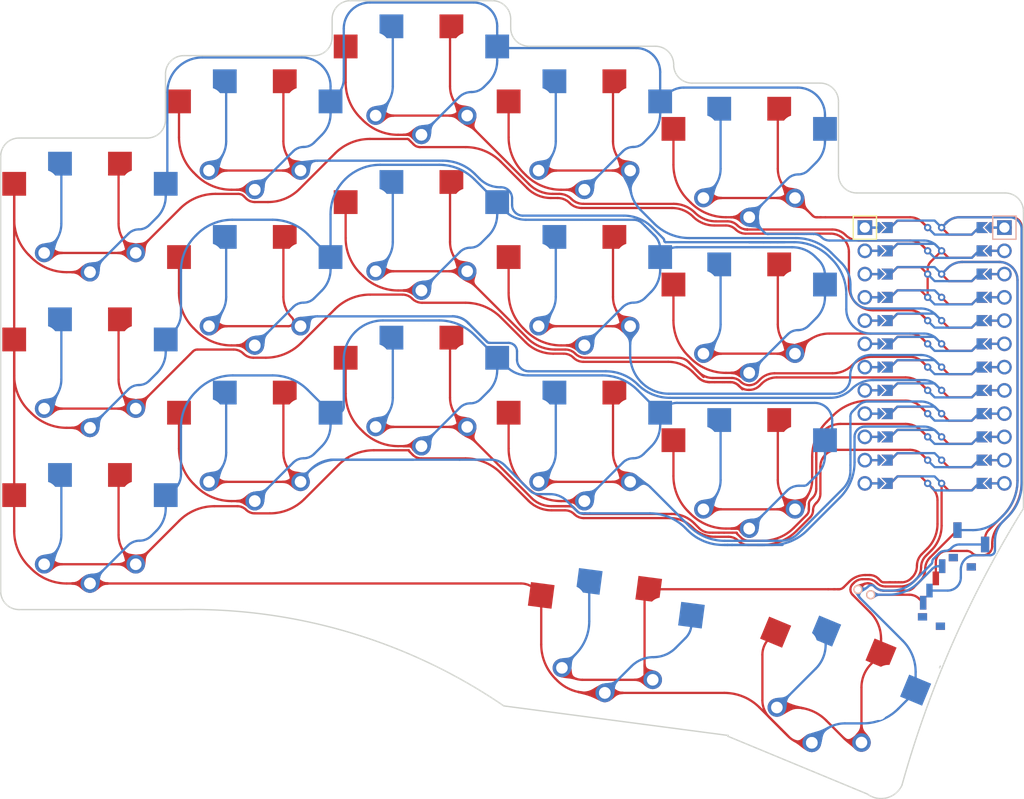
<source format=kicad_pcb>
(kicad_pcb (version 20211014) (generator pcbnew)
  (title_block (title "lazy_ferris") (rev "v1.0.0") (company "Unknown"))
  (layers (0 "F.Cu" signal) (31 "B.Cu" signal) (34 "B.Paste" user) (35 "F.Paste" user) (36 "B.SilkS" user "B.Silkscreen") (37 "F.SilkS" user "F.Silkscreen") (38 "B.Mask" user) (39 "F.Mask" user) (44 "Edge.Cuts" user))
  (net 0 "")
  (net 1 "P8")
  (net 2 "GND")
  (net 3 "P5")
  (net 4 "P2")
  (net 5 "P14")
  (net 6 "P18")
  (net 7 "P20")
  (net 8 "P7")
  (net 9 "P4")
  (net 10 "P0")
  (net 11 "P15")
  (net 12 "P19")
  (net 13 "P21")
  (net 14 "P6")
  (net 15 "P3")
  (net 16 "P1")
  (net 17 "P9")
  (net 18 "P10")
  (net 19 "RAW")
  (net 20 "RST")
  (net 21 "VCC")
  (net 22 "P16")
  (net 23 "pos")
  (footprint "lib:bat" (layer "F.Cu") (at 102.571895 6.840827 -112.5)
    (fp_text reference "")
    (fp_text value "")
  )
  (footprint "Button_Switch_SMD:SW_SPDT_PCM12" (layer "F.Cu") (at 111.302323 6.668716 62.5)
    (fp_text reference "")
    (fp_text value "")
  )
  (footprint "PG1350" (layer "F.Cu") (at 36 -43)
    (fp_text reference "S11" hide)
    (fp_text value "" hide)
  )
  (footprint "PG1350" (layer "F.Cu") (at 18 -34 180)
    (fp_text reference "S6" hide)
    (fp_text value "" hide)
  )
  (footprint "PG1350" (layer "F.Cu") (at 18 0 180)
    (fp_text reference "S2" hide)
    (fp_text value "" hide)
  )
  (footprint "PG1350" (layer "F.Cu") (at 90 -23 180)
    (fp_text reference "S28" hide)
    (fp_text value "" hide)
  )
  (footprint "PG1350" (layer "F.Cu") (at 18 0)
    (fp_text reference "S1" hide)
    (fp_text value "" hide)
  )
  (footprint "PG1350" (layer "F.Cu") (at 75 12 -7.5)
    (fp_text reference "S31" hide)
    (fp_text value "" hide)
  )
  (footprint "PG1350" (layer "F.Cu") (at 18 -34)
    (fp_text reference "S5" hide)
    (fp_text value "" hide)
  )
  (footprint "Button_Switch_SMD:SW_SPST_B3U-1000P" (layer "F.Cu") (at 114.251706 0.854841 -27.5)
    (fp_text reference "")
    (fp_text value "")
  )
  (footprint "PG1350" (layer "F.Cu") (at 72 -43 180)
    (fp_text reference "S24" hide)
    (fp_text value "" hide)
  )
  (footprint "PG1350" (layer "F.Cu") (at 36 -9)
    (fp_text reference "S7" hide)
    (fp_text value "" hide)
  )
  (footprint "ProMicro" (layer "F.Cu") (at 110.25 -19 -90)
    (fp_text reference "MCU1" hide)
    (fp_text value "")
  )
  (footprint "PG1350" (layer "F.Cu") (at 90 -40 180)
    (fp_text reference "S30" hide)
    (fp_text value "" hide)
  )
  (footprint "PG1350" (layer "F.Cu") (at 36 -26)
    (fp_text reference "S9" hide)
    (fp_text value "" hide)
  )
  (footprint "PG1350" (layer "F.Cu") (at 90 -6 180)
    (fp_text reference "S26" hide)
    (fp_text value "" hide)
  )
  (footprint "PG1350" (layer "F.Cu") (at 18 -17)
    (fp_text reference "S3" hide)
    (fp_text value "" hide)
  )
  (footprint "PG1350" (layer "F.Cu") (at 54.2 -32)
    (fp_text reference "S15" hide)
    (fp_text value "" hide)
  )
  (footprint "PG1350" (layer "F.Cu") (at 72 -26 180)
    (fp_text reference "S22" hide)
    (fp_text value "" hide)
  )
  (footprint "PG1350" (layer "F.Cu") (at 75 12 172.5)
    (fp_text reference "S32" hide)
    (fp_text value "" hide)
  )
  (footprint "PG1350" (layer "F.Cu") (at 72 -43)
    (fp_text reference "S23" hide)
    (fp_text value "" hide)
  )
  (footprint "PG1350" (layer "F.Cu") (at 36 -43 180)
    (fp_text reference "S12" hide)
    (fp_text value "" hide)
  )
  (footprint "PG1350" (layer "F.Cu") (at 18 -17 180)
    (fp_text reference "S4" hide)
    (fp_text value "" hide)
  )
  (footprint "PG1350" (layer "F.Cu") (at 54.2 -49 180)
    (fp_text reference "S18" hide)
    (fp_text value "" hide)
  )
  (footprint "PG1350" (layer "F.Cu") (at 90 -6)
    (fp_text reference "S25" hide)
    (fp_text value "" hide)
  )
  (footprint "PG1350" (layer "F.Cu") (at 54.2 -32 180)
    (fp_text reference "S16" hide)
    (fp_text value "" hide)
  )
  (footprint "PG1350" (layer "F.Cu") (at 54.2 -15)
    (fp_text reference "S13" hide)
    (fp_text value "" hide)
  )
  (footprint "PG1350" (layer "F.Cu") (at 54.2 -49)
    (fp_text reference "S17" hide)
    (fp_text value "" hide)
  )
  (footprint "PG1350" (layer "F.Cu") (at 72 -26)
    (fp_text reference "S21" hide)
    (fp_text value "" hide)
  )
  (footprint "PG1350" (layer "F.Cu") (at 90 -40)
    (fp_text reference "S29" hide)
    (fp_text value "" hide)
  )
  (footprint "PG1350" (layer "F.Cu") (at 72 -9 180)
    (fp_text reference "S20" hide)
    (fp_text value "" hide)
  )
  (footprint "PG1350" (layer "F.Cu") (at 54.2 -15 180)
    (fp_text reference "S14" hide)
    (fp_text value "" hide)
  )
  (footprint "PG1350" (layer "F.Cu") (at 99.094915 17.848125 157.5)
    (fp_text reference "S34" hide)
    (fp_text value "" hide)
  )
  (footprint "PG1350" (layer "F.Cu") (at 72 -9)
    (fp_text reference "S19" hide)
    (fp_text value "" hide)
  )
  (footprint "PG1350" (layer "F.Cu") (at 90 -23)
    (fp_text reference "S27" hide)
    (fp_text value "" hide)
  )
  (footprint "PG1350" (layer "F.Cu") (at 36 -26 180)
    (fp_text reference "S10" hide)
    (fp_text value "" hide)
  )
  (footprint "PG1350" (layer "F.Cu") (at 99.094915 17.848125 -22.5)
    (fp_text reference "S33" hide)
    (fp_text value "" hide)
  )
  (footprint "PG1350" (layer "F.Cu") (at 36 -9 180)
    (fp_text reference "S8" hide)
    (fp_text value "" hide)
  )
  (gr_line (start 26.25 -44.75) (end 26.25 -49.75) (layer "Edge.Cuts") (width 0.15))
  (gr_arc (start 106.68 27.94) (mid 112.242459 12.354645) (end 119.95 -2.289058) (layer "Edge.Cuts") (width 0.15))
  (gr_line (start 99.75 -38.75) (end 99.75 -46.75) (layer "Edge.Cuts") (width 0.15))
  (gr_arc (start 83.75 -48.75) (mid 82.335786 -49.335786) (end 81.75 -50.75) (layer "Edge.Cuts") (width 0.15))
  (gr_arc (start 110.785784 15.101849) (mid 110.824633 15.014078) (end 110.867648 14.928273) (layer "Edge.Cuts") (width 0.15))
  (gr_line (start 65.95 -52.775) (end 79.75 -52.775) (layer "Edge.Cuts") (width 0.15))
  (gr_line (start 119.95 -2.289058) (end 119.95 -34.75) (layer "Edge.Cuts") (width 0.15))
  (gr_arc (start 101.75 -36.75) (mid 100.335786 -37.335786) (end 99.75 -38.75) (layer "Edge.Cuts") (width 0.15))
  (gr_line (start 101.75 -36.75) (end 117.95 -36.75) (layer "Edge.Cuts") (width 0.15))
  (gr_arc (start 44.45 -53.75) (mid 43.864214 -52.335786) (end 42.45 -51.75) (layer "Edge.Cuts") (width 0.15))
  (gr_line (start 46.45 -57.75) (end 61.95 -57.75) (layer "Edge.Cuts") (width 0.15))
  (gr_line (start 63.199863 19.271986) (end 87.698249 22.49726) (layer "Edge.Cuts") (width 0.15))
  (gr_arc (start 26.25 -44.75) (mid 25.664214 -43.335786) (end 24.25 -42.75) (layer "Edge.Cuts") (width 0.15))
  (gr_line (start 10.25 -42.75) (end 24.25 -42.75) (layer "Edge.Cuts") (width 0.15))
  (gr_line (start 44.45 -53.75) (end 44.45 -55.75) (layer "Edge.Cuts") (width 0.15))
  (gr_line (start 81.75 -50.775) (end 81.75 -50.75) (layer "Edge.Cuts") (width 0.15))
  (gr_line (start 87.698249 22.49726) (end 87.662489 22.583591) (layer "Edge.Cuts") (width 0.15))
  (gr_arc (start 61.95 -57.75) (mid 63.364214 -57.164214) (end 63.95 -55.75) (layer "Edge.Cuts") (width 0.15))
  (gr_line (start 8.25 6.75) (end 8.25 -40.75) (layer "Edge.Cuts") (width 0.15))
  (gr_line (start 87.662489 22.583591) (end 102.906502 28.897868) (layer "Edge.Cuts") (width 0.15))
  (gr_arc (start 79.75 -52.775) (mid 81.164214 -52.189214) (end 81.75 -50.775) (layer "Edge.Cuts") (width 0.15))
  (gr_arc (start 97.75 -48.75) (mid 99.164214 -48.164214) (end 99.75 -46.75) (layer "Edge.Cuts") (width 0.15))
  (gr_arc (start 44.45 -55.75) (mid 45.035786 -57.164214) (end 46.45 -57.75) (layer "Edge.Cuts") (width 0.15))
  (gr_line (start 83.75 -48.75) (end 97.75 -48.75) (layer "Edge.Cuts") (width 0.15))
  (gr_line (start 28.25 -51.75) (end 42.45 -51.75) (layer "Edge.Cuts") (width 0.15))
  (gr_arc (start 106.68 27.94) (mid 105.019797 29.311408) (end 102.906502 28.897868) (layer "Edge.Cuts") (width 0.15))
  (gr_arc (start 10.25 8.75) (mid 8.835786 8.164214) (end 8.25 6.75) (layer "Edge.Cuts") (width 0.15))
  (gr_arc (start 26.25 -49.75) (mid 26.835786 -51.164214) (end 28.25 -51.75) (layer "Edge.Cuts") (width 0.15))
  (gr_arc (start 8.25 -40.75) (mid 8.835786 -42.164214) (end 10.25 -42.75) (layer "Edge.Cuts") (width 0.15))
  (gr_arc (start 27.94 8.75) (mid 46.390968 11.259654) (end 63.199863 19.271986) (layer "Edge.Cuts") (width 0.15))
  (gr_line (start 63.95 -55.75) (end 63.95 -54.775) (layer "Edge.Cuts") (width 0.15))
  (gr_arc (start 117.95 -36.75) (mid 119.364214 -36.164214) (end 119.95 -34.75) (layer "Edge.Cuts") (width 0.15))
  (gr_line (start 10.25 8.75) (end 27.94 8.75) (layer "Edge.Cuts") (width 0.15))
  (gr_arc (start 65.95 -52.775) (mid 64.535786 -53.360786) (end 63.95 -54.775) (layer "Edge.Cuts") (width 0.15))
  (segment (start 97.775001 -3.914222) (end 97.775001 -6.85986) (width 0.25) (layer "F.Cu") (net 1))
  (segment (start 37.651769 -1.759) (end 35.996789 -1.759) (width 0.25) (layer "F.Cu") (net 1))
  (segment (start 97.3725 -2.9425) (end 97.289208 -2.859208) (width 0.25) (layer "F.Cu") (net 1))
  (segment (start 52.806269 -8.65) (end 49.003963 -8.65) (width 0.25) (layer "F.Cu") (net 1))
  (segment (start 23.46875 3.331249) (end 27.746207 -0.946207) (width 0.25) (layer "F.Cu") (net 1))
  (segment (start 21.124999 0.599173) (end 21.124999 -5.693932) (width 0.25) (layer "F.Cu") (net 1))
  (segment (start 65.902046 -3.128698) (end 62.865538 -6.165207) (width 0.25) (layer "F.Cu") (net 1))
  (segment (start 31.593963 -2.54) (end 34.111288 -2.54) (width 0.25) (layer "F.Cu") (net 1))
  (segment (start 21.199999 -5.874999) (end 21.275 -5.95) (width 0.25) (layer "F.Cu") (net 1))
  (segment (start 41.419747 -3.319747) (end 45.156207 -7.056207) (width 0.25) (layer "F.Cu") (net 1))
  (segment (start 52.896286 -8.507252) (end 53.251769 -8.151769) (width 0.25) (layer "F.Cu") (net 1))
  (segment (start 68.409686 -2.09) (end 69.878627 -2.09) (width 0.25) (layer "F.Cu") (net 1))
  (segment (start 89.888175 1.690999) (end 91.45 1.690999) (width 0.25) (layer "F.Cu") (net 1))
  (segment (start 108.9255 -8.1325) (end 109.488 -7.57) (width 0.25) (layer "F.Cu") (net 1))
  (segment (start 71.922087 -1.243571) (end 81.342153 -1.243571) (width 0.25) (layer "F.Cu") (net 1))
  (segment (start 22.531249 3.331249) (end 22.062499 2.862499) (width 0.25) (layer "F.Cu") (net 1))
  (segment (start 22.337086 3.8) (end 13 3.8) (width 0.25) (layer "F.Cu") (net 1))
  (segment (start 107.567504 -8.695) (end 99.61014 -8.695) (width 0.25) (layer "F.Cu") (net 1))
  (segment (start 96.650791 -1.317934) (end 95.191733 0.141123) (width 0.25) (layer "F.Cu") (net 1))
  (segment (start 86.275769 0.8) (end 87.73711 0.799999) (width 0.25) (layer "F.Cu") (net 1))
  (segment (start 54.199998 -7.759) (end 59.017782 -7.759) (width 0.25) (layer "F.Cu") (net 1))
  (arc (start 27.746207 -0.946207) (mid 29.511572 -2.125786) (end 31.593963 -2.54) (width 0.25) (layer "F.Cu") (net 1))
  (arc (start 65.902046 -3.128698) (mid 67.052561 -2.359948) (end 68.409686 -2.09) (width 0.25) (layer "F.Cu") (net 1))
  (arc (start 22.337086 3.8) (mid 22.590772 3.630492) (end 22.531249 3.331249) (width 0.25) (layer "F.Cu") (net 1))
  (arc (start 97.775001 -6.85986) (mid 97.914692 -7.562137) (end 98.312501 -8.1575) (width 0.25) (layer "F.Cu") (net 1))
  (arc (start 23.46875 3.331249) (mid 22.999999 3.525412) (end 22.531249 3.331249) (width 0.25) (layer "F.Cu") (net 1))
  (arc (start 21.199999 -5.874999) (mid 21.14449 -5.791924) (end 21.124999 -5.693932) (width 0.25) (layer "F.Cu") (net 1))
  (arc (start 97.3725 -2.9425) (mid 97.670394 -3.38833) (end 97.775001 -3.914222) (width 0.25) (layer "F.Cu") (net 1))
  (arc (start 52.859 -8.597269) (mid 52.843555 -8.634555) (end 52.806269 -8.65) (width 0.25) (layer "F.Cu") (net 1))
  (arc (start 23.46875 3.331249) (mid 22.949538 3.678175) (end 22.337086 3.8) (width 0.25) (layer "F.Cu") (net 1))
  (arc (start 96.650791 -1.317934) (mid 96.88704 -1.671505) (end 96.97 -2.088571) (width 0.25) (layer "F.Cu") (net 1))
  (arc (start 83.808961 -0.221785) (mid 82.67718 -0.978017) (end 81.342153 -1.243571) (width 0.25) (layer "F.Cu") (net 1))
  (arc (start 86.275769 0.8) (mid 84.940742 0.534446) (end 83.808961 -0.221785) (width 0.25) (layer "F.Cu") (net 1))
  (arc (start 97.289208 -2.859208) (mid 97.052959 -2.505636) (end 96.97 -2.088571) (width 0.25) (layer "F.Cu") (net 1))
  (arc (start 87.73711 0.799999) (mid 88.319184 0.915781) (end 88.812643 1.2455) (width 0.25) (layer "F.Cu") (net 1))
  (arc (start 108.9255 -8.1325) (mid 108.302446 -8.548811) (end 107.567504 -8.695) (width 0.25) (layer "F.Cu") (net 1))
  (arc (start 21.124999 0.599173) (mid 21.368647 1.824076) (end 22.062499 2.862499) (width 0.25) (layer "F.Cu") (net 1))
  (arc (start 52.859 -8.597269) (mid 52.86869 -8.548552) (end 52.896286 -8.507252) (width 0.25) (layer "F.Cu") (net 1))
  (arc (start 88.812643 1.2455) (mid 89.306101 1.575218) (end 89.888175 1.690999) (width 0.25) (layer "F.Cu") (net 1))
  (arc (start 45.156207 -7.056207) (mid 46.921572 -8.235786) (end 49.003963 -8.65) (width 0.25) (layer "F.Cu") (net 1))
  (arc (start 35.996789 -1.759) (mid 35.486576 -1.860487) (end 35.054039 -2.1495) (width 0.25) (layer "F.Cu") (net 1))
  (arc (start 35.054039 -2.1495) (mid 34.621501 -2.438512) (end 34.111288 -2.54) (width 0.25) (layer "F.Cu") (net 1))
  (arc (start 41.419747 -3.319747) (mid 39.690984 -2.164624) (end 37.651769 -1.759) (width 0.25) (layer "F.Cu") (net 1))
  (arc (start 71.922087 -1.243571) (mid 71.36913 -1.35356) (end 70.900357 -1.666785) (width 0.25) (layer "F.Cu") (net 1))
  (arc (start 99.61014 -8.695) (mid 98.907862 -8.555308) (end 98.312501 -8.1575) (width 0.25) (layer "F.Cu") (net 1))
  (arc (start 69.878627 -2.09) (mid 70.431583 -1.98001) (end 70.900357 -1.666785) (width 0.25) (layer "F.Cu") (net 1))
  (arc (start 54.199998 -7.759) (mid 53.68682 -7.861077) (end 53.251769 -8.151769) (width 0.25) (layer "F.Cu") (net 1))
  (arc (start 62.865538 -6.165207) (mid 61.100172 -7.344786) (end 59.017782 -7.759) (width 0.25) (layer "F.Cu") (net 1))
  (arc (start 95.191733 0.141123) (mid 93.475011 1.288199) (end 91.45 1.690999) (width 0.25) (layer "F.Cu") (net 1))
  (segment (start 14.875001 -5.693932) (end 14.875001 0.599173) (width 0.25) (layer "B.Cu") (net 1))
  (segment (start 14.8 -5.874999) (end 14.725 -5.95) (width 0.25) (layer "B.Cu") (net 1))
  (segment (start 13.9375 2.862499) (end 13 3.8) (width 0.25) (layer "B.Cu") (net 1))
  (arc (start 14.875001 -5.693932) (mid 14.855508 -5.791924) (end 14.8 -5.874999) (width 0.25) (layer "B.Cu") (net 1))
  (arc (start 14.875001 0.599173) (mid 14.631352 1.824076) (end 13.9375 2.862499) (width 0.25) (layer "B.Cu") (net 1))
  (segment (start 93.48619 21.806782) (end 93.903738 22.22433) (width 0.25) (layer "F.Cu") (net 2))
  (segment (start 63.725 -8.832502) (end 63.725 -12.75) (width 0.25) (layer "F.Cu") (net 2))
  (segment (start 103.74054 6.27838) (end 103.619397 6.157237) (width 0.25) (layer "F.Cu") (net 2))
  (segment (start 9.725 -20.75) (end 9.725 -16.832502) (width 0.25) (layer "F.Cu") (net 2))
  (segment (start 65.318792 -38.984745) (end 65.609746 -38.693792) (width 0.25) (layer "F.Cu") (net 2))
  (segment (start 83.318792 -35.984745) (end 83.609746 -35.693792) (width 0.25) (layer "F.Cu") (net 2))
  (segment (start 63.725 -42.832502) (end 63.725 -46.75) (width 0.25) (layer "F.Cu") (net 2))
  (segment (start 94.182104 22.502695) (end 94.321287 22.641878) (width 0.25) (layer "F.Cu") (net 2))
  (segment (start 93.903738 22.22433) (end 94.182104 22.502695) (width 0.25) (layer "F.Cu") (net 2))
  (segment (start 51.657502 -9.1) (end 54.2 -9.1) (width 0.25) (layer "F.Cu") (net 2))
  (segment (start 27.725 -8.832502) (end 27.725 -12.75) (width 0.25) (layer "F.Cu") (net 2))
  (segment (start 47.518792 -44.984745) (end 47.809746 -44.693792) (width 0.25) (layer "F.Cu") (net 2))
  (segment (start 95.907753 23.299014) (end 96.837083 23.299014) (width 0.25) (layer "F.Cu") (net 2))
  (segment (start 67.285267 12.557983) (end 67.285267 8.122615) (width 0.25) (layer "F.Cu") (net 2))
  (segment (start 51.657502 -26.1) (end 54.2 -26.1) (width 0.25) (layer "F.Cu") (net 2))
  (segment (start 109.488 -27.89) (end 109.488 -25.35) (width 0.25) (layer "F.Cu") (net 2))
  (segment (start 104.704921 6.67784) (end 107.15108 6.67784) (width 0.25) (layer "F.Cu") (net 2))
  (segment (start 81.725 -39.832502) (end 81.725 -43.75) (width 0.25) (layer "F.Cu") (net 2))
  (segment (start 81.725 -5.832502) (end 81.725 -9.75) (width 0.25) (layer "F.Cu") (net 2))
  (segment (start 27.725 -42.832502) (end 27.725 -46.75) (width 0.25) (layer "F.Cu") (net 2))
  (segment (start 69.025597 16.490142) (end 68.835123 16.299668) (width 0.25) (layer "F.Cu") (net 2))
  (segment (start 92.162437 11.939308) (end 92.884875 11.216871) (width 0.25) (layer "F.Cu") (net 2))
  (segment (start 83.609745 -1.693792) (end 83.318792 -1.984746) (width 0.25) (layer "F.Cu") (net 2))
  (segment (start 93.48619 21.806782) (end 92.214852 20.535443) (width 0.25) (layer "F.Cu") (net 2))
  (segment (start 107.955263 6.344735) (end 108.694498 5.605501) (width 0.25) (layer "F.Cu") (net 2))
  (segment (start 104.704921 6.67784) (end 105.26676 6.67784) (width 0.25) (layer "F.Cu") (net 2))
  (segment (start 87.457502 -17.1) (end 90 -17.1) (width 0.25) (layer "F.Cu") (net 2))
  (segment (start 33.457502 -3.1) (end 36 -3.1) (width 0.25) (layer "F.Cu") (net 2))
  (segment (start 94.182104 22.502695) (end 93.903738 22.22433) (width 0.25) (layer "F.Cu") (net 2))
  (segment (start 18 5.9) (end 15.457502 5.9) (width 0.25) (layer "F.Cu") (net 2))
  (segment (start 69.457502 -37.1) (end 72 -37.1) (width 0.25) (layer "F.Cu") (net 2))
  (segment (start 69.457502 -20.1) (end 72 -20.1) (width 0.25) (layer "F.Cu") (net 2))
  (segment (start 33.457502 -20.1) (end 36 -20.1) (width 0.25) (layer "F.Cu") (net 2))
  (segment (start 65.318792 -21.984745) (end 65.609746 -21.693792) (width 0.25) (layer "F.Cu") (net 2))
  (segment (start 91.44 18.664784) (end 91.44 13.683426) (width 0.25) (layer "F.Cu") (net 2))
  (segment (start 65.609746 -4.693792) (end 65.318792 -4.984745) (width 0.25) (layer "F.Cu") (net 2))
  (segment (start 11.609746 4.306207) (end 11.318792 4.015253) (width 0.25) (layer "F.Cu") (net 2))
  (segment (start 45.925 -48.832502) (end 45.925 -52.75) (width 0.25) (layer "F.Cu") (net 2))
  (segment (start 74.229895 17.849525) (end 72.307437 17.849525) (width 0.25) (layer "F.Cu") (net 2))
  (segment (start 11.609746 -12.693792) (end 11.318792 -12.984745) (width 0.25) (layer "F.Cu") (net 2))
  (segment (start 65.062651 5.9) (end 18 5.9) (width 0.25) (layer "F.Cu") (net 2))
  (segment (start 109.745501 3.068154) (end 112.743788 0.069868) (width 0.25) (layer "F.Cu") (net 2))
  (segment (start 29.609746 -21.693792) (end 29.318792 -21.984745) (width 0.25) (layer "F.Cu") (net 2))
  (segment (start 106.20892 6.67784) (end 105.26676 6.67784) (width 0.25) (layer "F.Cu") (net 2))
  (segment (start 74.229895 17.849525) (end 87.274969 17.849525) (width 0.25) (layer "F.Cu") (net 2))
  (segment (start 91.122725 19.443317) (end 92.214851 20.535443) (width 0.25) (layer "F.Cu") (net 2))
  (segment (start 109.84721 -29.26521) (end 111.012 -30.43) (width 0.25) (layer "F.Cu") (net 2))
  (segment (start 45.925 -14.832502) (end 45.925 -18.75) (width 0.25) (layer "F.Cu") (net 2))
  (segment (start 47.809746 -10.693792) (end 47.518792 -10.984745) (width 0.25) (layer "F.Cu") (net 2))
  (segment (start 102.275561 6.157237) (end 101.878985 6.553814) (width 0.25) (layer "F.Cu") (net 2))
  (segment (start 63.725 -25.832502) (end 63.725 -29.75) (width 0.25) (layer "F.Cu") (net 2))
  (segment (start 51.657502 -43.1) (end 54.2 -43.1) (width 0.25) (layer "F.Cu") (net 2))
  (segment (start 83.609745 -18.693792) (end 83.318792 -18.984746) (width 0.25) (layer "F.Cu") (net 2))
  (segment (start 27.725 -25.832502) (end 27.725 -29.75) (width 0.25) (layer "F.Cu") (net 2))
  (segment (start 9.725 0.167497) (end 9.725 -3.75) (width 0.25) (layer "F.Cu") (net 2))
  (segment (start 69.457502 -3.1) (end 72 -3.1) (width 0.25) (layer "F.Cu") (net 2))
  (segment (start 106.44446 6.67784) (end 106.20892 6.67784) (width 0.25) (layer "F.Cu") (net 2))
  (segment (start 29.609746 -4.693792) (end 29.318792 -4.984745) (width 0.25) (layer "F.Cu") (net 2))
  (segment (start 9.725 -20.75) (end 9.725 -3.75) (width 0.25) (layer "F.Cu") (net 2))
  (segment (start 106.91554 6.67784) (end 106.44446 6.67784) (width 0.25) (layer "F.Cu") (net 2))
  (segment (start 109.488 -28.398) (end 109.488 -27.89) (width 0.25) (layer "F.Cu") (net 2))
  (segment (start 33.457502 -37.1) (end 36 -37.1) (width 0.25) (layer "F.Cu") (net 2))
  (segment (start 87.457502 -34.1) (end 90 -34.1) (width 0.25) (layer "F.Cu") (net 2))
  (segment (start 15.457502 -28.1) (end 18 -28.1) (width 0.25) (layer "F.Cu") (net 2))
  (segment (start 106.91554 6.67784) (end 107.15108 6.67784) (width 0.25) (layer "F.Cu") (net 2))
  (segment (start 29.609746 -38.693792) (end 29.318792 -38.984745) (width 0.25) (layer "F.Cu") (net 2))
  (segment (start 47.809746 -27.693792) (end 47.518792 -27.984745) (width 0.25) (layer "F.Cu") (net 2))
  (segment (start 93.48619 21.806782) (end 93.903738 22.22433) (width 0.25) (layer "F.Cu") (net 2))
  (segment (start 9.725 -37.75) (end 9.725 -33.832502) (width 0.25) (layer "F.Cu") (net 2))
  (segment (start 45.925 -31.832502) (end 45.925 -35.75) (width 0.25) (layer "F.Cu") (net 2))
  (segment (start 11.318792 -29.984745) (end 11.609746 -29.693792) (width 0.25) (layer "F.Cu") (net 2))
  (segment (start 81.725 -22.832502) (end 81.725 -26.75) (width 0.25) (layer "F.Cu") (net 2))
  (segment (start 93.48619 21.806782) (end 92.214851 20.535443) (width 0.25) (layer "F.Cu") (net 2))
  (segment (start 87.457502 -0.1) (end 90 -0.1) (width 0.25) (layer "F.Cu") (net 2))
  (segment (start 15.457502 -11.1) (end 18 -11.1) (width 0.25) (layer "F.Cu") (net 2))
  (segment (start 9.725 -20.75) (end 9.725 -37.75) (width 0.25) (layer "F.Cu") (net 2))
  (arc (start 93.48619 21.806782) (mid 93.48619 21.806782) (end 93.48619 21.806782) (width 0.25) (layer "F.Cu") (net 2))
  (arc (start 69.457502 -20.1) (mid 67.375111 -20.514213) (end 65.609746 -21.693792) (width 0.25) (layer "F.Cu") (net 2))
  (arc (start 29.609746 -21.693792) (mid 31.375111 -20.514213) (end 33.457502 -20.1) (width 0.25) (layer "F.Cu") (net 2))
  (arc (start 109.488 -28.398) (mid 109.581355 -28.86733) (end 109.84721 -29.26521) (width 0.25) (layer "F.Cu") (net 2))
  (arc (start 91.44 18.664784) (mid 91.641377 19.677177) (end 92.214852 20.535443) (width 0.25) (layer "F.Cu") (net 2))
  (arc (start 11.318792 -29.984745) (mid 10.139213 -31.750111) (end 9.725 -33.832502) (width 0.25) (layer "F.Cu") (net 2))
  (arc (start 65.318792 -21.984745) (mid 64.139213 -23.750111) (end 63.725 -25.832502) (width 0.25) (layer "F.Cu") (net 2))
  (arc (start 29.609746 -38.693792) (mid 31.375111 -37.514213) (end 33.457502 -37.1) (width 0.25) (layer "F.Cu") (net 2))
  (arc (start 69.025597 16.490142) (mid 70.531318 17.496232) (end 72.307437 17.849525) (width 0.25) (layer "F.Cu") (net 2))
  (arc (start 65.318792 -4.984745) (mid 64.139213 -6.750111) (end 63.725 -8.832502) (width 0.25) (layer "F.Cu") (net 2))
  (arc (start 11.609746 4.306207) (mid 13.375111 5.485786) (end 15.457502 5.9) (width 0.25) (layer "F.Cu") (net 2))
  (arc (start 66.634278 6.550989) (mid 67.11608 7.272057) (end 67.285267 8.122615) (width 0.25) (layer "F.Cu") (net 2))
  (arc (start 69.457502 -3.1) (mid 67.375111 -3.514213) (end 65.609746 -4.693792) (width 0.25) (layer "F.Cu") (net 2))
  (arc (start 47.518792 -44.984745) (mid 46.339213 -46.750111) (end 45.925 -48.832502) (width 0.25) (layer "F.Cu") (net 2))
  (arc (start 103.619397 6.157237) (mid 103.311118 5.951252) (end 102.947479 5.87892) (width 0.25) (layer "F.Cu") (net 2))
  (arc (start 81.725 -39.832502) (mid 82.139213 -37.750111) (end 83.318792 -35.984745) (width 0.25) (layer "F.Cu") (net 2))
  (arc (start 51.657502 -26.1) (mid 49.575111 -26.514213) (end 47.809746 -27.693792) (width 0.25) (layer "F.Cu") (net 2))
  (arc (start 9.725 -16.832502) (mid 10.139213 -14.750111) (end 11.318792 -12.984745) (width 0.25) (layer "F.Cu") (net 2))
  (arc (start 45.925 -14.832502) (mid 46.339213 -12.750111) (end 47.518792 -10.984745) (width 0.25) (layer "F.Cu") (net 2))
  (arc (start 29.609746 -4.693792) (mid 31.375111 -3.514213) (end 33.457502 -3.1) (width 0.25) (layer "F.Cu") (net 2))
  (arc (start 91.44 13.683426) (mid 91.627755 12.739516) (end 92.162437 11.939308) (width 0.25) (layer "F.Cu") (net 2))
  (arc (start 102.275561 6.157237) (mid 102.583839 5.951252) (end 102.947479 5.87892) (width 0.25) (layer "F.Cu") (net 2))
  (arc (start 83.318792 -18.984746) (mid 82.139213 -20.750111) (end 81.725 -22.832502) (width 0.25) (layer "F.Cu") (net 2))
  (arc (start 27.725 -8.832502) (mid 28.139213 -6.750111) (end 29.318792 -4.984745) (width 0.25) (layer "F.Cu") (net 2))
  (arc (start 65.062651 5.9) (mid 65.913209 6.069186) (end 66.634278 6.550989) (width 0.25) (layer "F.Cu") (net 2))
  (arc (start 93.903738 22.22433) (mid 93.903738 22.22433) (end 93.903738 22.22433) (width 0.25) (layer "F.Cu") (net 2))
  (arc (start 15.457502 -28.1) (mid 13.375111 -28.514213) (end 11.609746 -29.693792) (width 0.25) (layer "F.Cu") (net 2))
  (arc (start 103.74054 6.27838) (mid 104.183001 6.574023) (end 104.704921 6.67784) (width 0.25) (layer "F.Cu") (net 2))
  (arc (start 69.457502 -37.1) (mid 67.375111 -37.514213) (end 65.609746 -38.693792) (width 0.25) (layer "F.Cu") (net 2))
  (arc (start 65.318792 -38.984745) (mid 64.139213 -40.750111) (end 63.725 -42.832502) (width 0.25) (layer "F.Cu") (net 2))
  (arc (start 107.955263 6.344735) (mid 107.5863 6.591268) (end 107.15108 6.67784) (width 0.25) (layer "F.Cu") (net 2))
  (arc (start 27.725 -42.832502) (mid 28.139213 -40.750111) (end 29.318792 -38.984745) (width 0.25) (layer "F.Cu") (net 2))
  (arc (start 83.318792 -1.984746) (mid 82.139213 -3.750111) (end 81.725 -5.832502) (width 0.25) (layer "F.Cu") (net 2))
  (arc (start 92.214851 20.535443) (mid 92.214851 20.535443) (end 92.214852 20.535443) (width 0.25) (layer "F.Cu") (net 2))
  (arc (start 27.725 -25.832502) (mid 28.139213 -23.750111) (end 29.318792 -21.984745) (width 0.25) (layer "F.Cu") (net 2))
  (arc (start 83.609745 -18.693792) (mid 85.375111 -17.514213) (end 87.457502 -17.1) (width 0.25) (layer "F.Cu") (net 2))
  (arc (start 47.809746 -10.693792) (mid 49.575111 -9.514213) (end 51.657502 -9.1) (width 0.25) (layer "F.Cu") (net 2))
  (arc (start 91.122725 19.443317) (mid 89.357359 18.263738) (end 87.274969 17.849525) (width 0.25) (layer "F.Cu") (net 2))
  (arc (start 107.15108 6.67784) (mid 107.15108 6.67784) (end 107.15108 6.67784) (width 0.25) (layer "F.Cu") (net 2))
  (arc (start 109.22 4.336828) (mid 109.083426 5.023429) (end 108.694498 5.605501) (width 0.25) (layer "F.Cu") (net 2))
  (arc (start 87.457502 -34.1) (mid 85.375111 -34.514213) (end 83.609746 -35.693792) (width 0.25) (layer "F.Cu") (net 2))
  (arc (start 68.835123 16.299668) (mid 67.688061 14.582968) (end 67.285267 12.557983) (width 0.25) (layer "F.Cu") (net 2))
  (arc (start 103.74054 6.27838) (mid 104.183001 6.574023) (end 104.704921 6.67784) (width 0.25) (layer "F.Cu") (net 2))
  (arc (start 104.704921 6.67784) (mid 104.704921 6.67784) (end 104.704921 6.67784) (width 0.25) (layer "F.Cu") (net 2))
  (arc (start 83.609745 -1.693792) (mid 85.375111 -0.514213) (end 87.457502 -0.1) (width 0.25) (layer "F.Cu") (net 2))
  (arc (start 15.457502 -11.1) (mid 13.375111 -11.514213) (end 11.609746 -12.693792) (width 0.25) (layer "F.Cu") (net 2))
  (arc (start 109.22 4.336828) (mid 109.356573 3.650226) (end 109.745501 3.068154) (width 0.25) (layer "F.Cu") (net 2))
  (arc (start 9.725 0.167497) (mid 10.139213 2.249887) (end 11.318792 4.015253) (width 0.25) (layer "F.Cu") (net 2))
  (arc (start 107.955263 6.344735) (mid 107.5863 6.591268) (end 107.15108 6.67784) (width 0.25) (layer "F.Cu") (net 2))
  (arc (start 45.925 -31.832502) (mid 46.339213 -29.750111) (end 47.518792 -27.984745) (width 0.25) (layer "F.Cu") (net 2))
  (arc (start 51.657502 -43.1) (mid 49.575111 -43.514213) (end 47.809746 -44.693792) (width 0.25) (layer "F.Cu") (net 2))
  (arc (start 95.907753 23.299014) (mid 95.049163 23.128229) (end 94.321287 22.641878) (width 0.25) (layer "F.Cu") (net 2))
  (segment (start 104.704921 6.67784) (end 105.562882 6.67784) (width 0.25) (layer "B.Cu") (net 2))
  (segment (start 62.475 -18.7225) (end 62.475 -17.395657) (width 0.25) (layer "B.Cu") (net 2))
  (segment (start 79.279747 -25.939747) (end 78.623215 -25.283215) (width 0.25) (layer "B.Cu") (net 2))
  (segment (start 97.033105 -32.275) (end 97.031965 -32.275) (width 0.25) (layer "B.Cu") (net 2))
  (segment (start 98.275 -42.395657) (end 98.275 -43.75) (width 0.25) (layer "B.Cu") (net 2))
  (segment (start 79.737499 -13.2875) (end 77.793791 -15.231207) (width 0.25) (layer "B.Cu") (net 2))
  (segment (start 109.091504 -31.555) (end 98.771908 -31.555) (width 0.25) (layer "B.Cu") (net 2))
  (segment (start 112.965471 1.639814) (end 115.759624 1.639814) (width 0.25) (layer "B.Cu") (net 2))
  (segment (start 44.275 -29.75) (end 41.793791 -32.231208) (width 0.25) (layer "B.Cu") (net 2))
  (segment (start 49.68653 -39.825001) (end 56.146035 -39.825001) (width 0.25) (layer "B.Cu") (net 2))
  (segment (start 44.275 -47.260884) (end 44.275 -46.239115) (width 0.25) (layer "B.Cu") (net 2))
  (segment (start 37.946035 -16.825001) (end 33.603964 -16.825001) (width 0.25) (layer "B.Cu") (net 2))
  (segment (start 96.008604 -32.275) (end 94.985812 -32.275) (width 0.25) (layer "B.Cu") (net 2))
  (segment (start 58.308413 -47.208413) (end 54.2 -43.1) (width 0.25) (layer "B.Cu") (net 2))
  (segment (start 90 -34.1) (end 91.69772 -32.402279) (width 0.25) (layer "B.Cu") (net 2))
  (segment (start 22.202569 -32.302569) (end 18 -28.1) (width 0.25) (layer "B.Cu") (net 2))
  (segment (start 58.402569 -30.302569) (end 54.2 -26.1) (width 0.25) (layer "B.Cu") (net 2))
  (segment (start 63.492499 -17.7875) (end 62.549445 -18.730554) (width 0.25) (layer "B.Cu") (net 2))
  (segment (start 98.275 -25.670788) (end 98.275 -25.487367) (width 0.25) (layer "B.Cu") (net 2))
  (segment (start 94.690074 -30.825001) (end 82.110141 -30.825001) (width 0.25) (layer "B.Cu") (net 2))
  (segment (start 44.275 -12.714644) (end 44.275 -11.395657) (width 0.25) (layer "B.Cu") (net 2))
  (segment (start 108.175081 17.515916) (end 108.175081 17.481551) (width 0.25) (layer "B.Cu") (net 2))
  (segment (start 44.275 -29.75) (end 44.275 -28.395657) (width 0.25) (layer "B.Cu") (net 2))
  (segment (start 102.232538 6.553814) (end 102.272585 6.553814) (width 0.25) (layer "B.Cu") (net 2))
  (segment (start 98.855 -9.955) (end 98.782582 -9.882582) (width 0.25) (layer "B.Cu") (net 2))
  (segment (start 97.3975 -5.9575) (end 96.97885 -5.53885) (width 0.25) (layer "B.Cu") (net 2))
  (segment (start 95.444099 -4.774099) (end 95.997794 -4.774099) (width 0.25) (layer "B.Cu") (net 2))
  (segment (start 90 -34.1) (end 94.202569 -38.302569) (width 0.25) (layer "B.Cu") (net 2))
  (segment (start 106.277829 19.584992) (end 108.126481 17.73634) (width 0.25) (layer "B.Cu") (net 2))
  (segment (start 110.4495 -30.9925) (end 111.012 -30.43) (width 0.25) (layer "B.Cu") (net 2))
  (segment (start 62.475 -51.18985) (end 62.475 -52.626256) (width 0.25) (layer "B.Cu") (net 2))
  (segment (start 98.275 -26.129342) (end 98.275 -25.762499) (width 0.25) (layer "B.Cu") (net 2))
  (segment (start 82.852731 -48.26) (end 95.279027 -48.26) (width 0.25) (layer "B.Cu") (net 2))
  (segment (start 80.275 -47.283865) (end 80.275 -49.954591) (width 0.25) (layer "B.Cu") (net 2))
  (segment (start 81.03 -47.505) (end 80.6525 -47.1275) (width 0.25) (layer "B.Cu") (net 2))
  (segment (start 59.993791 -21.231208) (end 62.455554 -18.769445) (width 0.25) (layer "B.Cu") (net 2))
  (segment (start 110.7171 2.618372) (end 110.123748 3.211725) (width 0.25) (layer "B.Cu") (net 2))
  (segment (start 26.275 -19.395657) (end 26.275 -19.572667) (width 0.25) (layer "B.Cu") (net 2))
  (segment (start 80.275 -28.989859) (end 80.275 -28.3425) (width 0.25) (layer "B.Cu") (net 2))
  (segment (start 45.72 -18.548696) (end 45.72 -13.3975) (width 0.25) (layer "B.Cu") (net 2))
  (segment (start 29.533792 -15.008792) (end 29.756208 -15.231208) (width 0.25) (layer "B.Cu") (net 2))
  (segment (start 108.175081 17.515916) (end 108.175081 17.584646) (width 0.25) (layer "B.Cu") (net 2))
  (segment (start 96.775128 -32.275) (end 97.029116 -32.275) (width 0.25) (layer "B.Cu") (net 2))
  (segment (start 97.033105 -32.275) (end 97.033675 -32.275) (width 0.25) (layer "B.Cu") (net 2))
  (segment (start 24.479314 -16.245628) (end 25.317334 -17.083648) (width 0.25) (layer "B.Cu") (net 2))
  (segment (start 96.479314 -22.245628) (end 97.317334 -23.083648) (width 0.25) (layer "B.Cu") (net 2))
  (segment (start 92.005 -32.275) (end 94.985812 -32.275) (width 0.25) (layer "B.Cu") (net 2))
  (segment (start 80.275 -47.283865) (end 80.275 -46.216134) (width 0.25) (layer "B.Cu") (net 2))
  (segment (start 96.479314 -39.245628) (end 97.317334 -40.083648) (width 0.25) (layer "B.Cu") (net 2))
  (segment (start 33.538964 -33.825001) (end 37.946035 -33.825001) (width 0.25) (layer "B.Cu") (net 2))
  (segment (start 108.175081 17.344092) (end 108.175081 17.481551) (width 0.25) (layer "B.Cu") (net 2))
  (segment (start 26.275 -2.3125) (end 26.275 -3.5825) (width 0.25) (layer "B.Cu") (net 2))
  (segment (start 44.275 -29.75) (end 44.275 -34.41347) (width 0.25) (layer "B.Cu") (net 2))
  (segment (start 22.143768 1.756231) (end 18 5.9) (width 0.25) (layer "B.Cu") (net 2))
  (segment (start 63.39 -34.740001) (end 62.508586 -35.621415) (width 0.25) (layer "B.Cu") (net 2))
  (segment (start 80.275 -30.51014) (end 80.275 -28.989859) (width 0.25) (layer "B.Cu") (net 2))
  (segment (start 97.031965 -32.275) (end 97.031395 -32.275) (width 0.25) (layer "B.Cu") (net 2))
  (segment (start 43.317334 -26.083648) (end 42.479314 -25.245628) (width 0.25) (layer "B.Cu") (net 2))
  (segment (start 98.275 -27.7375) (end 98.275 -26.129342) (width 0.25) (layer "B.Cu") (net 2))
  (segment (start 44.3 -12.725) (end 44.249999 -12.774999) (width 0.25) (layer "B.Cu") (net 2))
  (segment (start 78.623416 -33.136583) (end 79.1425 -32.617499) (width 0.25) (layer "B.Cu") (net 2))
  (segment (start 61.039784 -48.339784) (end 61.474549 -48.774549) (width 0.25) (layer "B.Cu") (net 2))
  (segment (start 112.032408 2.073553) (end 112.113074 1.992888) (width 0.25) (layer "B.Cu") (net 2))
  (segment (start 108.175081 17.344092) (end 108.175081 15.553649) (width 0.25) (layer "B.Cu") (net 2))
  (segment (start 78.337499 -33.4225) (end 78.623416 -33.136583) (width 0.25) (layer "B.Cu") (net 2))
  (segment (start 98.275 -8.075972) (end 98.275 -9.5625) (width 0.25) (layer "B.Cu") (net 2))
  (segment (start 76.202569 -7.302569) (end 72 -3.1) (width 0.25) (layer "B.Cu") (net 2))
  (segment (start 83.693679 10.286517) (end 83.693679 9.362186) (width 0.25) (layer "B.Cu") (net 2))
  (segment (start 83.040078 11.864448) (end 81.959558 12.944968) (width 0.25) (layer "B.Cu") (net 2))
  (segment (start 27.94 -23.592332) (end 27.94 -28.226036) (width 0.25) (layer "B.Cu") (net 2))
  (segment (start 92.005 -32.275) (end 92.185 -32.275) (width 0.25) (layer "B.Cu") (net 2))
  (segment (start 41.793791 -15.231208) (end 44.249999 -12.774999) (width 0.25) (layer "B.Cu") (net 2))
  (segment (start 79.272271 -32.487728) (end 79.531813 -32.228186) (width 0.25) (layer "B.Cu") (net 2))
  (segment (start 62.475 -52.873743) (end 62.475 -52.626256) (width 0.25) (layer "B.Cu") (net 2))
  (segment (start 98.275 -45.264027) (end 98.275 -43.75) (width 0.25) (layer "B.Cu") (net 2))
  (segment (start 98.275 -25.670788) (end 98.275 -25.762499) (width 0.25) (layer "B.Cu") (net 2))
  (segment (start 25.258534 0.141465) (end 24.704428 0.69557) (width 0.25) (layer "B.Cu") (net 2))
  (segment (start 96.008604 -32.275) (end 96.264872 -32.275) (width 0.25) (layer "B.Cu") (net 2))
  (segment (start 43.317334 -43.083648) (end 42.479314 -42.245628) (width 0.25) (layer "B.Cu") (net 2))
  (segment (start 27.94 -11.161036) (end 27.94 -6.020452) (width 0.25) (layer "B.Cu") (net 2))
  (segment (start 26.72844 -3.86844) (end 27.275 -4.415) (width 0.25) (layer "B.Cu") (net 2))
  (segment (start 77.365777 -33.825001) (end 65.599007 -33.825001) (width 0.25) (layer "B.Cu") (net 2))
  (segment (start 102.944503 6.275496) (end 103.003633 6.216367) (width 0.25) (layer "B.Cu") (net 2))
  (segment (start 97.031395 -32.275) (end 97.029116 -32.275) (width 0.25) (layer "B.Cu") (net 2))
  (segment (start 44.9975 -47.4725) (end 44.63625 -47.11125) (width 0.25) (layer "B.Cu") (net 2))
  (segment (start 78.479314 -8.245628) (end 79.317334 -9.083648) (width 0.25) (layer "B.Cu") (net 2))
  (segment (start 96.443524 -5.003524) (end 96.367049 -4.927049) (width 0.25) (layer "B.Cu") (net 2))
  (segment (start 43.317334 -9.083648) (end 42.479314 -8.245628) (width 0.25) (layer "B.Cu") (net 2))
  (segment (start 40.202569 -7.302569) (end 36 -3.1) (width 0.25) (layer "B.Cu") (net 2))
  (segment (start 99.06 -11.904504) (end 99.06 -10.449913) (width 0.25) (layer "B.Cu") (net 2))
  (segment (start 96.775128 -32.275) (end 96.264872 -32.275) (width 0.25) (layer "B.Cu") (net 2))
  (segment (start 80.275 -11.989859) (end 80.275 -11.395657) (width 0.25) (layer "B.Cu") (net 2))
  (segment (start 94.202569 -21.302569) (end 90 -17.1) (width 0.25) (layer "B.Cu") (net 2))
  (segment (start 40.202569 -41.302569) (end 36 -37.1) (width 0.25) (layer "B.Cu") (net 2))
  (segment (start 78.479314 -42.245628) (end 79.317334 -43.083648) (width 0.25) (layer "B.Cu") (net 2))
  (segment (start 56.146035 -22.825001) (end 49.996304 -22.825001) (width 0.25) (layer "B.Cu") (net 2))
  (segment (start 97.224999 -29.775) (end 97.576732 -29.423267) (width 0.25) (layer "B.Cu") (net 2))
  (segment (start 24.479314 -33.245628) (end 25.317334 -34.083648) (width 0.25) (layer "B.Cu") (net 2))
  (segment (start 29.533792 -32.073792) (end 29.691208 -32.231208) (width 0.25) (layer "B.Cu") (net 2))
  (segment (start 44.275 -45.395657) (end 44.275 -46.239115) (width 0.25) (layer "B.Cu") (net 2))
  (segment (start 76.164982 -24.264982) (end 72 -20.1) (width 0.25) (layer "B.Cu") (net 2))
  (segment (start 103.678527 6.216367) (end 103.74054 6.27838) (width 0.25) (layer "B.Cu") (net 2))
  (segment (start 79.661584 -32.098415) (end 79.531813 -32.228186) (width 0.25) (layer "B.Cu") (net 2))
  (segment (start 76.202569 -41.302569) (end 72 -37.1) (width 0.25) (layer "B.Cu") (net 2))
  (segment (start 107.991893 5.67171) (end 109.891725 3.771878) (width 0.25) (layer "B.Cu") (net 2))
  (segment (start 94.129626 -4.229626) (end 90 -0.1) (width 0.25) (layer "B.Cu") (net 2))
  (segment (start 102.430073 21.178785) (end 100.45654 21.178785) (width 0.25) (layer "B.Cu") (net 2))
  (segment (start 60.679314 -31.245628) (end 61.517334 -32.083648) (width 0.25) (layer "B.Cu") (net 2))
  (segment (start 45.72 -49.216769) (end 45.72 -54.699131) (width 0.25) (layer "B.Cu") (net 2))
  (segment (start 60.679314 -14.245628) (end 61.517334 -15.083648) (width 0.25) (layer "B.Cu") (net 2))
  (segment (start 108.175081 17.584646) (end 108.175081 17.619011) (width 0.25) (layer "B.Cu") (net 2))
  (segment (start 48.570868 -57.55) (end 59.888733 -57.55) (width 0.25) (layer "B.Cu") (net 2))
  (segment (start 59.993791 -38.231208) (end 62.441413 -35.783586) (width 0.25) (layer "B.Cu") (net 2))
  (segment (start 62.475 -54.963733) (end 62.475 -52.873743) (width 0.25) (layer "B.Cu") (net 2))
  (segment (start 44.360355 -12.7) (end 45.0225 -12.7) (width 0.25) (layer "B.Cu") (net 2))
  (segment (start 26.275 -36.395657) (end 26.275 -37.626256) (width 0.25) (layer "B.Cu") (net 2))
  (segment (start 97.897197 22.238899) (end 96.837083 23.299014) (width 0.25) (layer "B.Cu") (net 2))
  (segment (start 77.654591 -52.575) (end 62.773743 -52.575) (width 0.25) (layer "B.Cu") (net 2))
  (segment (start 58.402569 -13.302569) (end 54.2 -9.1) (width 0.25) (layer "B.Cu") (net 2))
  (segment (start 80.275 -30.51014) (end 80.275 -30.6175) (width 0.25) (layer "B.Cu") (net 2))
  (segment (start 41.125387 -51.55) (end 30.273919 -51.55) (width 0.25) (layer "B.Cu") (net 2))
  (segment (start 96.97885 -5.53885) (end 96.672949 -5.232949) (width 0.25) (layer "B.Cu") (net 2))
  (segment (start 97.139503 -13.825001) (end 82.110141 -13.825001) (width 0.25) (layer "B.Cu") (net 2))
  (segment (start 77.136798 14.942621) (end 74.229895 17.849525) (width 0.25) (layer "B.Cu") (net 2))
  (segment (start 96.596474 -5.156474) (end 96.443524 -5.003524) (width 0.25) (layer "B.Cu") (net 2))
  (segment (start 65.816178 -16.825001) (end 73.946035 -16.825001) (width 0.25) (layer "B.Cu") (net 2))
  (segment (start 44.275 -47.260884) (end 44.275 -48.400387) (width 0.25) (layer "B.Cu") (net 2))
  (segment (start 79.272271 -32.487728) (end 79.1425 -32.617499) (width 0.25) (layer "B.Cu") (net 2))
  (segment (start 98.275 -25.395657) (end 98.275 -25.487367) (width 0.25) (layer "B.Cu") (net 2))
  (segment (start 22.202569 -15.302569) (end 18 -11.1) (width 0.25) (layer "B.Cu") (net 2))
  (segment (start 80.275 -45.395657) (end 80.275 -46.216134) (width 0.25) (layer "B.Cu") (net 2))
  (segment (start 102.128984 7.510919) (end 106.763248 12.145183) (width 0.25) (layer "B.Cu") (net 2))
  (segment (start 96.672949 -5.232949) (end 96.596474 -5.156474) (width 0.25) (layer "B.Cu") (net 2))
  (segment (start 40.202569 -24.302569) (end 36 -20.1) (width 0.25) (layer "B.Cu") (net 2))
  (segment (start 62.475 -35.702501) (end 62.475 -34.395657) (width 0.25) (layer "B.Cu") (net 2))
  (segment (start 26.45 -38.048743) (end 26.45 -47.72608) (width 0.25) (layer "B.Cu") (net 2))
  (arc (start 96.479314 -22.245628) (mid 95.957024 -21.896645) (end 95.340942 -21.774099) (width 0.25) (layer "B.Cu") (net 2))
  (arc (start 23.424099 1.225901) (mid 24.117008 1.088072) (end 24.704428 0.69557) (width 0.25) (layer "B.Cu") (net 2))
  (arc (start 27.57 -50.43) (mid 26.741078 -49.189431) (end 26.45 -47.72608) (width 0.25) (layer "B.Cu") (net 2))
  (arc (start 62.5025 -18.75) (mid 62.477093 -18.755053) (end 62.455554 -18.769445) (width 0.25) (layer "B.Cu") (net 2))
  (arc (start 77.340942 -7.774099) (mid 77.957024 -7.896645) (end 78.479314 -8.245628) (width 0.25) (layer "B.Cu") (net 2))
  (arc (start 41.340942 -24.774099) (mid 41.957024 -24.896645) (end 42.479314 -25.245628) (width 0.25) (layer "B.Cu") (net 2))
  (arc (start 109.091504 -31.555) (mid 109.826446 -31.408811) (end 110.4495 -30.9925) (width 0.25) (layer "B.Cu") (net 2))
  (arc (start 26.3625 -37.8375) (mid 26.29774 -37.74058) (end 26.275 -37.626256) (width 0.25) (layer "B.Cu") (net 2))
  (arc (start 77.654591 -52.575) (mid 78.657378 -52.375533) (end 79.5075 -51.8075) (width 0.25) (layer "B.Cu") (net 2))
  (arc (start 97.897197 22.238899) (mid 99.071433 21.454299) (end 100.45654 21.178785) (width 0.25) (layer "B.Cu") (net 2))
  (arc (start 79.661584 -32.098415) (mid 80.115578 -31.418965) (end 80.275 -30.6175) (width 0.25) (layer "B.Cu") (net 2))
  (arc (start 58.402569 -30.302569) (mid 58.924859 -30.651552) (end 59.540942 -30.774099) (width 0.25) (layer "B.Cu") (net 2))
  (arc (start 43.317334 -9.083648) (mid 44.02611 -10.144406) (end 44.275 -11.395657) (width 0.25) (layer "B.Cu") (net 2))
  (arc (start 103.678527 6.216367) (mid 103.34108 6.076591) (end 103.003633 6.216367) (width 0.25) (layer "B.Cu") (net 2))
  (arc (start 92.005 -32.275) (mid 92.005 -32.275) (end 92.005 -32.275) (width 0.25) (layer "B.Cu") (net 2))
  (arc (start 80.8125 -13.2875) (mid 80.414691 -12.692137) (end 80.275 -11.989859) (width 0.25) (layer "B.Cu") (net 2))
  (arc (start 94.202569 -21.302569) (mid 94.724859 -21.651552) (end 95.340942 -21.774099) (width 0.25) (layer "B.Cu") (net 2))
  (arc (start 98.4625 -9.75) (mid 98.329917 -9.695082) (end 98.275 -9.5625) (width 0.25) (layer "B.Cu") (net 2))
  (arc (start 80.275 -45.395657) (mid 80.02611 -44.144406) (end 79.317334 -43.083648) (width 0.25) (layer "B.Cu") (net 2))
  (arc (start 103.74054 6.27838) (mid 104.183001 6.574023) (end 104.704921 6.67784) (width 0.25) (layer "B.Cu") (net 2))
  (arc (start 98.4625 -9.75) (mid 98.635727 -9.784456) (end 98.782582 -9.882582) (width 0.25) (layer "B.Cu") (net 2))
  (arc (start 44.275 -47.260884) (mid 44.405633 -47.065377) (end 44.63625 -47.11125) (width 0.25) (layer "B.Cu") (net 2))
  (arc (start 45.72 -13.3975) (mid 45.515706 -12.904293) (end 45.0225 -12.7) (width 0.25) (layer "B.Cu") (net 2))
  (arc (start 27.1075 -21.5825) (mid 26.491359 -20.66038) (end 26.275 -19.572667) (width 0.25) (layer "B.Cu") (net 2))
  (arc (start 23.340942 -32.774099) (mid 22.724859 -32.651552) (end 22.202569 -32.302569) (width 0.25) (layer "B.Cu") (net 2))
  (arc (start 43.3525 -50.6275) (mid 42.330692 -51.31025) (end 41.125387 -51.55) (width 0.25) (layer "B.Cu") (net 2))
  (arc (start 26.4425 -3.75) (mid 26.324059 -3.70094) (end 26.275 -3.5825) (width 0.25) (layer "B.Cu") (net 2))
  (arc (start 23.340942 -32.774099) (mid 23.957024 -32.896645) (end 24.479314 -33.245628) (width 0.25) (layer "B.Cu") (net 2))
  (arc (start 49.68653 -39.825001) (mid 47.615627 -39.413072) (end 45.86 -38.24) (width 0.25) (layer "B.Cu") (net 2))
  (arc (start 77.394099 -24.774099) (mid 76.728905 -24.641783) (end 76.164982 -24.264982) (width 0.25) (layer "B.Cu") (net 2))
  (arc (start 61.517334 -15.083648) (mid 62.22611 -16.144406) (end 62.475 -17.395657) (width 0.25) (layer "B.Cu") (net 2))
  (arc (start 79.548178 13.943795) (mid 78.243148 14.203381) (end 77.136798 14.942621) (width 0.25) (layer "B.Cu") (net 2))
  (arc (start 40.202569 -41.302569) (mid 40.724859 -41.651552) (end 41.340942 -41.774099) (width 0.25) (layer "B.Cu") (net 2))
  (arc (start 63.39 -34.740001) (mid 64.403501 -34.062801) (end 65.599007 -33.825001) (width 0.25) (layer "B.Cu") (net 2))
  (arc (start 48.570868 -57.55) (mid 47.479888 -57.33299) (end 46.555 -56.715) (width 0.25) (layer "B.Cu") (net 2))
  (arc (start 61.517334 -32.083648) (mid 62.22611 -33.144406) (end 62.475 -34.395657) (width 0.25) (layer "B.Cu") (net 2))
  (arc (start 77.394099 -24.774099) (mid 78.059292 -24.906413) (end 78.623215 -25.283215) (width 0.25) (layer "B.Cu") (net 2))
  (arc (start 25.258534 0.141465) (mid 26.010829 -0.984423) (end 26.275 -2.3125) (width 0.25) (layer "B.Cu") (net 2))
  (arc (start 98.275 -27.7375) (mid 98.093526 -28.64983) (end 97.576732 -29.423267) (width 0.25) (layer "B.Cu") (net 2))
  (arc (start 82.852731 -48.26) (mid 81.866276 -48.063781) (end 81.03 -47.505) (width 0.25) (layer "B.Cu") (net 2))
  (arc (start 106.277829 19.584992) (mid 104.512463 20.764571) (end 102.430073 21.178785) (width 0.25) (layer "B.Cu") (net 2))
  (arc (start 23.424099 1.225901) (mid 22.731189 1.363729) (end 22.143768 1.756231) (width 0.25) (layer "B.Cu") (net 2))
  (arc (start 25.317334 -17.083648) (mid 26.02611 -18.144406) (end 26.275 -19.395657) (width 0.25) (layer "B.Cu") (net 2))
  (arc (start 44.9975 -47.4725) (mid 45.532228 -48.272777) (end 45.72 -49.216769) (width 0.25) (layer "B.Cu") (net 2))
  (arc (start 45.72 -54.699131) (mid 45.937009 -55.790111) (end 46.555 -56.715) (width 0.25) (layer "B.Cu") (net 2))
  (arc (start 98.497499 -13.2625) (mid 98.91381 -12.639446) (end 99.06 -11.904504) (width 0.25) (layer "B.Cu") (net 2))
  (arc (start 77.340942 -41.774099) (mid 77.957024 -41.896645) (end 78.479314 -42.245628) (width 0.25) (layer "B.Cu") (net 2))
  (arc (start 77.365777 -33.825001) (mid 77.891669 -33.720394) (end 78.337499 -33.4225) (width 0.25) (layer "B.Cu") (net 2))
  (arc (start 44.275 -46.239115) (mid 44.368885 -46.711111) (end 44.63625 -47.11125) (width 0.25) (layer "B.Cu") (net 2))
  (arc (start 112.965471 1.639814) (mid 112.504157 1.731574) (end 112.113074 1.992888) (width 0.25) (layer "B.Cu") (net 2))
  (arc (start 43.317334 -43.083648) (mid 44.02611 -44.144406) (end 44.275 -45.395657) (width 0.25) (layer "B.Cu") (net 2))
  (arc (start 62.475 -35.702501) (mid 62.483728 -35.658617) (end 62.508586 -35.621415) (width 0.25) (layer "B.Cu") (net 2))
  (arc (start 98.275 -25.395657) (mid 98.02611 -24.144406) (end 97.317334 -23.083648) (width 0.25) (layer "B.Cu") (net 2))
  (arc (start 94.202569 -38.302569) (mid 94.724859 -38.651552) (end 95.340942 -38.774099) (width 0.25) (layer "B.Cu") (net 2))
  (arc (start 43.3525 -50.6275) (mid 44.03525 -49.605692) (end 44.275 -48.400387) (width 0.25) (layer "B.Cu") (net 2))
  (arc (start 40.202569 -24.302569) (mid 40.724859 -24.651552) (end 41.340942 -24.774099) (width 0.25) (layer "B.Cu") (net 2))
  (arc (start 44.275 -12.714644) (mid 44.28404 -12.728174) (end 44.3 -12.725) (width 0.25) (layer "B.Cu") (net 2))
  (arc (start 62.475 -52.873743) (mid 62.49774 -52.759419) (end 62.5625 -52.6625) (width 0.25) (layer "B.Cu") (net 2))
  (arc (start 62.455554 -18.769445) (mid 62.469946 -18.747906) (end 62.475 -18.7225) (width 0.25) (layer "B.Cu") (net 2))
  (arc (start 97.3975 -47.3825) (mid 96.425536 -48.031945) (end 95.279027 -48.26) (width 0.25) (layer "B.Cu") (net 2))
  (arc (start 80.8125 -30.2875) (mid 80.469368 -30.219246) (end 80.275 -30.51014) (width 0.25) (layer "B.Cu") (net 2))
  (arc (start 25.317334 -34.083648) (mid 26.02611 -35.144406) (end 26.275 -36.395657) (width 0.25) (layer "B.Cu") (net 2))
  (arc (start 58.402569 -13.302569) (mid 58.924859 -13.651552) (end 59.540942 -13.774099) (width 0.25) (layer "B.Cu") (net 2))
  (arc (start 27.57 -50.43) (mid 28.810568 -51.258921) (end 30.273919 -51.55) (width 0.25) (layer "B.Cu") (net 2))
  (arc (start 29.533792 -32.073792) (mid 28.354213 -30.308426) (end 27.94 -28.226036) (width 0.25) (layer "B.Cu") (net 2))
  (arc (start 98.855 -9.955) (mid 99.006722 -10.182068) (end 99.06 -10.449913) (width 0.25) (layer "B.Cu") (net 2))
  (arc (start 97.902792 -31.915) (mid 98.301545 -31.64856) (end 98.771908 -31.555) (width 0.25) (layer "B.Cu") (net 2))
  (arc (start 26.72844 -3.86844) (mid 26.597249 -3.780781) (end 26.4425 -3.75) (width 0.25) (layer "B.Cu") (net 2))
  (arc (start 80.8125 -13.2875) (mid 80.274999 -13.06486) (end 79.737499 -13.2875) (width 0.25) (layer "B.Cu") (net 2))
  (arc (start 80.275 -11.989859) (mid 80.135308 -12.692137) (end 79.737499 -13.2875) (width 0.25) (layer "B.Cu") (net 2))
  (arc (start 97.3975 -5.9575) (mid 98.046945 -6.929463) (end 98.275 -8.075972) (width 0.25) (layer "B.Cu") (net 2))
  (arc (start 61.039784 -48.339784) (mid 60.413202 -47.921115) (end 59.674099 -47.774099) (width 0.25) (layer "B.Cu") (net 2))
  (arc (start 62.475 -52.626256) (mid 62.506641 -52.67361) (end 62.5625 -52.6625) (width 0.25) (layer "B.Cu") (net 2))
  (arc (start 41.340942 -41.774099) (mid 41.957024 -41.896645) (end 42.479314 -42.245628) (width 0.25) (layer "B.Cu") (net 2))
  (arc (start 92.005 -32.275) (mid 91.838701 -32.308078) (end 91.69772 -32.402279) (width 0.25) (layer "B.Cu") (net 2))
  (arc (start 79.548178 13.943795) (mid 80.853207 13.684208) (end 81.959558 12.944968) (width 0.25) (layer "B.Cu") (net 2))
  (arc (start 79.317334 -9.083648) (mid 80.02611 -10.144406) (end 80.275 -11.395657) (width 0.25) (layer "B.Cu") (net 2))
  (arc (start 46.9725 -21.5725) (mid 48.359833 -22.499486) (end 49.996304 -22.825001) (width 0.25) (layer "B.Cu") (net 2))
  (arc (start 37.946035 -33.825001) (mid 40.028425 -33.410787) (end 41.793791 -32.231208) (width 0.25) (layer "B.Cu") (net 2))
  (arc (start 40.202569 -7.302569) (mid 40.724859 -7.651552) (end 41.340942 -7.774099) (width 0.25) (layer "B.Cu") (net 2))
  (arc (start 97.139503 -13.825001) (mid 97.874445 -13.678811) (end 98.497499 -13.2625) (width 0.25) (layer "B.Cu") (net 2))
  (arc (start 73.946035 -16.825001) (mid 76.028425 -16.410787) (end 77.793791 -15.231207) (width 0.25) (layer "B.Cu") (net 2))
  (arc (start 80.8125 -30.2875) (mid 81.407862 -30.685309) (end 82.110141 -30.825001) (width 0.25) (layer "B.Cu") (net 2))
  (arc (start 24.479314 -16.245628) (mid 23.957024 -15.896645) (end 23.340942 -15.774099) (width 0.25) (layer "B.Cu") (net 2))
  (arc (start 62.773743 -52.575) (mid 62.659419 -52.59774) (end 62.5625 -52.6625) (width 0.25) (layer "B.Cu") (net 2))
  (arc (start 77.340942 -41.774099) (mid 76.724859 -41.651552) (end 76.202569 -41.302569) (width 0.25) (layer "B.Cu") (net 2))
  (arc (start 95.997794 -4.774099) (mid 96.197633 -4.813849) (end 96.367049 -4.927049) (width 0.25) (layer "B.Cu") (net 2))
  (arc (start 80.275 -46.216134) (mid 80.373109 -46.709361) (end 80.6525 -47.1275) (width 0.25) (layer "B.Cu") (net 2))
  (arc (start 79.279747 -25.939747) (mid 80.016342 -27.042139) (end 80.275 -28.3425) (width 0.25) (layer "B.Cu") (net 2))
  (arc (start 95.444099 -4.774099) (mid 94.732711 -4.632595) (end 94.129626 -4.229626) (width 0.25) (layer "B.Cu") (net 2))
  (arc (start 60.679314 -31.245628) (mid 60.157024 -30.896645) (end 59.540942 -30.774099) (width 0.25) (layer "B.Cu") (net 2))
  (arc (start 110.123748 3.211725) (mid 110.037887 3.340225) (end 110.007737 3.491802) (width 0.25) (layer "B.Cu") (net 2))
  (arc (start 46.9725 -21.5725) (mid 46.045514 -20.185167) (end 45.72 -18.548696) (width 0.25) (layer "B.Cu") (net 2))
  (arc (start 58.308413 -47.208413) (mid 58.934995 -47.627081) (end 59.674099 -47.774099) (width 0.25) (layer "B.Cu") (net 2))
  (arc (start 97.3975 -47.3825) (mid 98.046945 -46.410536) (end 98.275 -45.264027) (width 0.25) (layer "B.Cu") (net 2))
  (arc (start 45.86 -38.24) (mid 44.686928 -36.484373) (end 44.275 -34.41347) (width 0.25) (layer "B.Cu") (net 2))
  (arc (start 44.360355 -12.7) (mid 44.327691 -12.706497) (end 44.3 -12.725) (width 0.25) (layer "B.Cu") (net 2))
  (arc (start 77.340942 -7.774099) (mid 76.724859 -7.651552) (end 76.202569 -7.302569) (width 0.25) (layer "B.Cu") (net 2))
  (arc (start 59.993791 -38.231208) (mid 58.228425 -39.410787) (end 56.146035 -39.825001) (width 0.25) (layer "B.Cu") (net 2))
  (arc (start 102.232538 6.553814) (mid 101.982538 6.657367) (end 101.878985 6.907367) (width 0.25) (layer "B.Cu") (net 2))
  (arc (start 98.275 -42.395657) (mid 98.02611 -41.144406) (end 97.317334 -40.083648) (width 0.25) (layer "B.Cu") (net 2))
  (arc (start 62.475 -54.963733) (mid 62.278132 -55.953454) (end 61.7175 -56.7925) (width 0.25) (layer "B.Cu") (net 2))
  (arc (start 43.317334 -26.083648) (mid 44.02611 -27.144406) (end 44.275 -28.395657) (width 0.25) (layer "B.Cu") (net 2))
  (arc (start 37.946035 -16.825001) (mid 40.028425 -16.410787) (end 41.793791 -15.231208) (width 0.25) (layer "B.Cu") (net 2))
  (arc (start 41.340942 -7.774099) (mid 41.957024 -7.896645) (end 42.479314 -8.245628) (width 0.25) (layer "B.Cu") (net 2))
  (arc (start 80.8125 -13.2875) (mid 81.407862 -13.685309) (end 82.110141 -13.825001) (width 0.25) (layer "B.Cu") (net 2))
  (arc (start 102.944503 6.275496) (mid 102.636224 6.481481) (end 102.272585 6.553814) (width 0.25) (layer "B.Cu") (net 2))
  (arc (start 80.275 -47.283865) (mid 80.411509 -47.079563) (end 80.6525 -47.1275) (width 0.25) (layer "B.Cu") (net 2))
  (arc (start 59.993791 -21.231208) (mid 58.228425 -22.410787) (end 56.146035 -22.825001) (width 0.25) (layer "B.Cu") (net 2))
  (arc (start 108.175081 17.619011) (mid 108.16245 17.682509) (end 108.126481 17.73634) (width 0.25) (layer "B.Cu") (net 2))
  (arc (start 83.040078 11.864448) (mid 83.523813 11.140487) (end 83.693679 10.286517) (width 0.25) (layer "B.Cu") (net 2))
  (arc (start 33.603964 -16.825001) (mid 31.521573 -16.410787) (end 29.756208 -15.231208) (width 0.25) (layer "B.Cu") (net 2))
  (arc (start 108.175081 15.553649) (mid 107.808157 13.709) (end 106.763248 12.145183) (width 0.25) (layer "B.Cu") (net 2))
  (arc (start 29.533792 -15.008792) (mid 28.354213 -13.243426) (end 27.94 -11.161036) (width 0.25) (layer "B.Cu") (net 2))
  (arc (start 59.888733 -57.55) (mid 60.878454 -57.353132) (end 61.7175 -56.7925) (width 0.25) (layer "B.Cu") (net 2))
  (arc (start 62.5025 -18.75) (mid 62.527906 -18.744946) (end 62.549445 -18.730554) (width 0.25) (layer "B.Cu") (net 2))
  (arc (start 62.475 -51.18985) (mid 62.214991 -49.882698) (end 61.474549 -48.774549) (width 0.25) (layer "B.Cu") (net 2))
  (arc (start 97.902792 -31.915) (mid 97.504037 -32.181439) (end 97.033675 -32.275) (width 0.25) (layer "B.Cu") (net 2))
  (arc (start 44.275 -12.714644) (mid 44.268502 -12.747308) (end 44.249999 -12.774999) (width 0.25) (layer "B.Cu") (net 2))
  (arc (start 110.007737 3.491802) (mid 109.977586 3.643378) (end 109.891725 3.771878) (width 0.25) (layer "B.Cu") (net 2))
  (arc (start 27.94 -23.592332) (mid 27.72364 -22.504618) (end 27.1075 -21.5825) (width 0.25) (layer "B.Cu") (net 2))
  (arc (start 79.5075 -51.8075) (mid 80.075533 -50.957378) (end 80.275 -49.954591) (width 0.25) (layer "B.Cu") (net 2))
  (arc (start 27.275 -4.415) (mid 27.767172 -5.151587) (end 27.94 -6.020452) (width 0.25) (layer "B.Cu") (net 2))
  (arc (start 94.690074 -30.825001) (mid 96.061965 -30.552114) (end 97.224999 -29.775) (width 0.25) (layer "B.Cu") (net 2))
  (arc (start 80.8125 -30.2875) (mid 80.414691 -29.692137) (end 80.275 -28.989859) (width 0.25) (layer "B.Cu") (net 2))
  (arc (start 33.538964 -33.825001) (mid 31.456573 -33.410787) (end 29.691208 -32.231208) (width 0.25) (layer "B.Cu") (net 2))
  (arc (start 62.475 -35.702501) (mid 62.466271 -35.746384) (end 62.441413 -35.783586) (width 0.25) (layer "B.Cu") (net 2))
  (arc (start 26.45 -38.048743) (mid 26.427259 -37.934419) (end 26.3625 -37.8375) (width 0.25) (layer "B.Cu") (net 2))
  (arc (start 92.005 -32.275) (mid 91.838701 -32.308078) (end 91.69772 -32.402279) (width 0.25) (layer "B.Cu") (net 2))
  (arc (start 62.475 -35.702501) (mid 62.466271 -35.746384) (end 62.441413 -35.783586) (width 0.25) (layer "B.Cu") (net 2))
  (arc (start 110.7171 2.618372) (mid 111.018834 2.416759) (end 111.374755 2.345963) (width 0.25) (layer "B.Cu") (net 2))
  (arc (start 22.202569 -15.302569) (mid 22.724859 -15.651552) (end 23.340942 -15.774099) (width 0.25) (layer "B.Cu") (net 2))
  (arc (start 62.475 -35.702501) (mid 62.475 -35.702501) (end 62.475 -35.702501) (width 0.25) (layer "B.Cu") (net 2))
  (arc (start 112.032408 2.073553) (mid 111.730674 2.275165) (end 111.374755 2.345963) (width 0.25) (layer "B.Cu") (net 2))
  (arc (start 62.5025 -18.75) (mid 62.483054 -18.741945) (end 62.475 -18.7225) (width 0.25) (layer "B.Cu") (net 2))
  (arc (start 107.991893 5.67171) (mid 106.877453 6.416355) (end 105.562882 6.67784) (width 0.25) (layer "B.Cu") (net 2))
  (arc (start 63.492499 -17.7875) (mid 64.558612 -17.075146) (end 65.816178 -16.825001) (width 0.25) (layer "B.Cu") (net 2))
  (arc (start 60.679314 -14.245628) (mid 60.157024 -13.896645) (end 59.540942 -13.774099) (width 0.25) (layer "B.Cu") (net 2))
  (arc (start 96.479314 -39.245628) (mid 95.957024 -38.896645) (end 95.340942 -38.774099) (width 0.25) (layer "B.Cu") (net 2))
  (arc (start 102.128984 7.510919) (mid 101.943957 7.234007) (end 101.878985 6.907367) (width 0.25) (layer "B.Cu") (net 2))
  (segment (start 28.295 -18.495) (end 23.46875 -13.66875) (width 0.25) (layer "F.Cu") (net 3))
  (segment (start 52.123506 -25.65) (end 48.600425 -25.65) (width 0.25) (layer "F.Cu") (net 3))
  (segment (start 93.003057 -16.605) (end 107.072443 -16.605) (width 0.25) (layer "F.Cu") (net 3))
  (segment (start 87.071894 -16.094539) (end 86.226645 -16.094539) (width 0.25) (layer "F.Cu") (net 3))
  (segment (start 21.124999 -16.400826) (end 21.124999 -22.693932) (width 0.25) (layer "F.Cu") (net 3))
  (segment (start 88.899873 -15.667269) (end 88.865373 -15.701769) (width 0.25) (layer "F.Cu") (net 3))
  (segment (start 59.017783 -24.759) (end 54.274571 -24.759) (width 0.25) (layer "F.Cu") (net 3))
  (segment (start 85.648104 -16.094539) (end 86.226645 -16.094539) (width 0.25) (layer "F.Cu") (net 3))
  (segment (start 71.888175 -18.309) (end 81.155886 -18.309) (width 0.25) (layer "F.Cu") (net 3))
  (segment (start 28.925 -19.125) (end 29.24 -19.44) (width 0.25) (layer "F.Cu") (net 3))
  (segment (start 41.049253 -20.352792) (end 44.752669 -24.056207) (width 0.25) (layer "F.Cu") (net 3))
  (segment (start 28.925 -19.125) (end 28.295 -18.495) (width 0.25) (layer "F.Cu") (net 3))
  (segment (start 87.705831 -16.094539) (end 87.283206 -16.094539) (width 0.25) (layer "F.Cu") (net 3))
  (segment (start 84.432822 -16.597925) (end 83.828977 -17.201769) (width 0.25) (layer "F.Cu") (net 3))
  (segment (start 87.283206 -16.094539) (end 87.071894 -16.094539) (width 0.25) (layer "F.Cu") (net 3))
  (segment (start 108.7805 -15.8975) (end 109.488 -15.19) (width 0.25) (layer "F.Cu") (net 3))
  (segment (start 33.689999 -19.65) (end 29.746984 -19.65) (width 0.25) (layer "F.Cu") (net 3))
  (segment (start 22.531249 -13.66875) (end 22.062499 -14.1375) (width 0.25) (layer "F.Cu") (net 3))
  (segment (start 22.337087 -13.2) (end 13 -13.2) (width 0.25) (layer "F.Cu") (net 3))
  (segment (start 35.841064 -18.759) (end 37.201497 -18.759) (width 0.25) (layer "F.Cu") (net 3))
  (segment (start 91.355357 -15.9225) (end 91.148638 -15.715781) (width 0.25) (layer "F.Cu") (net 3))
  (segment (start 87.705831 -16.094539) (end 87.917144 -16.094539) (width 0.25) (layer "F.Cu") (net 3))
  (segment (start 69.73711 -19.2) (end 68.598945 -19.2) (width 0.25) (layer "F.Cu") (net 3))
  (segment (start 85.648104 -16.094539) (end 87.917144 -16.094539) (width 0.25) (layer "F.Cu") (net 3))
  (segment (start 62.865539 -23.165207) (end 65.580442 -20.450304) (width 0.25) (layer "F.Cu") (net 3))
  (segment (start 90 -15.24) (end 89.931393 -15.24) (width 0.25) (layer "F.Cu") (net 3))
  (segment (start 21.199999 -22.874999) (end 21.275 -22.95) (width 0.25) (layer "F.Cu") (net 3))
  (segment (start 88.865373 -15.701769) (end 89.258143 -15.309) (width 0.25) (layer "F.Cu") (net 3))
  (arc (start 62.865539 -23.165207) (mid 61.100173 -24.344786) (end 59.017783 -24.759) (width 0.25) (layer "F.Cu") (net 3))
  (arc (start 41.049253 -20.352792) (mid 39.283887 -19.173213) (end 37.201497 -18.759) (width 0.25) (layer "F.Cu") (net 3))
  (arc (start 21.124999 -16.400826) (mid 21.368647 -15.175923) (end 22.062499 -14.1375) (width 0.25) (layer "F.Cu") (net 3))
  (arc (start 68.598945 -19.2) (mid 66.965343 -19.524943) (end 65.580442 -20.450304) (width 0.25) (layer "F.Cu") (net 3))
  (arc (start 21.199999 -22.874999) (mid 21.14449 -22.791924) (end 21.124999 -22.693932) (width 0.25) (layer "F.Cu") (net 3))
  (arc (start 23.46875 -13.66875) (mid 22.999999 -13.474587) (end 22.531249 -13.66875) (width 0.25) (layer "F.Cu") (net 3))
  (arc (start 53.199039 -25.2045) (mid 53.692497 -24.874781) (end 54.274571 -24.759) (width 0.25) (layer "F.Cu") (net 3))
  (arc (start 23.46875 -13.66875) (mid 22.949538 -13.321824) (end 22.337087 -13.2) (width 0.25) (layer "F.Cu") (net 3))
  (arc (start 34.765532 -19.2045) (mid 35.25899 -18.874781) (end 35.841064 -18.759) (width 0.25) (layer "F.Cu") (net 3))
  (arc (start 87.917144 -16.094539) (mid 87.917144 -16.094539) (end 87.917144 -16.094539) (width 0.25) (layer "F.Cu") (net 3))
  (arc (start 34.765532 -19.2045) (mid 34.272073 -19.534218) (end 33.689999 -19.65) (width 0.25) (layer "F.Cu") (net 3))
  (arc (start 22.531249 -13.66875) (mid 22.590772 -13.369507) (end 22.337087 -13.2) (width 0.25) (layer "F.Cu") (net 3))
  (arc (start 90 -15.24) (mid 90.621638 -15.363651) (end 91.148638 -15.715781) (width 0.25) (layer "F.Cu") (net 3))
  (arc (start 88.865373 -15.701769) (mid 88.430321 -15.992461) (end 87.917144 -16.094539) (width 0.25) (layer "F.Cu") (net 3))
  (arc (start 69.73711 -19.2) (mid 70.319184 -19.084218) (end 70.812643 -18.7545) (width 0.25) (layer "F.Cu") (net 3))
  (arc (start 29.746984 -19.65) (mid 29.472606 -19.595422) (end 29.24 -19.44) (width 0.25) (layer "F.Cu") (net 3))
  (arc (start 85.648104 -16.094539) (mid 84.990398 -16.225364) (end 84.432822 -16.597925) (width 0.25) (layer "F.Cu") (net 3))
  (arc (start 44.752669 -24.056207) (mid 46.518034 -25.235786) (end 48.600425 -25.65) (width 0.25) (layer "F.Cu") (net 3))
  (arc (start 85.648104 -16.094539) (mid 85.648104 -16.094539) (end 85.648104 -16.094539) (width 0.25) (layer "F.Cu") (net 3))
  (arc (start 88.865373 -15.701769) (mid 88.865373 -15.701769) (end 88.865373 -15.701769) (width 0.25) (layer "F.Cu") (net 3))
  (arc (start 93.003057 -16.605) (mid 92.111328 -16.427624) (end 91.355357 -15.9225) (width 0.25) (layer "F.Cu") (net 3))
  (arc (start 108.7805 -15.8975) (mid 107.996836 -16.421126) (end 107.072443 -16.605) (width 0.25) (layer "F.Cu") (net 3))
  (arc (start 71.888175 -18.309) (mid 71.306101 -18.424781) (end 70.812643 -18.7545) (width 0.25) (layer "F.Cu") (net 3))
  (arc (start 52.123506 -25.65) (mid 52.70558 -25.534218) (end 53.199039 -25.2045) (width 0.25) (layer "F.Cu") (net 3))
  (arc (start 88.865373 -15.701769) (mid 88.430321 -15.992461) (end 87.917144 -16.094539) (width 0.25) (layer "F.Cu") (net 3))
  (arc (start 81.155886 -18.309) (mid 82.602552 -18.02124) (end 83.828977 -17.201769) (width 0.25) (layer "F.Cu") (net 3))
  (arc (start 85.648104 -16.094539) (mid 84.990398 -16.225364) (end 84.432822 -16.597925) (width 0.25) (layer "F.Cu") (net 3))
  (arc (start 89.931393 -15.24) (mid 89.373138 -15.351043) (end 88.899873 -15.667269) (width 0.25) (layer "F.Cu") (net 3))
  (segment (start 13.9375 -14.1375) (end 13 -13.2) (width 0.25) (layer "B.Cu") (net 3))
  (segment (start 14.875001 -22.693932) (end 14.875001 -16.400826) (width 0.25) (layer "B.Cu") (net 3))
  (segment (start 14.8 -22.874999) (end 14.725 -22.95) (width 0.25) (layer "B.Cu") (net 3))
  (arc (start 14.875001 -22.693932) (mid 14.855508 -22.791924) (end 14.8 -22.874999) (width 0.25) (layer "B.Cu") (net 3))
  (arc (start 14.875001 -16.400826) (mid 14.631352 -15.175923) (end 13.9375 -14.1375) (width 0.25) (layer "B.Cu") (net 3))
  (segment (start 54.051769 -41.759) (end 59.017783 -41.759) (width 0.25) (layer "F.Cu") (net 4))
  (segment (start 37.45 -35.759) (end 35.999998 -35.759) (width 0.25) (layer "F.Cu") (net 4))
  (segment (start 62.865539 -40.165207) (end 65.765541 -37.265205) (width 0.25) (layer "F.Cu") (net 4))
  (segment (start 31.703963 -36.65) (end 34.201235 -36.65) (width 0.25) (layer "F.Cu") (net 4))
  (segment (start 53.356583 -42.046955) (end 53.043555 -42.359981) (width 0.25) (layer "F.Cu") (net 4))
  (segment (start 22.337087 -30.2) (end 13 -30.2) (width 0.25) (layer "F.Cu") (net 4))
  (segment (start 86.18132 -33.2) (end 87.453571 -33.2) (width 0.25) (layer "F.Cu") (net 4))
  (segment (start 68.337175 -36.2) (end 69.072857 -36.2) (width 0.25) (layer "F.Cu") (net 4))
  (segment (start 108.9255 -23.3725) (end 109.488 -22.81) (width 0.25) (layer "F.Cu") (net 4))
  (segment (start 40.873536 -37.177075) (end 44.771897 -41.075436) (width 0.25) (layer "F.Cu") (net 4))
  (segment (start 89.604636 -32.309) (end 98.889001 -32.309) (width 0.25) (layer "F.Cu") (net 4))
  (segment (start 52.885364 -42.518173) (end 53.043555 -42.359981) (width 0.25) (layer "F.Cu") (net 4))
  (segment (start 21.124999 -33.400826) (end 21.124999 -39.693932) (width 0.25) (layer "F.Cu") (net 4))
  (segment (start 103.560637 -23.935) (end 107.567504 -23.935) (width 0.25) (layer "F.Cu") (net 4))
  (segment (start 22.531249 -30.66875) (end 22.062499 -31.1375) (width 0.25) (layer "F.Cu") (net 4))
  (segment (start 34.802653 -36.400884) (end 35.051769 -36.151769) (width 0.25) (layer "F.Cu") (net 4))
  (segment (start 71.70435 -35.11) (end 81.570173 -35.11) (width 0.25) (layer "F.Cu") (net 4))
  (segment (start 48.57323 -42.65) (end 52.678966 -42.65) (width 0.25) (layer "F.Cu") (net 4))
  (segment (start 52.806269 -42.597269) (end 52.885364 -42.518173) (width 0.25) (layer "F.Cu") (net 4))
  (segment (start 21.199999 -39.874999) (end 21.275 -39.95) (width 0.25) (layer "F.Cu") (net 4))
  (segment (start 23.46875 -30.66875) (end 27.856207 -35.056207) (width 0.25) (layer "F.Cu") (net 4))
  (segment (start 100.889 -26.606637) (end 100.889 -30.309001) (width 0.25) (layer "F.Cu") (net 4))
  (arc (start 31.703963 -36.65) (mid 29.621572 -36.235786) (end 27.856207 -35.056207) (width 0.25) (layer "F.Cu") (net 4))
  (arc (start 22.531249 -30.66875) (mid 22.590772 -30.369507) (end 22.337087 -30.2) (width 0.25) (layer "F.Cu") (net 4))
  (arc (start 54.051769 -41.759) (mid 53.675537 -41.833837) (end 53.356583 -42.046955) (width 0.25) (layer "F.Cu") (net 4))
  (arc (start 81.570173 -35.11) (mid 82.81794 -34.861803) (end 83.875747 -34.155) (width 0.25) (layer "F.Cu") (net 4))
  (arc (start 71.70435 -35.11) (mid 70.992273 -35.25164) (end 70.388604 -35.655) (width 0.25) (layer "F.Cu") (net 4))
  (arc (start 23.46875 -30.66875) (mid 22.949538 -30.321824) (end 22.337087 -30.2) (width 0.25) (layer "F.Cu") (net 4))
  (arc (start 86.18132 -33.2) (mid 84.933553 -33.448196) (end 83.875747 -34.155) (width 0.25) (layer "F.Cu") (net 4))
  (arc (start 100.889 -30.309001) (mid 100.303213 -31.723213) (end 98.889001 -32.309) (width 0.25) (layer "F.Cu") (net 4))
  (arc (start 103.560637 -23.935) (mid 102.538245 -24.138366) (end 101.671504 -24.717504) (width 0.25) (layer "F.Cu") (net 4))
  (arc (start 100.889 -26.606637) (mid 101.092366 -25.584245) (end 101.671504 -24.717504) (width 0.25) (layer "F.Cu") (net 4))
  (arc (start 21.199999 -39.874999) (mid 21.14449 -39.791924) (end 21.124999 -39.693932) (width 0.25) (layer "F.Cu") (net 4))
  (arc (start 62.865539 -40.165207) (mid 61.100173 -41.344786) (end 59.017783 -41.759) (width 0.25) (layer "F.Cu") (net 4))
  (arc (start 35.999998 -35.759) (mid 35.48682 -35.861077) (end 35.051769 -36.151769) (width 0.25) (layer "F.Cu") (net 4))
  (arc (start 21.124999 -33.400826) (mid 21.368647 -32.175923) (end 22.062499 -31.1375) (width 0.25) (layer "F.Cu") (net 4))
  (arc (start 88.529104 -32.7545) (mid 88.035645 -33.084218) (end 87.453571 -33.2) (width 0.25) (layer "F.Cu") (net 4))
  (arc (start 70.388604 -35.655) (mid 69.784934 -36.058359) (end 69.072857 -36.2) (width 0.25) (layer "F.Cu") (net 4))
  (arc (start 108.9255 -23.3725) (mid 108.302446 -23.788811) (end 107.567504 -23.935) (width 0.25) (layer "F.Cu") (net 4))
  (arc (start 40.873536 -37.177075) (mid 39.302804 -36.127545) (end 37.45 -35.759) (width 0.25) (layer "F.Cu") (net 4))
  (arc (start 34.802653 -36.400884) (mid 34.52672 -36.585256) (end 34.201235 -36.65) (width 0.25) (layer "F.Cu") (net 4))
  (arc (start 89.604636 -32.309) (mid 89.022562 -32.424781) (end 88.529104 -32.7545) (width 0.25) (layer "F.Cu") (net 4))
  (arc (start 52.806269 -42.597269) (mid 52.747862 -42.636295) (end 52.678966 -42.65) (width 0.25) (layer "F.Cu") (net 4))
  (arc (start 23.46875 -30.66875) (mid 22.999999 -30.474587) (end 22.531249 -30.66875) (width 0.25) (layer "F.Cu") (net 4))
  (arc (start 48.57323 -42.65) (mid 46.515963 -42.240784) (end 44.771897 -41.075436) (width 0.25) (layer "F.Cu") (net 4))
  (arc (start 68.337175 -36.2) (mid 66.945416 -36.476837) (end 65.765541 -37.265205) (width 0.25) (layer "F.Cu") (net 4))
  (segment (start 14.875001 -33.400826) (end 14.875001 -39.693932) (width 0.25) (layer "B.Cu") (net 4))
  (segment (start 13.9375 -31.1375) (end 13 -30.2) (width 0.25) (layer "B.Cu") (net 4))
  (segment (start 14.8 -39.874999) (end 14.725 -39.95) (width 0.25) (layer "B.Cu") (net 4))
  (arc (start 14.875001 -33.400826) (mid 14.631352 -32.175923) (end 13.9375 -31.1375) (width 0.25) (layer "B.Cu") (net 4))
  (arc (start 14.8 -39.874999) (mid 14.855508 -39.791924) (end 14.875001 -39.693932) (width 0.25) (layer "B.Cu") (net 4))
  (segment (start 40.337087 -5.2) (end 31 -5.2) (width 0.25) (layer "F.Cu") (net 5))
  (segment (start 40.531249 -5.66875) (end 40.062499 -6.1375) (width 0.25) (layer "F.Cu") (net 5))
  (segment (start 39.124999 -14.693932) (end 39.124999 -8.400826) (width 0.25) (layer "F.Cu") (net 5))
  (segment (start 39.199999 -14.874999) (end 39.275 -14.95) (width 0.25) (layer "F.Cu") (net 5))
  (arc (start 40.062499 -6.1375) (mid 39.368647 -7.175923) (end 39.124999 -8.400826) (width 0.25) (layer "F.Cu") (net 5))
  (arc (start 40.531249 -5.66875) (mid 40.590772 -5.369507) (end 40.337087 -5.2) (width 0.25) (layer "F.Cu") (net 5))
  (arc (start 39.124999 -14.693932) (mid 39.14449 -14.791924) (end 39.199999 -14.874999) (width 0.25) (layer "F.Cu") (net 5))
  (segment (start 72.58569 -1.759) (end 72.129229 -1.759) (width 0.25) (layer "B.Cu") (net 5))
  (segment (start 83.280811 0.097207) (end 83.018396 -0.165207) (width 0.25) (layer "B.Cu") (net 5))
  (segment (start 65.462614 -4.840922) (end 65.855384 -4.448153) (width 0.25) (layer "B.Cu") (net 5))
  (segment (start 40.76 -5.08) (end 40.795147 -5.08) (width 0.25) (layer "B.Cu") (net 5))
  (segment (start 44.976051 -7.62) (end 53.34 -7.62) (width 0.25) (layer "B.Cu") (net 5))
  (segment (start 70.242461 -2.961077) (end 70.491076 -2.712462) (width 0.25) (layer "B.Cu") (net 5))
  (segment (start 70.242461 -2.961077) (end 70.118154 -3.085385) (width 0.25) (layer "B.Cu") (net 5))
  (segment (start 71.786884 -1.759) (end 71.672769 -1.759) (width 0.25) (layer "B.Cu") (net 5))
  (segment (start 61.390884 -7.62) (end 60.529114 -7.62) (width 0.25) (layer "B.Cu") (net 5))
  (segment (start 88.139573 1.690999) (end 91.695428 1.691) (width 0.25) (layer "B.Cu") (net 5))
  (segment (start 60.098229 -7.62) (end 58.37469 -7.62) (width 0.25) (layer "B.Cu") (net 5))
  (segment (start 68.250482 -3.859) (end 66.999998 -3.859) (width 0.25) (layer "B.Cu") (net 5))
  (segment (start 79.17064 -1.759) (end 72.58569 -1.759) (width 0.25) (layer "B.Cu") (net 5))
  (segment (start 70.491076 -2.712462) (end 70.740671 -2.462867) (width 0.25) (layer "B.Cu") (net 5))
  (segment (start 40.94 -5.14) (end 41 -5.2) (width 0.25) (layer "B.Cu") (net 5))
  (segment (start 70.987325 -2.216212) (end 71.053152 -2.150385) (width 0.25) (layer "B.Cu") (net 5))
  (segment (start 88.139573 1.690999) (end 87.63407 1.690999) (width 0.25) (layer "B.Cu") (net 5))
  (segment (start 61.390884 -7.62) (end 61.821769 -7.62) (width 0.25) (layer "B.Cu") (net 5))
  (segment (start 101.505 -7.333963) (end 101.505 -10.110001) (width 0.25) (layer "B.Cu") (net 5))
  (segment (start 70.740671 -2.462867) (end 70.987325 -2.216212) (width 0.25) (layer "B.Cu") (net 5))
  (segment (start 72.015114 -1.759) (end 71.786884 -1.759) (width 0.25) (layer "B.Cu") (net 5))
  (segment (start 60.529114 -7.62) (end 60.098229 -7.62) (width 0.25) (layer "B.Cu") (net 5))
  (segment (start 87.297068 1.690999) (end 87.63407 1.690999) (width 0.25) (layer "B.Cu") (net 5))
  (segment (start 91.695428 1.691) (end 93.641857 1.691) (width 0.25) (layer "B.Cu") (net 5))
  (segment (start 72.015114 -1.759) (end 72.129229 -1.759) (width 0.25) (layer "B.Cu") (net 5))
  (segment (start 88.139573 1.690999) (end 87.63407 1.690999) (width 0.25) (layer "B.Cu") (net 5))
  (segment (start 110.4495 -10.6725) (end 111.012 -10.11) (width 0.25) (layer "B.Cu") (net 5))
  (segment (start 102.629998 -11.235) (end 109.091504 -11.235) (width 0.25) (layer "B.Cu") (net 5))
  (segment (start 90.920572 1.690999) (end 92.480036 1.690999) (width 0.25) (layer "B.Cu") (net 5))
  (segment (start 71.196903 -2.006634) (end 71.168153 -2.035384) (width 0.25) (layer "B.Cu") (net 5))
  (segment (start 87.128567 1.691) (end 87.297068 1.690999) (width 0.25) (layer "B.Cu") (net 5))
  (segment (start 64.48069 -5.822846) (end 65.266229 -5.037307) (width 0.25) (layer "B.Cu") (net 5))
  (segment (start 41.91 -6.35) (end 40.724852 -5.164852) (width 0.25) (layer "B.Cu") (net 5))
  (segment (start 32.875001 -14.693932) (end 32.875001 -8.400826) (width 0.25) (layer "B.Cu") (net 5))
  (segment (start 63.292901 -7.010636) (end 64.48069 -5.822846) (width 0.25) (layer "B.Cu") (net 5))
  (segment (start 65.855384 -4.448153) (end 66.051769 -4.251769) (width 0.25) (layer "B.Cu") (net 5))
  (segment (start 90.920572 1.690999) (end 88.139573 1.690999) (width 0.25) (layer "B.Cu") (net 5))
  (segment (start 58.37469 -7.62) (end 44.351572 -7.62) (width 0.25) (layer "B.Cu") (net 5))
  (segment (start 31.9375 -6.1375) (end 31 -5.2) (width 0.25) (layer "B.Cu") (net 5))
  (segment (start 71.196903 -2.006634) (end 71.254404 -1.949133) (width 0.25) (layer "B.Cu") (net 5))
  (segment (start 32.8 -14.874999) (end 32.725 -14.95) (width 0.25) (layer "B.Cu") (net 5))
  (segment (start 87.63407 1.690999) (end 87.297068 1.690999) (width 0.25) (layer "B.Cu") (net 5))
  (segment (start 71.053152 -2.150385) (end 71.168153 -2.035384) (width 0.25) (layer "B.Cu") (net 5))
  (segment (start 71.254404 -1.949133) (end 71.283155 -1.920383) (width 0.25) (layer "B.Cu") (net 5))
  (segment (start 99.911207 -3.486207) (end 96.327792 0.097207) (width 0.25) (layer "B.Cu") (net 5))
  (segment (start 65.462614 -4.840922) (end 65.266229 -5.037307) (width 0.25) (layer "B.Cu") (net 5))
  (arc (start 79.17064 -1.759) (mid 81.25303 -1.344786) (end 83.018396 -0.165207) (width 0.25) (layer "B.Cu") (net 5))
  (arc (start 101.834504 -10.905495) (mid 101.590635 -10.540519) (end 101.505 -10.110001) (width 0.25) (layer "B.Cu") (net 5))
  (arc (start 71.283155 -1.920383) (mid 71.461911 -1.800942) (end 71.672769 -1.759) (width 0.25) (layer "B.Cu") (net 5))
  (arc (start 44.976051 -7.62) (mid 44.663811 -7.62) (end 44.351572 -7.62) (width 0.25) (layer "B.Cu") (net 5))
  (arc (start 90.920572 1.690999) (mid 91.307999 1.690999) (end 91.695428 1.691) (width 0.25) (layer "B.Cu") (net 5))
  (arc (start 41.91 -6.35) (mid 43.316716 -7.289937) (end 44.976051 -7.62) (width 0.25) (layer "B.Cu") (net 5))
  (arc (start 66.999998 -3.859) (mid 66.48682 -3.961077) (end 66.051769 -4.251769) (width 0.25) (layer "B.Cu") (net 5))
  (arc (start 31.9375 -6.1375) (mid 32.631352 -7.175923) (end 32.875001 -8.400826) (width 0.25) (layer "B.Cu") (net 5))
  (arc (start 41.91 -6.35) (mid 43.154419 -7.289937) (end 44.351572 -7.62) (width 0.25) (layer "B.Cu") (net 5))
  (arc (start 109.091504 -11.235) (mid 109.826446 -11.088811) (end 110.4495 -10.6725) (width 0.25) (layer "B.Cu") (net 5))
  (arc (start 83.280811 0.097207) (mid 85.046176 1.276786) (end 87.128567 1.691) (width 0.25) (layer "B.Cu") (net 5))
  (arc (start 92.480036 1.690999) (mid 94.562426 1.276786) (end 96.327792 0.097207) (width 0.25) (layer "B.Cu") (net 5))
  (arc (start 32.875001 -14.693932) (mid 32.855508 -14.791924) (end 32.8 -14.874999) (width 0.25) (layer "B.Cu") (net 5))
  (arc (start 87.63407 1.690999) (mid 87.63407 1.690999) (end 87.63407 1.690999) (width 0.25) (layer "B.Cu") (net 5))
  (arc (start 40.795147 -5.08) (mid 40.87354 -5.095593) (end 40.94 -5.14) (width 0.25) (layer "B.Cu") (net 5))
  (arc (start 63.292901 -7.010636) (mid 62.61794 -7.461631) (end 61.821769 -7.62) (width 0.25) (layer "B.Cu") (net 5))
  (arc (start 88.139573 1.690999) (mid 88.139572 1.690999) (end 88.139573 1.690999) (width 0.25) (layer "B.Cu") (net 5))
  (arc (start 102.629998 -11.235) (mid 102.19948 -11.149364) (end 101.834504 -10.905495) (width 0.25) (layer "B.Cu") (net 5))
  (arc (start 101.505 -7.333963) (mid 101.090786 -5.251572) (end 99.911207 -3.486207) (width 0.25) (layer "B.Cu") (net 5))
  (arc (start 40.76 -5.08) (mid 40.714077 -5.110683) (end 40.724852 -5.164852) (width 0.25) (layer "B.Cu") (net 5))
  (arc (start 68.250482 -3.859) (mid 69.261258 -3.657944) (end 70.118154 -3.085385) (width 0.25) (layer "B.Cu") (net 5))
  (segment (start 39.199999 -31.874999) (end 39.275 -31.95) (width 0.25) (layer "F.Cu") (net 6))
  (segment (start 39.124999 -25.400826) (end 39.124999 -31.693932) (width 0.25) (layer "F.Cu") (net 6))
  (segment (start 39.674174 -22.2) (end 31 -22.2) (width 0.25) (layer "F.Cu") (net 6))
  (arc (start 39.674174 -22.2) (mid 40.181545 -22.539014) (end 40.062499 -23.1375) (width 0.25) (layer "F.Cu") (net 6))
  (arc (start 39.199999 -31.874999) (mid 39.14449 -31.791924) (end 39.124999 -31.693932) (width 0.25) (layer "F.Cu") (net 6))
  (arc (start 39.124999 -25.400826) (mid 39.368647 -24.175923) (end 40.062499 -23.1375) (width 0.25) (layer "F.Cu") (net 6))
  (segment (start 61.191773 -20.669622) (end 61.309622 -20.551773) (width 0.25) (layer "B.Cu") (net 6))
  (segment (start 59.330159 -22.531234) (end 59.345697 -22.515697) (width 0.25) (layer "B.Cu") (net 6))
  (segment (start 32.875001 -31.693932) (end 32.875001 -25.400826) (width 0.25) (layer "B.Cu") (net 6))
  (segment (start 42.835141 -23.275001) (end 57.600473 -23.275001) (width 0.25) (layer "B.Cu") (net 6))
  (segment (start 60.615697 -21.245697) (end 60.803909 -21.057485) (width 0.25) (layer "B.Cu") (net 6))
  (segment (start 41.5375 -22.7375) (end 41 -22.2) (width 0.25) (layer "B.Cu") (net 6))
  (segment (start 60.098546 -21.762848) (end 59.407848 -22.453546) (width 0.25) (layer "B.Cu") (net 6))
  (segment (start 60.098546 -21.762848) (end 60.615697 -21.245697) (width 0.25) (layer "B.Cu") (net 6))
  (segment (start 60.944636 -20.916759) (end 61.085363 -20.776032) (width 0.25) (layer "B.Cu") (net 6))
  (segment (start 64.641395 -19.45078) (end 64.641395 -18.554303) (width 0.25) (layer "B.Cu") (net 6))
  (segment (start 61.191773 -20.669622) (end 61.085363 -20.776032) (width 0.25) (layer "B.Cu") (net 6))
  (segment (start 98.852221 -14.375) (end 81.337006 -14.375) (width 0.25) (layer "B.Cu") (net 6))
  (segment (start 32.8 -31.874999) (end 32.725 -31.95) (width 0.25) (layer "B.Cu") (net 6))
  (segment (start 74.335784 -17.275001) (end 65.920697 -17.275001) (width 0.25) (layer "B.Cu") (net 6))
  (segment (start 61.653059 -20.375) (end 63.717175 -20.375) (width 0.25) (layer "B.Cu") (net 6))
  (segment (start 59.345697 -22.515697) (end 59.407848 -22.453546) (width 0.25) (layer "B.Cu") (net 6))
  (segment (start 59.283546 -22.577849) (end 61.368546 -20.492848) (width 0.25) (layer "B.Cu") (net 6))
  (segment (start 61.368547 -20.492849) (end 61.309622 -20.551773) (width 0.25) (layer "B.Cu") (net 6))
  (segment (start 31.9375 -23.1375) (end 31 -22.2) (width 0.25) (layer "B.Cu") (net 6))
  (segment (start 59.299084 -22.562311) (end 59.330159 -22.531234) (width 0.25) (layer "B.Cu") (net 6))
  (segment (start 109.091504 -16.315) (end 103.535796 -16.315) (width 0.25) (layer "B.Cu") (net 6))
  (segment (start 59.283546 -22.577849) (end 59.299084 -22.562311) (width 0.25) (layer "B.Cu") (net 6))
  (segment (start 60.803909 -21.057485) (end 60.944636 -20.916759) (width 0.25) (layer "B.Cu") (net 6))
  (segment (start 110.4495 -15.7525) (end 111.012 -15.19) (width 0.25) (layer "B.Cu") (net 6))
  (arc (start 32.875001 -31.693932) (mid 32.855508 -31.791924) (end 32.8 -31.874999) (width 0.25) (layer "B.Cu") (net 6))
  (arc (start 31.9375 -23.1375) (mid 32.631352 -24.175923) (end 32.875001 -25.400826) (width 0.25) (layer "B.Cu") (net 6))
  (arc (start 59.283546 -22.577849) (mid 58.511345 -23.093817) (end 57.600473 -23.275001) (width 0.25) (layer "B.Cu") (net 6))
  (arc (start 74.335784 -17.275001) (mid 76.230301 -16.898158) (end 77.836395 -15.825) (width 0.25) (layer "B.Cu") (net 6))
  (arc (start 64.370697 -20.104302) (mid 64.070858 -20.304647) (end 63.717175 -20.375) (width 0.25) (layer "B.Cu") (net 6))
  (arc (start 59.283546 -22.577849) (mid 59.283546 -22.577849) (end 59.283546 -22.577849) (width 0.25) (layer "B.Cu") (net 6))
  (arc (start 103.535796 -16.315) (mid 102.26843 -16.062905) (end 101.194009 -15.345) (width 0.25) (layer "B.Cu") (net 6))
  (arc (start 98.852221 -14.375) (mid 100.119587 -14.627094) (end 101.194009 -15.345) (width 0.25) (layer "B.Cu") (net 6))
  (arc (start 64.641395 -18.554303) (mid 65.016093 -17.649699) (end 65.920697 -17.275001) (width 0.25) (layer "B.Cu") (net 6))
  (arc (start 64.370697 -20.104302) (mid 64.571042 -19.804463) (end 64.641395 -19.45078) (width 0.25) (layer "B.Cu") (net 6))
  (arc (start 61.368547 -20.492849) (mid 61.499082 -20.405627) (end 61.653059 -20.375) (width 0.25) (layer "B.Cu") (net 6))
  (arc (start 61.368546 -20.492848) (mid 61.368546 -20.492848) (end 61.368547 -20.492849) (width 0.25) (layer "B.Cu") (net 6))
  (arc (start 59.283546 -22.577849) (mid 58.511345 -23.093817) (end 57.600473 -23.275001) (width 0.25) (layer "B.Cu") (net 6))
  (arc (start 77.836395 -15.825) (mid 79.442489 -14.751842) (end 81.337006 -14.375) (width 0.25) (layer "B.Cu") (net 6))
  (arc (start 42.835141 -23.275001) (mid 42.132862 -23.135309) (end 41.5375 -22.7375) (width 0.25) (layer "B.Cu") (net 6))
  (arc (start 61.368546 -20.492848) (mid 61.499082 -20.405627) (end 61.653059 -20.375) (width 0.25) (layer "B.Cu") (net 6))
  (arc (start 109.091504 -16.315) (mid 109.826446 -16.168811) (end 110.4495 -15.7525) (width 0.25) (layer "B.Cu") (net 6))
  (segment (start 39.124999 -48.693932) (end 39.124999 -42.400826) (width 0.25) (layer "F.Cu") (net 7))
  (segment (start 40.531249 -39.66875) (end 40.062499 -40.1375) (width 0.25) (layer "F.Cu") (net 7))
  (segment (start 40.337087 -39.2) (end 31 -39.2) (width 0.25) (layer "F.Cu") (net 7))
  (segment (start 39.199999 -48.874999) (end 39.275 -48.95) (width 0.25) (layer "F.Cu") (net 7))
  (arc (start 39.124999 -42.400826) (mid 39.368647 -41.175923) (end 40.062499 -40.1375) (width 0.25) (layer "F.Cu") (net 7))
  (arc (start 39.199999 -48.874999) (mid 39.14449 -48.791924) (end 39.124999 -48.693932) (width 0.25) (layer "F.Cu") (net 7))
  (arc (start 40.531249 -39.66875) (mid 40.590772 -39.369507) (end 40.337087 -39.2) (width 0.25) (layer "F.Cu") (net 7))
  (segment (start 99.011207 -29.533792) (end 98.763792 -29.781206) (width 0.25) (layer "B.Cu") (net 7))
  (segment (start 110.4495 -20.8325) (end 111.012 -20.27) (width 0.25) (layer "B.Cu") (net 7))
  (segment (start 92.334999 -31.375) (end 93.1075 -31.375) (width 0.25) (layer "B.Cu") (net 7))
  (segment (start 91.562498 -31.375) (end 90.017497 -31.375) (width 0.25) (layer "B.Cu") (net 7))
  (segment (start 42.835141 -40.275001) (end 56.535784 -40.275001) (width 0.25) (layer "B.Cu") (net 7))
  (segment (start 62.8925 -37.375) (end 62.793198 -37.375) (width 0.25) (layer "B.Cu") (net 7))
  (segment (start 93.1075 -31.375) (end 94.916036 -31.375) (width 0.25) (layer "B.Cu") (net 7))
  (segment (start 32.875001 -48.693932) (end 32.875001 -42.400826) (width 0.25) (layer "B.Cu") (net 7))
  (segment (start 93.1075 -31.375) (end 93.880001 -31.375) (width 0.25) (layer "B.Cu") (net 7))
  (segment (start 31.9375 -40.1375) (end 31 -39.2) (width 0.25) (layer "B.Cu") (net 7))
  (segment (start 32.8 -48.874999) (end 32.725 -48.95) (width 0.25) (layer "B.Cu") (net 7))
  (segment (start 100.605 -24.056394) (end 100.605 -25.686036) (width 0.25) (layer "B.Cu") (net 7))
  (segment (start 91.562498 -31.375) (end 92.334999 -31.375) (width 0.25) (layer "B.Cu") (net 7))
  (segment (start 90.017497 -31.375) (end 91.562498 -31.375) (width 0.25) (layer "B.Cu") (net 7))
  (segment (start 80.620208 -31.776187) (end 79.423197 -32.973198) (width 0.25) (layer "B.Cu") (net 7))
  (segment (start 91.562498 -31.375) (end 92.334999 -31.375) (width 0.25) (layer "B.Cu") (net 7))
  (segment (start 92.334999 -31.375) (end 93.1075 -31.375) (width 0.25) (layer "B.Cu") (net 7))
  (segment (start 90.017497 -31.375) (end 80.873198 -31.375) (width 0.25) (layer "B.Cu") (net 7))
  (segment (start 41.5375 -39.7375) (end 41 -39.2) (width 0.25) (layer "B.Cu") (net 7))
  (segment (start 60.562347 -38.299048) (end 60.036395 -38.825) (width 0.25) (layer "B.Cu") (net 7))
  (segment (start 109.091504 -21.395) (end 103.266394 -21.395) (width 0.25) (layer "B.Cu") (net 7))
  (segment (start 64.1 -36.1675) (end 64.1 -35.444367) (width 0.25) (layer "B.Cu") (net 7))
  (segment (start 65.269366 -34.275001) (end 76.280368 -34.275001) (width 0.25) (layer "B.Cu") (net 7))
  (arc (start 92.334999 -31.375) (mid 92.334999 -31.375) (end 92.334999 -31.375) (width 0.25) (layer "B.Cu") (net 7))
  (arc (start 80.725 -31.523198) (mid 80.768406 -31.418406) (end 80.873198 -31.375) (width 0.25) (layer "B.Cu") (net 7))
  (arc (start 32.875001 -48.693932) (mid 32.855508 -48.791924) (end 32.8 -48.874999) (width 0.25) (layer "B.Cu") (net 7))
  (arc (start 109.091504 -21.395) (mid 109.826446 -21.248811) (end 110.4495 -20.8325) (width 0.25) (layer "B.Cu") (net 7))
  (arc (start 98.763792 -29.781206) (mid 96.998426 -30.960786) (end 94.916036 -31.375) (width 0.25) (layer "B.Cu") (net 7))
  (arc (start 64.442499 -34.6175) (mid 64.189012 -34.99687) (end 64.1 -35.444367) (width 0.25) (layer "B.Cu") (net 7))
  (arc (start 80.725 -31.523198) (mid 80.697765 -31.660114) (end 80.620208 -31.776187) (width 0.25) (layer "B.Cu") (net 7))
  (arc (start 99.011207 -29.533792) (mid 100.190786 -27.768426) (end 100.605 -25.686036) (width 0.25) (layer "B.Cu") (net 7))
  (arc (start 42.835141 -40.275001) (mid 42.132862 -40.135309) (end 41.5375 -39.7375) (width 0.25) (layer "B.Cu") (net 7))
  (arc (start 62.8925 -37.375) (mid 63.746331 -37.021331) (end 64.1 -36.1675) (width 0.25) (layer "B.Cu") (net 7))
  (arc (start 76.280368 -34.275001) (mid 77.981254 -33.936673) (end 79.423197 -32.973198) (width 0.25) (layer "B.Cu") (net 7))
  (arc (start 60.036395 -38.825) (mid 58.430301 -39.898158) (end 56.535784 -40.275001) (width 0.25) (layer "B.Cu") (net 7))
  (arc (start 60.562347 -38.299048) (mid 61.58587 -37.615152) (end 62.793198 -37.375) (width 0.25) (layer "B.Cu") (net 7))
  (arc (start 93.1075 -31.375) (mid 93.1075 -31.375) (end 93.1075 -31.375) (width 0.25) (layer "B.Cu") (net 7))
  (arc (start 101.384504 -22.174504) (mid 100.807586 -23.037922) (end 100.605 -24.056394) (width 0.25) (layer "B.Cu") (net 7))
  (arc (start 101.384504 -22.174504) (mid 102.247922 -21.597586) (end 103.266394 -21.395) (width 0.25) (layer "B.Cu") (net 7))
  (arc (start 91.562498 -31.375) (mid 91.562498 -31.375) (end 91.562498 -31.375) (width 0.25) (layer "B.Cu") (net 7))
  (arc (start 65.269366 -34.275001) (mid 64.821869 -34.364013) (end 64.442499 -34.6175) (width 0.25) (layer "B.Cu") (net 7))
  (arc (start 31.9375 -40.1375) (mid 32.631352 -41.175923) (end 32.875001 -42.400826) (width 0.25) (layer "B.Cu") (net 7))
  (segment (start 87.251149 0.349999) (end 88.154562 0.35) (width 0.25) (layer "F.Cu") (net 8))
  (segment (start 70.369994 -2.54) (end 68.409528 -2.54) (width 0.25) (layer "F.Cu") (net 8))
  (segment (start 97.325001 -8.876601) (end 97.325001 -7.62) (width 0.25) (layer "F.Cu") (net 8))
  (segment (start 96.52 -2.795495) (end 96.52 -2.387238) (width 0.25) (layer "F.Cu") (net 8))
  (segment (start 70.871106 -2.332433) (end 71.078673 -2.124866) (width 0.25) (layer "F.Cu") (net 8))
  (segment (start 69.893176 -2.546511) (end 68.580075 -2.546511) (width 0.25) (layer "F.Cu") (net 8))
  (segment (start 69.908894 -2.54) (end 70.502155 -2.54) (width 0.25) (layer "F.Cu") (net 8))
  (segment (start 99.973399 -11.525) (end 107.072443 -11.525) (width 0.25) (layer "F.Cu") (net 8))
  (segment (start 58.833571 -11.2) (end 49.2 -11.2) (width 0.25) (layer "F.Cu") (net 8))
  (segment (start 71.200868 -2.002669) (end 71.152122 -2.051415) (width 0.25) (layer "F.Cu") (net 8))
  (segment (start 58.940895 -11.459103) (end 58.262499 -12.1375) (width 0.25) (layer "F.Cu") (net 8))
  (segment (start 96.52 -2.207452) (end 96.52 -2.181769) (width 0.25) (layer "F.Cu") (net 8))
  (segment (start 96.52 -2.258819) (end 96.52 -2.207452) (width 0.25) (layer "F.Cu") (net 8))
  (segment (start 62.593214 -7.073926) (end 64.406785 -5.260355) (width 0.25) (layer "F.Cu") (net 8))
  (segment (start 88.606269 0.35) (end 88.154562 0.35) (width 0.25) (layer "F.Cu") (net 8))
  (segment (start 71.947099 -1.693571) (end 81.528549 -1.693571) (width 0.25) (layer "F.Cu") (net 8))
  (segment (start 86.695713 0.349999) (end 87.251149 0.349999) (width 0.25) (layer "F.Cu") (net 8))
  (segment (start 96.266692 -1.570231) (end 94.873536 -0.177075) (width 0.25) (layer "F.Cu") (net 8))
  (segment (start 86.695713 0.349999) (end 86.024285 0.349998) (width 0.25) (layer "F.Cu") (net 8))
  (segment (start 85.688571 0.349999) (end 86.024285 0.349998) (width 0.25) (layer "F.Cu") (net 8))
  (segment (start 96.52 -2.258819) (end 96.52 -2.284503) (width 0.25) (layer "F.Cu") (net 8))
  (segment (start 64.406785 -5.260355) (end 66.220356 -3.446785) (width 0.25) (layer "F.Cu") (net 8))
  (segment (start 91.45 1.240999) (end 89.999998 1.240999) (width 0.25) (layer "F.Cu") (net 8))
  (segment (start 57.399999 -20.874999) (end 57.475 -20.95) (width 0.25) (layer "F.Cu") (net 8))
  (segment (start 70.777654 -2.425884) (end 70.843023 -2.360514) (width 0.25) (layer "F.Cu") (net 8))
  (segment (start 108.7805 -10.8175) (end 109.488 -10.11) (width 0.25) (layer "F.Cu") (net 8))
  (segment (start 71.05463 -2.148907) (end 71.152122 -2.051415) (width 0.25) (layer "F.Cu") (net 8))
  (segment (start 70.843023 -2.360514) (end 70.973762 -2.229774) (width 0.25) (layer "F.Cu") (net 8))
  (segment (start 70.973762 -2.229774) (end 71.05463 -2.148907) (width 0.25) (layer "F.Cu") (net 8))
  (segment (start 96.52 -2.387238) (end 96.52 -2.284503) (width 0.25) (layer "F.Cu") (net 8))
  (segment (start 59.459104 -10.208038) (end 62.593214 -7.073926) (width 0.25) (layer "F.Cu") (net 8))
  (segment (start 57.324999 -14.400826) (end 57.324999 -20.693932) (width 0.25) (layer "F.Cu") (net 8))
  (segment (start 84.542371 -0.124771) (end 83.995357 -0.671785) (width 0.25) (layer "F.Cu") (net 8))
  (segment (start 88.696286 0.492747) (end 89.051769 0.84823) (width 0.25) (layer "F.Cu") (net 8))
  (segment (start 96.9225 -3.453491) (end 96.700662 -3.231653) (width 0.25) (layer "F.Cu") (net 8))
  (segment (start 97.325001 -8.876601) (end 97.325001 -4.425213) (width 0.25) (layer "F.Cu") (net 8))
  (arc (start 69.901035 -2.543255) (mid 69.897429 -2.545664) (end 69.893176 -2.546511) (width 0.25) (layer "F.Cu") (net 8))
  (arc (start 108.7805 -10.8175) (mid 107.996836 -11.341126) (end 107.072443 -11.525) (width 0.25) (layer "F.Cu") (net 8))
  (arc (start 58.833571 -11.2) (mid 58.973797 -11.293695) (end 58.940895 -11.459103) (width 0.25) (layer "F.Cu") (net 8))
  (arc (start 70.777654 -2.425884) (mid 70.651254 -2.510342) (end 70.502155 -2.54) (width 0.25) (layer "F.Cu") (net 8))
  (arc (start 96.266692 -1.570231) (mid 96.454167 -1.850807) (end 96.52 -2.181769) (width 0.25) (layer "F.Cu") (net 8))
  (arc (start 99.973399 -11.525) (mid 98.959901 -11.323402) (end 98.100699 -10.749302) (width 0.25) (layer "F.Cu") (net 8))
  (arc (start 58.940895 -11.459103) (mid 59.13266 -11.172106) (end 59.2 -10.833571) (width 0.25) (layer "F.Cu") (net 8))
  (arc (start 91.45 1.240999) (mid 93.302804 0.872454) (end 94.873536 -0.177075) (width 0.25) (layer "F.Cu") (net 8))
  (arc (start 71.947099 -1.693571) (mid 71.543242 -1.773902) (end 71.200868 -2.002669) (width 0.25) (layer "F.Cu") (net 8))
  (arc (start 96.9225 -3.453491) (mid 97.220394 -3.899321) (end 97.325001 -4.425213) (width 0.25) (layer "F.Cu") (net 8))
  (arc (start 83.995357 -0.671785) (mid 82.863576 -1.428017) (end 81.528549 -1.693571) (width 0.25) (layer "F.Cu") (net 8))
  (arc (start 57.399999 -20.874999) (mid 57.34449 -20.791924) (end 57.324999 -20.693932) (width 0.25) (layer "F.Cu") (net 8))
  (arc (start 58.833571 -11.2) (mid 59.092675 -11.092675) (end 59.2 -10.833571) (width 0.25) (layer "F.Cu") (net 8))
  (arc (start 66.220356 -3.446785) (mid 67.224756 -2.775665) (end 68.409528 -2.54) (width 0.25) (layer "F.Cu") (net 8))
  (arc (start 97.325001 -8.876601) (mid 97.526598 -9.890099) (end 98.100699 -10.749302) (width 0.25) (layer "F.Cu") (net 8))
  (arc (start 69.901035 -2.543255) (mid 69.904641 -2.540845) (end 69.908894 -2.54) (width 0.25) (layer "F.Cu") (net 8))
  (arc (start 88.659 0.40273) (mid 88.66869 0.451446) (end 88.696286 0.492747) (width 0.25) (layer "F.Cu") (net 8))
  (arc (start 85.688571 0.349999) (mid 85.068252 0.22661) (end 84.542371 -0.124771) (width 0.25) (layer "F.Cu") (net 8))
  (arc (start 89.999998 1.240999) (mid 89.48682 1.138922) (end 89.051769 0.84823) (width 0.25) (layer "F.Cu") (net 8))
  (arc (start 96.52 -2.795495) (mid 96.566952 -3.031542) (end 96.700662 -3.231653) (width 0.25) (layer "F.Cu") (net 8))
  (arc (start 97.325001 -8.876601) (mid 97.526598 -9.890099) (end 98.100699 -10.749302) (width 0.25) (layer "F.Cu") (net 8))
  (arc (start 59.459104 -10.208038) (mid 59.267338 -10.495035) (end 59.2 -10.833571) (width 0.25) (layer "F.Cu") (net 8))
  (arc (start 97.325001 -8.876601) (mid 97.325001 -8.876601) (end 97.325001 -8.876601) (width 0.25) (layer "F.Cu") (net 8))
  (arc (start 70.871106 -2.332433) (mid 70.641194 -2.486055) (end 70.369994 -2.54) (width 0.25) (layer "F.Cu") (net 8))
  (arc (start 88.659 0.40273) (mid 88.643555 0.365444) (end 88.606269 0.35) (width 0.25) (layer "F.Cu") (net 8))
  (arc (start 57.324999 -14.400826) (mid 57.568647 -13.175923) (end 58.262499 -12.1375) (width 0.25) (layer "F.Cu") (net 8))
  (segment (start 50.1375 -12.1375) (end 49.2 -11.2) (width 0.25) (layer "B.Cu") (net 8))
  (segment (start 51.075001 -20.693932) (end 51.075001 -14.400826) (width 0.25) (layer "B.Cu") (net 8))
  (segment (start 51 -20.874999) (end 50.925 -20.95) (width 0.25) (layer "B.Cu") (net 8))
  (arc (start 51.075001 -14.400826) (mid 50.831352 -13.175923) (end 50.1375 -12.1375) (width 0.25) (layer "B.Cu") (net 8))
  (arc (start 51.075001 -20.693932) (mid 51.055508 -20.791924) (end 51 -20.874999) (width 0.25) (layer "B.Cu") (net 8))
  (segment (start 84.326285 -17.340857) (end 84.488088 -17.179055) (width 0.25) (layer "F.Cu") (net 9))
  (segment (start 69.923506 -19.65) (end 68.785341 -19.65) (width 0.25) (layer "F.Cu") (net 9))
  (segment (start 92.767871 -17.055) (end 99.091216 -17.055) (width 0.25) (layer "F.Cu") (net 9))
  (segment (start 84.326286 -17.340857) (end 85.017143 -16.65) (width 0.25) (layer "F.Cu") (net 9))
  (segment (start 57.324999 -31.400826) (end 57.324999 -37.693932) (width 0.25) (layer "F.Cu") (net 9))
  (segment (start 91.203461 -16.407) (end 90.948231 -16.15177) (width 0.25) (layer "F.Cu") (net 9))
  (segment (start 58.833571 -28.2) (end 49.2 -28.2) (width 0.25) (layer "F.Cu") (net 9))
  (segment (start 88.10354 -16.544539) (end 86.019946 -16.544539) (width 0.25) (layer "F.Cu") (net 9))
  (segment (start 84.326286 -17.340857) (end 83.380857 -18.286286) (width 0.25) (layer "F.Cu") (net 9))
  (segment (start 107.567504 -18.855) (end 103.436801 -18.855) (width 0.25) (layer "F.Cu") (net 9))
  (segment (start 84.326285 -17.340857) (end 83.380857 -18.286286) (width 0.25) (layer "F.Cu") (net 9))
  (segment (start 59.459104 -27.208038) (end 65.766838 -20.900304) (width 0.25) (layer "F.Cu") (net 9))
  (segment (start 57.399999 -37.874999) (end 57.475 -37.95) (width 0.25) (layer "F.Cu") (net 9))
  (segment (start 58.940895 -28.459104) (end 58.262499 -29.1375) (width 0.25) (layer "F.Cu") (net 9))
  (segment (start 72.074571 -18.759) (end 82.239624 -18.759) (width 0.25) (layer "F.Cu") (net 9))
  (segment (start 108.9255 -18.2925) (end 109.488 -17.73) (width 0.25) (layer "F.Cu") (net 9))
  (arc (start 101.264009 -17.955) (mid 102.260894 -18.621097) (end 103.436801 -18.855) (width 0.25) (layer "F.Cu") (net 9))
  (arc (start 86.019946 -16.544539) (mid 85.19091 -16.709444) (end 84.488088 -17.179055) (width 0.25) (layer "F.Cu") (net 9))
  (arc (start 57.324999 -31.400826) (mid 57.568647 -30.175923) (end 58.262499 -29.1375) (width 0.25) (layer "F.Cu") (net 9))
  (arc (start 108.9255 -18.2925) (mid 108.302446 -18.708811) (end 107.567504 -18.855) (width 0.25) (layer "F.Cu") (net 9))
  (arc (start 58.940895 -28.459104) (mid 59.13266 -28.172107) (end 59.2 -27.833571) (width 0.25) (layer "F.Cu") (net 9))
  (arc (start 58.833571 -28.2) (mid 59.092675 -28.092675) (end 59.2 -27.833571) (width 0.25) (layer "F.Cu") (net 9))
  (arc (start 58.940895 -28.459104) (mid 58.973797 -28.293696) (end 58.833571 -28.2) (width 0.25) (layer "F.Cu") (net 9))
  (arc (start 89.051769 -16.151769) (mid 88.616717 -16.442461) (end 88.10354 -16.544539) (width 0.25) (layer "F.Cu") (net 9))
  (arc (start 70.999039 -19.2045) (mid 71.492497 -18.874781) (end 72.074571 -18.759) (width 0.25) (layer "F.Cu") (net 9))
  (arc (start 83.380857 -18.286286) (mid 82.857254 -18.636145) (end 82.239624 -18.759) (width 0.25) (layer "F.Cu") (net 9))
  (arc (start 70.999039 -19.2045) (mid 70.50558 -19.534218) (end 69.923506 -19.65) (width 0.25) (layer "F.Cu") (net 9))
  (arc (start 57.399999 -37.874999) (mid 57.34449 -37.791924) (end 57.324999 -37.693932) (width 0.25) (layer "F.Cu") (net 9))
  (arc (start 59.459104 -27.208038) (mid 59.267338 -27.495035) (end 59.2 -27.833571) (width 0.25) (layer "F.Cu") (net 9))
  (arc (start 101.264009 -17.955) (mid 100.267123 -17.288902) (end 99.091216 -17.055) (width 0.25) (layer "F.Cu") (net 9))
  (arc (start 90.948231 -16.15177) (mid 90.513178 -15.861077) (end 89.999998 -15.759) (width 0.25) (layer "F.Cu") (net 9))
  (arc (start 91.203461 -16.407) (mid 91.921218 -16.88659) (end 92.767871 -17.055) (width 0.25) (layer "F.Cu") (net 9))
  (arc (start 89.051769 -16.151769) (mid 89.48682 -15.861077) (end 89.999998 -15.759) (width 0.25) (layer "F.Cu") (net 9))
  (arc (start 84.326286 -17.340857) (mid 84.326285 -17.340857) (end 84.326285 -17.340857) (width 0.25) (layer "F.Cu") (net 9))
  (arc (start 68.785341 -19.65) (mid 67.151739 -19.974943) (end 65.766838 -20.900304) (width 0.25) (layer "F.Cu") (net 9))
  (segment (start 51 -37.874999) (end 50.925 -37.95) (width 0.25) (layer "B.Cu") (net 9))
  (segment (start 51.075001 -31.400826) (end 51.075001 -37.693932) (width 0.25) (layer "B.Cu") (net 9))
  (segment (start 50.1375 -29.1375) (end 49.2 -28.2) (width 0.25) (layer "B.Cu") (net 9))
  (arc (start 51.075001 -31.400826) (mid 50.831352 -30.175923) (end 50.1375 -29.1375) (width 0.25) (layer "B.Cu") (net 9))
  (arc (start 51 -37.874999) (mid 51.055508 -37.791924) (end 51.075001 -37.693932) (width 0.25) (layer "B.Cu") (net 9))
  (segment (start 58.833571 -45.2) (end 49.2 -45.2) (width 0.25) (layer "F.Cu") (net 10))
  (segment (start 58.940895 -45.459103) (end 58.262499 -46.1375) (width 0.25) (layer "F.Cu") (net 10))
  (segment (start 101.971734 -31.555) (end 107.567504 -31.555) (width 0.25) (layer "F.Cu") (net 10))
  (segment (start 69.259253 -36.65) (end 68.523571 -36.65) (width 0.25) (layer "F.Cu") (net 10))
  (segment (start 71.890746 -35.56) (end 81.756568 -35.56) (width 0.25) (layer "F.Cu") (net 10))
  (segment (start 87.639967 -33.65) (end 86.367718 -33.65) (width 0.25) (layer "F.Cu") (net 10))
  (segment (start 59.459104 -44.208038) (end 65.951937 -37.715205) (width 0.25) (layer "F.Cu") (net 10))
  (segment (start 89.799614 -32.760748) (end 89.524739 -32.765425) (width 0.25) (layer "F.Cu") (net 10))
  (segment (start 89.803687 -32.759) (end 99.065021 -32.759) (width 0.25) (layer "F.Cu") (net 10))
  (segment (start 57.324999 -48.400826) (end 57.324999 -54.693932) (width 0.25) (layer "F.Cu") (net 10))
  (segment (start 57.399999 -54.874999) (end 57.475 -54.95) (width 0.25) (layer "F.Cu") (net 10))
  (segment (start 108.9255 -30.9925) (end 109.488 -30.43) (width 0.25) (layer "F.Cu") (net 10))
  (arc (start 58.940895 -45.459103) (mid 59.13266 -45.172106) (end 59.2 -44.833571) (width 0.25) (layer "F.Cu") (net 10))
  (arc (start 87.639967 -33.65) (mid 88.222041 -33.534218) (end 88.7155 -33.2045) (width 0.25) (layer "F.Cu") (net 10))
  (arc (start 89.799614 -32.760748) (mid 89.80072 -32.760508) (end 89.801651 -32.759864) (width 0.25) (layer "F.Cu") (net 10))
  (arc (start 88.7155 -33.2045) (mid 89.208958 -32.874781) (end 89.791032 -32.759) (width 0.25) (layer "F.Cu") (net 10))
  (arc (start 71.890746 -35.56) (mid 71.178669 -35.70164) (end 70.575 -36.105) (width 0.25) (layer "F.Cu") (net 10))
  (arc (start 58.833571 -45.2) (mid 58.973797 -45.293695) (end 58.940895 -45.459103) (width 0.25) (layer "F.Cu") (net 10))
  (arc (start 100.518378 -32.157) (mid 99.851572 -32.602545) (end 99.065021 -32.759) (width 0.25) (layer "F.Cu") (net 10))
  (arc (start 69.259253 -36.65) (mid 69.97133 -36.508359) (end 70.575 -36.105) (width 0.25) (layer "F.Cu") (net 10))
  (arc (start 58.833571 -45.2) (mid 59.092675 -45.092675) (end 59.2 -44.833571) (width 0.25) (layer "F.Cu") (net 10))
  (arc (start 57.324999 -48.400826) (mid 57.568647 -47.175923) (end 58.262499 -46.1375) (width 0.25) (layer "F.Cu") (net 10))
  (arc (start 86.367718 -33.65) (mid 85.11995 -33.898196) (end 84.062143 -34.605) (width 0.25) (layer "F.Cu") (net 10))
  (arc (start 101.971734 -31.555) (mid 101.185183 -31.711454) (end 100.518378 -32.157) (width 0.25) (layer "F.Cu") (net 10))
  (arc (start 108.9255 -30.9925) (mid 108.302446 -31.408811) (end 107.567504 -31.555) (width 0.25) (layer "F.Cu") (net 10))
  (arc (start 59.459104 -44.208038) (mid 59.267338 -44.495035) (end 59.2 -44.833571) (width 0.25) (layer "F.Cu") (net 10))
  (arc (start 65.951937 -37.715205) (mid 67.131812 -36.926837) (end 68.523571 -36.65) (width 0.25) (layer "F.Cu") (net 10))
  (arc (start 89.803687 -32.759) (mid 89.802581 -32.759224) (end 89.801651 -32.759864) (width 0.25) (layer "F.Cu") (net 10))
  (arc (start 57.324999 -54.693932) (mid 57.34449 -54.791924) (end 57.399999 -54.874999) (width 0.25) (layer "F.Cu") (net 10))
  (arc (start 81.756568 -35.56) (mid 83.004336 -35.311803) (end 84.062143 -34.605) (width 0.25) (layer "F.Cu") (net 10))
  (segment (start 51.075001 -54.693932) (end 51.075001 -48.400826) (width 0.25) (layer "B.Cu") (net 10))
  (segment (start 50.1375 -46.1375) (end 49.2 -45.2) (width 0.25) (layer "B.Cu") (net 10))
  (segment (start 51 -54.874999) (end 50.925 -54.95) (width 0.25) (layer "B.Cu") (net 10))
  (arc (start 50.1375 -46.1375) (mid 50.831352 -47.175923) (end 51.075001 -48.400826) (width 0.25) (layer "B.Cu") (net 10))
  (arc (start 51 -54.874999) (mid 51.055508 -54.791924) (end 51.075001 -54.693932) (width 0.25) (layer "B.Cu") (net 10))
  (segment (start 75.199999 -14.874999) (end 75.275 -14.95) (width 0.25) (layer "F.Cu") (net 11))
  (segment (start 76.062499 -6.1375) (end 76.531249 -5.66875) (width 0.25) (layer "F.Cu") (net 11))
  (segment (start 76.337087 -5.2) (end 67 -5.2) (width 0.25) (layer "F.Cu") (net 11))
  (segment (start 75.124999 -8.400826) (end 75.124999 -14.693932) (width 0.25) (layer "F.Cu") (net 11))
  (arc (start 75.199999 -14.874999) (mid 75.14449 -14.791924) (end 75.124999 -14.693932) (width 0.25) (layer "F.Cu") (net 11))
  (arc (start 76.337087 -5.2) (mid 76.590772 -5.369507) (end 76.531249 -5.66875) (width 0.25) (layer "F.Cu") (net 11))
  (arc (start 75.124999 -8.400826) (mid 75.368647 -7.175923) (end 76.062499 -6.1375) (width 0.25) (layer "F.Cu") (net 11))
  (segment (start 101.781001 -13.391992) (end 101.73 -13.340991) (width 0.25) (layer "B.Cu") (net 11))
  (segment (start 98.564349 -2.775745) (end 96.957651 -1.169047) (width 0.25) (layer "B.Cu") (net 11))
  (segment (start 101.883003 -13.493994) (end 101.781001 -13.391992) (width 0.25) (layer "B.Cu") (net 11))
  (segment (start 96.555976 -0.767372) (end 95.752627 0.035976) (width 0.25) (layer "B.Cu") (net 11))
  (segment (start 101.883003 -13.493994) (end 101.934004 -13.544995) (width 0.25) (layer "B.Cu") (net 11))
  (segment (start 101.055 -8.796802) (end 101.055 -8.208401) (width 0.25) (layer "B.Cu") (net 11))
  (segment (start 101.055 -6.443198) (end 101.055 -7.031599) (width 0.25) (layer "B.Cu") (net 11))
  (segment (start 95.752627 0.035976) (end 95.350953 0.437651) (width 0.25) (layer "B.Cu") (net 11))
  (segment (start 68.875001 -8.400826) (end 68.875001 -14.693932) (width 0.25) (layer "B.Cu") (net 11))
  (segment (start 98.564349 -2.775745) (end 100.222875 -4.434271) (width 0.25) (layer "B.Cu") (net 11))
  (segment (start 101.73 -13.340991) (end 101.525996 -13.136987) (width 0.25) (layer "B.Cu") (net 11))
  (segment (start 96.555976 -0.767372) (end 96.957651 -1.169047) (width 0.25) (layer "B.Cu") (net 11))
  (segment (start 101.055 -11.150406) (end 101.055 -8.796802) (width 0.25) (layer "B.Cu") (net 11))
  (segment (start 67.9375 -6.1375) (end 67 -5.2) (width 0.25) (layer "B.Cu") (net 11))
  (segment (start 101.055 -11.150406) (end 101.055 -12.347792) (width 0.25) (layer "B.Cu") (net 11))
  (segment (start 87.314963 1.241) (end 93.455461 1.241) (width 0.25) (layer "B.Cu") (net 11))
  (segment (start 68.8 -14.874999) (end 68.725 -14.95) (width 0.25) (layer "B.Cu") (net 11))
  (segment (start 108.75179 -13.974) (end 102.969712 -13.974) (width 0.25) (layer "B.Cu") (net 11))
  (segment (start 110.35 -13.312) (end 111.012 -12.65) (width 0.25) (layer "B.Cu") (net 11))
  (segment (start 101.28 -12.890991) (end 101.525996 -13.136987) (width 0.25) (layer "B.Cu") (net 11))
  (segment (start 93.411496 1.240999) (end 91.44 1.241) (width 0.25) (layer "B.Cu") (net 11))
  (segment (start 83.467207 -0.352792) (end 79.192756 -4.627243) (width 0.25) (layer "B.Cu") (net 11))
  (segment (start 77.81 -5.2) (end 77 -5.2) (width 0.25) (layer "B.Cu") (net 11))
  (segment (start 101.055 -8.208401) (end 101.055 -7.031599) (width 0.25) (layer "B.Cu") (net 11))
  (arc (start 93.411496 1.240999) (mid 94.461122 1.032216) (end 95.350953 0.437651) (width 0.25) (layer "B.Cu") (net 11))
  (arc (start 68.875001 -14.693932) (mid 68.855508 -14.791924) (end 68.8 -14.874999) (width 0.25) (layer "B.Cu") (net 11))
  (arc (start 83.467207 -0.352792) (mid 85.232572 0.826786) (end 87.314963 1.241) (width 0.25) (layer "B.Cu") (net 11))
  (arc (start 79.192756 -4.627243) (mid 78.558342 -5.051145) (end 77.81 -5.2) (width 0.25) (layer "B.Cu") (net 11))
  (arc (start 101.28 -12.890991) (mid 101.113475 -12.641769) (end 101.055 -12.347792) (width 0.25) (layer "B.Cu") (net 11))
  (arc (start 101.055 -6.443198) (mid 100.838737 -5.355974) (end 100.222875 -4.434271) (width 0.25) (layer "B.Cu") (net 11))
  (arc (start 67.9375 -6.1375) (mid 68.631352 -7.175923) (end 68.875001 -8.400826) (width 0.25) (layer "B.Cu") (net 11))
  (arc (start 102.969712 -13.974) (mid 102.409191 -13.862505) (end 101.934004 -13.544995) (width 0.25) (layer "B.Cu") (net 11))
  (arc (start 108.75179 -13.974) (mid 109.616735 -13.801951) (end 110.35 -13.312) (width 0.25) (layer "B.Cu") (net 11))
  (segment (start 75.199999 -31.874999) (end 75.275 -31.95) (width 0.25) (layer "F.Cu") (net 12))
  (segment (start 75.124999 -25.400826) (end 75.124999 -31.693932) (width 0.25) (layer "F.Cu") (net 12))
  (segment (start 76.337087 -22.2) (end 67 -22.2) (width 0.25) (layer "F.Cu") (net 12))
  (segment (start 76.062499 -23.1375) (end 76.531249 -22.66875) (width 0.25) (layer "F.Cu") (net 12))
  (arc (start 76.337087 -22.2) (mid 76.590772 -22.369507) (end 76.531249 -22.66875) (width 0.25) (layer "F.Cu") (net 12))
  (arc (start 75.124999 -25.400826) (mid 75.368647 -24.175923) (end 76.062499 -23.1375) (width 0.25) (layer "F.Cu") (net 12))
  (arc (start 75.199999 -31.874999) (mid 75.14449 -31.791924) (end 75.124999 -31.693932) (width 0.25) (layer "F.Cu") (net 12))
  (segment (start 67.9375 -23.1375) (end 67 -22.2) (width 0.25) (layer "B.Cu") (net 12))
  (segment (start 68.8 -31.874999) (end 68.725 -31.95) (width 0.25) (layer "B.Cu") (net 12))
  (segment (start 81.221319 -14.825) (end 99.3385 -14.825) (width 0.25) (layer "B.Cu") (net 12))
  (segment (start 101.026307 -16.512806) (end 101.026307 -16.772106) (width 0.25) (layer "B.Cu") (net 12))
  (segment (start 110.35 -18.392) (end 111.012 -17.73) (width 0.25) (layer "B.Cu") (net 12))
  (segment (start 77 -19.046319) (end 77 -22.2) (width 0.25) (layer "B.Cu") (net 12))
  (segment (start 108.75179 -19.054) (end 103.3082 -19.054) (width 0.25) (layer "B.Cu") (net 12))
  (segment (start 68.875001 -31.693932) (end 68.875001 -25.400826) (width 0.25) (layer "B.Cu") (net 12))
  (arc (start 101.694658 -18.385649) (mid 102.434957 -18.880301) (end 103.3082 -19.054) (width 0.25) (layer "B.Cu") (net 12))
  (arc (start 68.875001 -31.693932) (mid 68.855508 -31.791924) (end 68.8 -31.874999) (width 0.25) (layer "B.Cu") (net 12))
  (arc (start 108.75179 -19.054) (mid 109.616735 -18.881951) (end 110.35 -18.392) (width 0.25) (layer "B.Cu") (net 12))
  (arc (start 81.221319 -14.825) (mid 79.60589 -15.146328) (end 78.236396 -16.061396) (width 0.25) (layer "B.Cu") (net 12))
  (arc (start 101.694658 -18.385649) (mid 101.200005 -17.645349) (end 101.026307 -16.772106) (width 0.25) (layer "B.Cu") (net 12))
  (arc (start 77 -19.046319) (mid 77.321328 -17.43089) (end 78.236396 -16.061396) (width 0.25) (layer "B.Cu") (net 12))
  (arc (start 101.026307 -16.512806) (mid 100.89783 -15.86691) (end 100.53196 -15.319347) (width 0.25) (layer "B.Cu") (net 12))
  (arc (start 67.9375 -23.1375) (mid 68.631352 -24.175923) (end 68.875001 -25.400826) (width 0.25) (layer "B.Cu") (net 12))
  (arc (start 99.3385 -14.825) (mid 99.984396 -14.953476) (end 100.53196 -15.319347) (width 0.25) (layer "B.Cu") (net 12))
  (segment (start 75.199999 -48.874999) (end 75.275 -48.95) (width 0.25) (layer "F.Cu") (net 13))
  (segment (start 76.531249 -39.66875) (end 76.062499 -40.1375) (width 0.25) (layer "F.Cu") (net 13))
  (segment (start 76.337087 -39.2) (end 67 -39.2) (width 0.25) (layer "F.Cu") (net 13))
  (segment (start 75.124999 -42.400826) (end 75.124999 -48.693932) (width 0.25) (layer "F.Cu") (net 13))
  (arc (start 76.531249 -39.66875) (mid 76.590772 -39.369507) (end 76.337087 -39.2) (width 0.25) (layer "F.Cu") (net 13))
  (arc (start 75.199999 -48.874999) (mid 75.14449 -48.791924) (end 75.124999 -48.693932) (width 0.25) (layer "F.Cu") (net 13))
  (arc (start 75.124999 -42.400826) (mid 75.368647 -41.175923) (end 76.062499 -40.1375) (width 0.25) (layer "F.Cu") (net 13))
  (segment (start 68.875001 -48.693932) (end 68.875001 -42.400826) (width 0.25) (layer "B.Cu") (net 13))
  (segment (start 78.119777 -34.913014) (end 79.613998 -33.418792) (width 0.25) (layer "B.Cu") (net 13))
  (segment (start 68.8 -48.874999) (end 68.725 -48.95) (width 0.25) (layer "B.Cu") (net 13))
  (segment (start 100.067742 -29.113653) (end 98.950188 -30.231206) (width 0.25) (layer "B.Cu") (net 13))
  (segment (start 101.055 -26.182543) (end 101.055 -26.730202) (width 0.25) (layer "B.Cu") (net 13))
  (segment (start 95.102432 -31.825) (end 83.461755 -31.825) (width 0.25) (layer "B.Cu") (net 13))
  (segment (start 67.9375 -40.1375) (end 67 -39.2) (width 0.25) (layer "B.Cu") (net 13))
  (segment (start 103.103543 -24.134) (end 108.75179 -24.134) (width 0.25) (layer "B.Cu") (net 13))
  (segment (start 77 -37.616396) (end 77 -39.2) (width 0.25) (layer "B.Cu") (net 13))
  (segment (start 110.35 -23.472) (end 111.012 -22.81) (width 0.25) (layer "B.Cu") (net 13))
  (arc (start 101.055 -26.182543) (mid 101.210935 -25.398599) (end 101.655004 -24.734004) (width 0.25) (layer "B.Cu") (net 13))
  (arc (start 103.103543 -24.134) (mid 102.319599 -24.289935) (end 101.655004 -24.734004) (width 0.25) (layer "B.Cu") (net 13))
  (arc (start 108.75179 -24.134) (mid 109.616735 -23.961951) (end 110.35 -23.472) (width 0.25) (layer "B.Cu") (net 13))
  (arc (start 67.9375 -40.1375) (mid 68.631352 -41.175923) (end 68.875001 -42.400826) (width 0.25) (layer "B.Cu") (net 13))
  (arc (start 78.119777 -34.913014) (mid 77.29102 -36.153336) (end 77 -37.616396) (width 0.25) (layer "B.Cu") (net 13))
  (arc (start 68.8 -48.874999) (mid 68.855508 -48.791924) (end 68.875001 -48.693932) (width 0.25) (layer "B.Cu") (net 13))
  (arc (start 101.055 -26.730202) (mid 100.79842 -28.020116) (end 100.067742 -29.113653) (width 0.25) (layer "B.Cu") (net 13))
  (arc (start 79.613998 -33.418792) (mid 81.379364 -32.239213) (end 83.461755 -31.825) (width 0.25) (layer "B.Cu") (net 13))
  (arc (start 95.102432 -31.825) (mid 97.184822 -31.410786) (end 98.950188 -30.231206) (width 0.25) (layer "B.Cu") (net 13))
  (segment (start 107.072443 -14.065) (end 103.033964 -14.065) (width 0.25) (layer "F.Cu") (net 14))
  (segment (start 95.46875 -2.66875) (end 95.9375 -3.1375) (width 0.25) (layer "F.Cu") (net 14))
  (segment (start 98.468793 -11.753792) (end 99.186208 -12.471207) (width 0.25) (layer "F.Cu") (net 14))
  (segment (start 94.062499 -3.1375) (end 94.531249 -2.668749) (width 0.25) (layer "F.Cu") (net 14))
  (segment (start 94.337087 -2.2) (end 85 -2.2) (width 0.25) (layer "F.Cu") (net 14))
  (segment (start 93.199999 -11.874999) (end 93.275 -11.95) (width 0.25) (layer "F.Cu") (net 14))
  (segment (start 96.875001 -7.906036) (end 96.875001 -5.400826) (width 0.25) (layer "F.Cu") (net 14))
  (segment (start 93.124999 -5.400826) (end 93.124999 -11.693932) (width 0.25) (layer "F.Cu") (net 14))
  (segment (start 108.7805 -13.3575) (end 109.488 -12.65) (width 0.25) (layer "F.Cu") (net 14))
  (arc (start 99.186208 -12.471207) (mid 100.951573 -13.650786) (end 103.033964 -14.065) (width 0.25) (layer "F.Cu") (net 14))
  (arc (start 94.337087 -2.2) (mid 94.590772 -2.369507) (end 94.531249 -2.668749) (width 0.25) (layer "F.Cu") (net 14))
  (arc (start 107.072443 -14.065) (mid 107.996836 -13.881126) (end 108.7805 -13.3575) (width 0.25) (layer "F.Cu") (net 14))
  (arc (start 98.468793 -11.753792) (mid 97.289214 -9.988426) (end 96.875001 -7.906036) (width 0.25) (layer "F.Cu") (net 14))
  (arc (start 95.46875 -2.66875) (mid 94.949538 -2.321824) (end 94.337087 -2.2) (width 0.25) (layer "F.Cu") (net 14))
  (arc (start 93.124999 -5.400826) (mid 93.368647 -4.175923) (end 94.062499 -3.1375) (width 0.25) (layer "F.Cu") (net 14))
  (arc (start 96.875001 -5.400826) (mid 96.631352 -4.175923) (end 95.9375 -3.1375) (width 0.25) (layer "F.Cu") (net 14))
  (arc (start 95.46875 -2.66875) (mid 94.999999 -2.474587) (end 94.531249 -2.668749) (width 0.25) (layer "F.Cu") (net 14))
  (arc (start 93.124999 -11.693932) (mid 93.14449 -11.791924) (end 93.199999 -11.874999) (width 0.25) (layer "F.Cu") (net 14))
  (segment (start 85.9375 -3.1375) (end 85 -2.2) (width 0.25) (layer "B.Cu") (net 14))
  (segment (start 86.875001 -11.693932) (end 86.875001 -5.400826) (width 0.25) (layer "B.Cu") (net 14))
  (segment (start 86.8 -11.874999) (end 86.725 -11.95) (width 0.25) (layer "B.Cu") (net 14))
  (arc (start 86.875001 -5.400826) (mid 86.631352 -4.175923) (end 85.9375 -3.1375) (width 0.25) (layer "B.Cu") (net 14))
  (arc (start 86.875001 -11.693932) (mid 86.855508 -11.791924) (end 86.8 -11.874999) (width 0.25) (layer "B.Cu") (net 14))
  (segment (start 96.0975 -20.2975) (end 95.46875 -19.66875) (width 0.25) (layer "F.Cu") (net 15))
  (segment (start 93.199999 -28.874999) (end 93.275 -28.95) (width 0.25) (layer "F.Cu") (net 15))
  (segment (start 94.337087 -19.2) (end 85 -19.2) (width 0.25) (layer "F.Cu") (net 15))
  (segment (start 94.531249 -19.66875) (end 94.062499 -20.1375) (width 0.25) (layer "F.Cu") (net 15))
  (segment (start 98.747099 -21.395) (end 107.567504 -21.395) (width 0.25) (layer "F.Cu") (net 15))
  (segment (start 108.9255 -20.8325) (end 109.488 -20.27) (width 0.25) (layer "F.Cu") (net 15))
  (segment (start 93.124999 -28.693932) (end 93.124999 -22.400826) (width 0.25) (layer "F.Cu") (net 15))
  (arc (start 93.124999 -28.693932) (mid 93.14449 -28.791924) (end 93.199999 -28.874999) (width 0.25) (layer "F.Cu") (net 15))
  (arc (start 95.46875 -19.66875) (mid 94.999999 -19.474587) (end 94.531249 -19.66875) (width 0.25) (layer "F.Cu") (net 15))
  (arc (start 93.124999 -22.400826) (mid 93.368647 -21.175923) (end 94.062499 -20.1375) (width 0.25) (layer "F.Cu") (net 15))
  (arc (start 98.747099 -21.395) (mid 97.313146 -21.109769) (end 96.0975 -20.2975) (width 0.25) (layer "F.Cu") (net 15))
  (arc (start 107.567504 -21.395) (mid 108.302446 -21.248811) (end 108.9255 -20.8325) (width 0.25) (layer "F.Cu") (net 15))
  (arc (start 95.46875 -19.66875) (mid 94.949538 -19.321824) (end 94.337087 -19.2) (width 0.25) (layer "F.Cu") (net 15))
  (arc (start 94.531249 -19.66875) (mid 94.590772 -19.369507) (end 94.337087 -19.2) (width 0.25) (layer "F.Cu") (net 15))
  (segment (start 86.8 -28.874999) (end 86.725 -28.95) (width 0.25) (layer "B.Cu") (net 15))
  (segment (start 85.9375 -20.1375) (end 85 -19.2) (width 0.25) (layer "B.Cu") (net 15))
  (segment (start 86.875001 -22.400826) (end 86.875001 -28.693932) (width 0.25) (layer "B.Cu") (net 15))
  (arc (start 86.875001 -22.400826) (mid 86.631352 -21.175923) (end 85.9375 -20.1375) (width 0.25) (layer "B.Cu") (net 15))
  (arc (start 86.8 -28.874999) (mid 86.855508 -28.791924) (end 86.875001 -28.693932) (width 0.25) (layer "B.Cu") (net 15))
  (segment (start 93.124999 -45.693932) (end 93.124999 -39.400826) (width 0.25) (layer "F.Cu") (net 16))
  (segment (start 97.7175 -34.095) (end 97.84 -34.095) (width 0.25) (layer "F.Cu") (net 16))
  (segment (start 94.337087 -36.2) (end 85 -36.2) (width 0.25) (layer "F.Cu") (net 16))
  (segment (start 94.531249 -36.66875) (end 94.062499 -37.1375) (width 0.25) (layer "F.Cu") (net 16))
  (segment (start 97.7175 -34.095) (end 97.4725 -34.095) (width 0.25) (layer "F.Cu") (net 16))
  (segment (start 96.931758 -34.268241) (end 95.46875 -35.731249) (width 0.25) (layer "F.Cu") (net 16))
  (segment (start 93.199999 -45.874999) (end 93.275 -45.95) (width 0.25) (layer "F.Cu") (net 16))
  (segment (start 94.531249 -36.66875) (end 95.46875 -35.731249) (width 0.25) (layer "F.Cu") (net 16))
  (segment (start 97.4725 -34.095) (end 97.35 -34.095) (width 0.25) (layer "F.Cu") (net 16))
  (segment (start 108.9255 -33.5325) (end 109.488 -32.97) (width 0.25) (layer "F.Cu") (net 16))
  (segment (start 98.33 -34.095) (end 107.567504 -34.095) (width 0.25) (layer "F.Cu") (net 16))
  (segment (start 98.33 -34.095) (end 97.84 -34.095) (width 0.25) (layer "F.Cu") (net 16))
  (arc (start 94.531249 -36.66875) (mid 94.590772 -36.369507) (end 94.337087 -36.2) (width 0.25) (layer "F.Cu") (net 16))
  (arc (start 108.9255 -33.5325) (mid 108.302446 -33.948811) (end 107.567504 -34.095) (width 0.25) (layer "F.Cu") (net 16))
  (arc (start 95.46875 -35.731249) (mid 94.949538 -36.078175) (end 94.337087 -36.2) (width 0.25) (layer "F.Cu") (net 16))
  (arc (start 93.124999 -45.693932) (mid 93.14449 -45.791924) (end 93.199999 -45.874999) (width 0.25) (layer "F.Cu") (net 16))
  (arc (start 93.124999 -39.400826) (mid 93.368647 -38.175923) (end 94.062499 -37.1375) (width 0.25) (layer "F.Cu") (net 16))
  (arc (start 96.931758 -34.268241) (mid 97.123649 -34.140023) (end 97.35 -34.095) (width 0.25) (layer "F.Cu") (net 16))
  (segment (start 86.8 -45.874999) (end 86.725 -45.95) (width 0.25) (layer "B.Cu") (net 16))
  (segment (start 86.875001 -45.693932) (end 86.875001 -39.400826) (width 0.25) (layer "B.Cu") (net 16))
  (segment (start 85.9375 -37.1375) (end 85 -36.2) (width 0.25) (layer "B.Cu") (net 16))
  (arc (start 85.9375 -37.1375) (mid 86.631352 -38.175923) (end 86.875001 -39.400826) (width 0.25) (layer "B.Cu") (net 16))
  (arc (start 86.8 -45.874999) (mid 86.855508 -45.791924) (end 86.875001 -45.693932) (width 0.25) (layer "B.Cu") (net 16))
  (segment (start 78.571697 7.299844) (end 78.571697 14.901601) (width 0.25) (layer "F.Cu") (net 17))
  (segment (start 99.661746 6.528376) (end 99.808264 6.528376) (width 0.25) (layer "F.Cu") (net 17))
  (segment (start 79.343165 6.528376) (end 98.63612 6.528376) (width 0.25) (layer "F.Cu") (net 17))
  (segment (start 100.308507 6.321168) (end 100.921334 5.708341) (width 0.25) (layer "F.Cu") (net 17))
  (segment (start 102.682314 4.97892) (end 103.14895 4.97892) (width 0.25) (layer "F.Cu") (net 17))
  (segment (start 104.113332 5.37838) (end 104.39787 5.662918) (width 0.25) (layer "F.Cu") (net 17))
  (segment (start 99.222192 6.528376) (end 98.63612 6.528376) (width 0.25) (layer "F.Cu") (net 17))
  (segment (start 110.025 -4.493) (end 109.488 -5.03) (width 0.25) (layer "F.Cu") (net 17))
  (segment (start 108.845501 2.695362) (end 109.441 2.099864) (width 0.25) (layer "F.Cu") (net 17))
  (segment (start 106.615764 5.77784) (end 106.33108 5.77784) (width 0.25) (layer "F.Cu") (net 17))
  (segment (start 104.919102 5.77784) (end 105.085931 5.77784) (width 0.25) (layer "F.Cu") (net 17))
  (segment (start 105.949678 5.77784) (end 105.393759 5.77784) (width 0.25) (layer "F.Cu") (net 17))
  (segment (start 105.949678 5.77784) (end 106.33108 5.77784) (width 0.25) (layer "F.Cu") (net 17))
  (segment (start 105.239845 5.77784) (end 105.393759 5.77784) (width 0.25) (layer "F.Cu") (net 17))
  (segment (start 78.832233 16.420121) (end 71.774995 16.420121) (width 0.25) (layer "F.Cu") (net 17))
  (segment (start 105.393759 5.77784) (end 105.239845 5.77784) (width 0.25) (layer "F.Cu") (net 17))
  (segment (start 104.675316 5.77784) (end 104.756578 5.77784) (width 0.25) (layer "F.Cu") (net 17))
  (segment (start 105.949678 5.77784) (end 105.393759 5.77784) (width 0.25) (layer "F.Cu") (net 17))
  (segment (start 107.794498 5.232709) (end 107.697393 5.329813) (width 0.25) (layer "F.Cu") (net 17))
  (segment (start 70.199406 15.76749) (end 69.546776 15.11486) (width 0.25) (layer "F.Cu") (net 17))
  (segment (start 106.33108 5.77784) (end 106.68 5.77784) (width 0.25) (layer "F.Cu") (net 17))
  (segment (start 105.949678 5.77784) (end 106.33108 5.77784) (width 0.25) (layer "F.Cu") (net 17))
  (segment (start 104.919102 5.77784) (end 104.756578 5.77784) (width 0.25) (layer "F.Cu") (net 17))
  (segment (start 99.36871 6.528376) (end 99.222192 6.528376) (width 0.25) (layer "F.Cu") (net 17))
  (segment (start 99.661746 6.528376) (end 99.36871 6.528376) (width 0.25) (layer "F.Cu") (net 17))
  (segment (start 110.562 -0.606469) (end 110.562 -3.196567) (width 0.25) (layer "F.Cu") (net 17))
  (segment (start 105.239845 5.77784) (end 105.085931 5.77784) (width 0.25) (layer "F.Cu") (net 17))
  (arc (start 106.615764 5.77784) (mid 107.201137 5.661401) (end 107.697393 5.329813) (width 0.25) (layer "F.Cu") (net 17))
  (arc (start 78.832233 16.420121) (mid 79.072938 16.259287) (end 79.016461 15.975357) (width 0.25) (layer "F.Cu") (net 17))
  (arc (start 79.016461 15.975357) (mid 78.687287 15.482713) (end 78.571697 14.901601) (width 0.25) (layer "F.Cu") (net 17))
  (arc (start 105.393759 5.77784) (mid 105.393759 5.77784) (end 105.393759 5.77784) (width 0.25) (layer "F.Cu") (net 17))
  (arc (start 104.113332 5.37838) (mid 103.670869 5.082736) (end 103.14895 4.97892) (width 0.25) (layer "F.Cu") (net 17))
  (arc (start 108.845501 2.695362) (mid 108.456573 3.277434) (end 108.32 3.964036) (width 0.25) (layer "F.Cu") (net 17))
  (arc (start 107.794498 5.232709) (mid 108.183426 4.650637) (end 108.32 3.964036) (width 0.25) (layer "F.Cu") (net 17))
  (arc (start 110.562 -0.606469) (mid 110.270661 0.858187) (end 109.441 2.099864) (width 0.25) (layer "F.Cu") (net 17))
  (arc (start 78.571697 7.299844) (mid 78.630421 7.004616) (end 78.797655 6.754334) (width 0.25) (layer "F.Cu") (net 17))
  (arc (start 79.343165 6.528376) (mid 79.047937 6.5871) (end 78.797655 6.754334) (width 0.25) (layer "F.Cu") (net 17))
  (arc (start 110.025 -4.493) (mid 110.422438 -3.898191) (end 110.562 -3.196567) (width 0.25) (layer "F.Cu") (net 17))
  (arc (start 106.33108 5.77784) (mid 106.33108 5.77784) (end 106.33108 5.77784) (width 0.25) (layer "F.Cu") (net 17))
  (arc (start 100.308507 6.321168) (mid 100.078993 6.474524) (end 99.808264 6.528376) (width 0.25) (layer "F.Cu") (net 17))
  (arc (start 105.949678 5.77784) (mid 105.949678 5.77784) (end 105.949678 5.77784) (width 0.25) (layer "F.Cu") (net 17))
  (arc (start 104.675316 5.77784) (mid 104.525163 5.747972) (end 104.39787 5.662918) (width 0.25) (layer "F.Cu") (net 17))
  (arc (start 102.682314 4.97892) (mid 101.729278 5.16849) (end 100.921334 5.708341) (width 0.25) (layer "F.Cu") (net 17))
  (arc (start 71.774995 16.420121) (mid 70.922292 16.250507) (end 70.199406 15.76749) (width 0.25) (layer "F.Cu") (net 17))
  (segment (start 72.529649 10.022777) (end 72.529649 5.67343) (width 0.25) (layer "B.Cu") (net 17))
  (segment (start 71.038212 13.623423) (end 69.546776 15.11486) (width 0.25) (layer "B.Cu") (net 17))
  (arc (start 71.038212 13.623423) (mid 72.142037 11.971432) (end 72.529649 10.022777) (width 0.25) (layer "B.Cu") (net 17))
  (segment (start 111.012 -0.420073) (end 111.012 -5.03) (width 0.25) (layer "F.Cu") (net 18))
  (segment (start 101.445568 5.820503) (end 101.295622 5.970449) (width 0.25) (layer "F.Cu") (net 18))
  (segment (start 104.891317 6.22784) (end 106.492316 6.22784) (width 0.25) (layer "F.Cu") (net 18))
  (segment (start 100.315276 22.764284) (end 98.401859 20.850867) (width 0.25) (layer "F.Cu") (net 18))
  (segment (start 104.397587 11.921736) (end 104.397587 12.092909) (width 0.25) (layer "F.Cu") (net 18))
  (segment (start 102.390934 5.42892) (end 102.962554 5.42892) (width 0.25) (layer "F.Cu") (net 18))
  (segment (start 101.541696 23.272284) (end 101.900906 23.272284) (width 0.25) (layer "F.Cu") (net 18))
  (segment (start 102.260116 17.253221) (end 102.260116 22.913074) (width 0.25) (layer "F.Cu") (net 18))
  (segment (start 109.295501 2.881758) (end 109.891 2.28626) (width 0.25) (layer "F.Cu") (net 18))
  (segment (start 101.295622 7.137178) (end 103.207813 9.049369) (width 0.25) (layer "F.Cu") (net 18))
  (segment (start 95.008881 19.44545) (end 93.02132 19.44545) (width 0.25) (layer "F.Cu") (net 18))
  (segment (start 108.244498 5.419105) (end 108.102882 5.560722) (width 0.25) (layer "F.Cu") (net 18))
  (arc (start 104.397587 12.092909) (mid 104.119831 13.489279) (end 103.328851 14.673065) (width 0.25) (layer "F.Cu") (net 18))
  (arc (start 104.397587 11.921736) (mid 104.088374 10.367222) (end 103.207813 9.049369) (width 0.25) (layer "F.Cu") (net 18))
  (arc (start 101.053985 6.553814) (mid 101.116784 6.238099) (end 101.295622 5.970449) (width 0.25) (layer "F.Cu") (net 18))
  (arc (start 101.900906 23.272284) (mid 102.154905 23.167073) (end 102.260116 22.913074) (width 0.25) (layer "F.Cu") (net 18))
  (arc (start 95.008881 19.44545) (mid 96.845147 19.810705) (end 98.401859 20.850867) (width 0.25) (layer "F.Cu") (net 18))
  (arc (start 108.244498 5.419105) (mid 108.633426 4.837033) (end 108.77 4.150432) (width 0.25) (layer "F.Cu") (net 18))
  (arc (start 106.492316 6.22784) (mid 107.363948 6.054461) (end 108.102882 5.560722) (width 0.25) (layer "F.Cu") (net 18))
  (arc (start 101.541696 23.272284) (mid 100.877962 23.140259) (end 100.315276 22.764284) (width 0.25) (layer "F.Cu") (net 18))
  (arc (start 102.260116 17.253221) (mid 102.537871 15.85685) (end 103.328851 14.673065) (width 0.25) (layer "F.Cu") (net 18))
  (arc (start 109.295501 2.881758) (mid 108.906573 3.46383) (end 108.77 4.150432) (width 0.25) (layer "F.Cu") (net 18))
  (arc (start 103.926936 5.82838) (mid 103.484473 5.532736) (end 102.962554 5.42892) (width 0.25) (layer "F.Cu") (net 18))
  (arc (start 101.295622 7.137178) (mid 101.116784 6.869528) (end 101.053985 6.553814) (width 0.25) (layer "F.Cu") (net 18))
  (arc (start 103.926936 5.82838) (mid 104.369397 6.124023) (end 104.891317 6.22784) (width 0.25) (layer "F.Cu") (net 18))
  (arc (start 111.012 -0.420073) (mid 110.720661 1.044583) (end 109.891 2.28626) (width 0.25) (layer "F.Cu") (net 18))
  (arc (start 102.390934 5.42892) (mid 101.879305 5.530689) (end 101.445568 5.820503) (width 0.25) (layer "F.Cu") (net 18))
  (segment (start 98.346176 12.609174) (end 98.346176 11.097754) (width 0.25) (layer "B.Cu") (net 18))
  (segment (start 97.27744 15.189329) (end 93.02132 19.44545) (width 0.25) (layer "B.Cu") (net 18))
  (arc (start 97.27744 15.189329) (mid 98.06842 14.005543) (end 98.346176 12.609174) (width 0.25) (layer "B.Cu") (net 18))
  (segment (start 114.906341 2.814814) (end 115.554719 2.814814) (width 0.25) (layer "F.Cu") (net 19))
  (segment (start 111.615949 2.345963) (end 113.774435 2.345963) (width 0.25) (layer "F.Cu") (net 19))
  (segment (start 111.5745 -33.5325) (end 111.012 -32.97) (width 0.25) (layer "F.Cu") (net 19))
  (segment (start 116.534624 1.834909) (end 116.534624 1.560095) (width 0.25) (layer "F.Cu") (net 19))
  (segment (start 118.156207 -1.316207) (end 117.421844 -0.581844) (width 0.25) (layer "F.Cu") (net 19))
  (segment (start 112.932495 -34.095) (end 118.683058 -34.095) (width 0.25) (layer "F.Cu") (net 19))
  (segment (start 110.380209 3.581703) (end 110.380209 5.343157) (width 0.25) (layer "F.Cu") (net 19))
  (segment (start 119.75 -33.028058) (end 119.75 -5.163963) (width 0.25) (layer "F.Cu") (net 19))
  (arc (start 110.742149 2.707903) (mid 111.143051 2.440028) (end 111.615949 2.345963) (width 0.25) (layer "F.Cu") (net 19))
  (arc (start 110.742149 2.707903) (mid 110.474274 3.108805) (end 110.380209 3.581703) (width 0.25) (layer "F.Cu") (net 19))
  (arc (start 119.4375 -33.7825) (mid 119.668783 -33.436359) (end 119.75 -33.028058) (width 0.25) (layer "F.Cu") (net 19))
  (arc (start 117.421844 -0.581844) (mid 116.765204 0.400885) (end 116.534624 1.560095) (width 0.25) (layer "F.Cu") (net 19))
  (arc (start 116.534624 1.834909) (mid 116.247616 2.527806) (end 115.554719 2.814814) (width 0.25) (layer "F.Cu") (net 19))
  (arc (start 119.4375 -33.7825) (mid 119.091359 -34.013783) (end 118.683058 -34.095) (width 0.25) (layer "F.Cu") (net 19))
  (arc (start 114.340388 2.580388) (mid 114.080726 2.406888) (end 113.774435 2.345963) (width 0.25) (layer "F.Cu") (net 19))
  (arc (start 114.340388 2.580388) (mid 114.600049 2.753888) (end 114.906341 2.814814) (width 0.25) (layer "F.Cu") (net 19))
  (arc (start 112.932495 -34.095) (mid 112.197553 -33.948811) (end 111.5745 -33.5325) (width 0.25) (layer "F.Cu") (net 19))
  (arc (start 118.156207 -1.316207) (mid 119.335786 -3.081572) (end 119.75 -5.163963) (width 0.25) (layer "F.Cu") (net 19))
  (segment (start 119.75 -32.806134) (end 119.75 -4.96768) (width 0.25) (layer "B.Cu") (net 19))
  (segment (start 116.84 1.254719) (end 116.84 2.293504) (width 0.25) (layer "B.Cu") (net 19))
  (segment (start 111.676351 6.673674) (end 109.687586 6.673674) (width 0.25) (layer "B.Cu") (net 19))
  (segment (start 112.932495 -34.095) (end 118.461134 -34.095) (width 0.25) (layer "B.Cu") (net 19))
  (segment (start 116.31869 2.814814) (end 114.670439 2.814814) (width 0.25) (layer "B.Cu") (net 19))
  (segment (start 113.11266 5.237365) (end 113.11266 4.372593) (width 0.25) (layer "B.Cu") (net 19))
  (segment (start 111.5745 -33.5325) (end 111.012 -32.97) (width 0.25) (layer "B.Cu") (net 19))
  (segment (start 118.295 -1.454999) (end 117.72722 -0.88722) (width 0.25) (layer "B.Cu") (net 19))
  (arc (start 116.687312 2.662126) (mid 116.800317 2.493) (end 116.84 2.293504) (width 0.25) (layer "B.Cu") (net 19))
  (arc (start 119.75 -32.806134) (mid 119.65189 -33.299361) (end 119.3725 -33.7175) (width 0.25) (layer "B.Cu") (net 19))
  (arc (start 116.84 1.254719) (mid 117.07058 0.095509) (end 117.72722 -0.88722) (width 0.25) (layer "B.Cu") (net 19))
  (arc (start 119.75 -4.96768) (mid 119.371857 -3.066631) (end 118.295 -1.454999) (width 0.25) (layer "B.Cu") (net 19))
  (arc (start 113.568923 3.271077) (mid 114.074302 2.933392) (end 114.670439 2.814814) (width 0.25) (layer "B.Cu") (net 19))
  (arc (start 111.5745 -33.5325) (mid 112.197553 -33.948811) (end 112.932495 -34.095) (width 0.25) (layer "B.Cu") (net 19))
  (arc (start 113.11266 5.237365) (mid 113.003327 5.787016) (end 112.691975 6.252989) (width 0.25) (layer "B.Cu") (net 19))
  (arc (start 116.31869 2.814814) (mid 116.518186 2.775131) (end 116.687312 2.662126) (width 0.25) (layer "B.Cu") (net 19))
  (arc (start 113.568923 3.271077) (mid 113.231238 3.776456) (end 113.11266 4.372593) (width 0.25) (layer "B.Cu") (net 19))
  (arc (start 111.676351 6.673674) (mid 112.226002 6.564341) (end 112.691975 6.252989) (width 0.25) (layer "B.Cu") (net 19))
  (arc (start 119.3725 -33.7175) (mid 118.954361 -33.99689) (end 118.461134 -34.095) (width 0.25) (layer "B.Cu") (net 19))
  (segment (start 117.706207 -1.502603) (end 116.182415 0.021188) (width 0.25) (layer "F.Cu") (net 20))
  (segment (start 115.759624 1.041897) (end 115.759624 1.639814) (width 0.25) (layer "F.Cu") (net 20))
  (segment (start 117.314619 -29.214) (end 113.272209 -29.214) (width 0.25) (layer "F.Cu") (net 20))
  (segment (start 111.674 -28.552) (end 111.012 -27.89) (width 0.25) (layer "F.Cu") (net 20))
  (segment (start 119.3 -5.350359) (end 119.3 -27.228619) (width 0.25) (layer "F.Cu") (net 20))
  (arc (start 115.759624 1.041897) (mid 115.869503 0.489493) (end 116.182415 0.021188) (width 0.25) (layer "F.Cu") (net 20))
  (arc (start 118.718495 -28.632495) (mid 118.074391 -29.062871) (end 117.314619 -29.214) (width 0.25) (layer "F.Cu") (net 20))
  (arc (start 111.674 -28.552) (mid 112.407264 -29.041951) (end 113.272209 -29.214) (width 0.25) (layer "F.Cu") (net 20))
  (arc (start 118.718495 -28.632495) (mid 119.148871 -27.988391) (end 119.3 -27.228619) (width 0.25) (layer "F.Cu") (net 20))
  (arc (start 119.3 -5.350359) (mid 118.885786 -3.267968) (end 117.706207 -1.502603) (width 0.25) (layer "F.Cu") (net 20))
  (segment (start 114.438762 0.069867) (end 112.743788 0.069868) (width 0.25) (layer "B.Cu") (net 20))
  (segment (start 111.674 -28.552) (end 111.012 -27.89) (width 0.25) (layer "B.Cu") (net 20))
  (segment (start 117.314619 -29.214) (end 113.272209 -29.214) (width 0.25) (layer "B.Cu") (net 20))
  (segment (start 117.716868 -1.513263) (end 117.332263 -1.128659) (width 0.25) (layer "B.Cu") (net 20))
  (segment (start 119.3 -5.335282) (end 119.3 -27.228619) (width 0.25) (layer "B.Cu") (net 20))
  (arc (start 111.674 -28.552) (mid 112.407264 -29.041951) (end 113.272209 -29.214) (width 0.25) (layer "B.Cu") (net 20))
  (arc (start 118.718495 -28.632495) (mid 118.074391 -29.062871) (end 117.314619 -29.214) (width 0.25) (layer "B.Cu") (net 20))
  (arc (start 117.332263 -1.128659) (mid 116.004713 -0.241619) (end 114.438762 0.069867) (width 0.25) (layer "B.Cu") (net 20))
  (arc (start 119.3 -5.335282) (mid 118.888557 -3.26682) (end 117.716868 -1.513263) (width 0.25) (layer "B.Cu") (net 20))
  (arc (start 118.718495 -28.632495) (mid 119.148871 -27.988391) (end 119.3 -27.228619) (width 0.25) (layer "B.Cu") (net 20))
  (segment (start 108.556788 7.566015) (end 108.994963 8.00419) (width 0.25) (layer "F.Cu") (net 23))
  (segment (start 107.498939 7.12784) (end 103.264805 7.12784) (width 0.25) (layer "F.Cu") (net 23))
  (arc (start 108.556788 7.566015) (mid 108.071442 7.241717) (end 107.498939 7.12784) (width 0.25) (layer "F.Cu") (net 23))
  (segment (start 108.553618 5.746381) (end 110.009652 4.290347) (width 0.25) (layer "B.Cu") (net 23))
  (segment (start 110.680095 4.012641) (end 111.072832 4.012641) (width 0.25) (layer "B.Cu") (net 23))
  (segment (start 105.218482 7.12784) (end 103.264805 7.12784) (width 0.25) (layer "B.Cu") (net 23))
  (arc (start 108.553618 5.746381) (mid 107.023444 6.76881) (end 105.218482 7.12784) (width 0.25) (layer "B.Cu") (net 23))
  (arc (start 110.680095 4.012641) (mid 110.317254 4.084814) (end 110.009652 4.290347) (width 0.25) (layer "B.Cu") (net 23))
  (zone (net 5) (net_name "P14") (layer "F.Cu") (priority 16962) (connect_pads yes (clearance 0)) (min_thickness 0.0254) (fill yes (thermal_gap 0.508) (thermal_bridge_width 0.508))
    (polygon (pts (xy 38.974 -5.075) (xy 39.214222 -5.062119) (xy 39.410592 -5.025694) (xy 39.572729 -4.969049) (xy 39.710251 -4.895508) (xy 39.832777 -4.808395) (xy 39.949927 -4.711034) (xy 40.071319 -4.60675) (xy 40.206572 -4.498867) (xy 40.365304 -4.390708) (xy 40.557136 -4.2856) (xy 41.508 -5.2) (xy 40.557136 -6.1144) (xy 40.365304 -6.009291) (xy 40.206572 -5.901132) (xy 40.071319 -5.793249) (xy 39.949927 -5.688965) (xy 39.832777 -5.591604) (xy 39.710251 -5.504491) (xy 39.572729 -5.43095) (xy 39.410592 -5.374305) (xy 39.214222 -5.33788) (xy 38.974 -5.325)))
  )
  (zone (net 16) (net_name "P1") (layer "F.Cu") (priority 16962) (connect_pads yes (clearance 0)) (min_thickness 0.0254) (fill yes (thermal_gap 0.508) (thermal_bridge_width 0.508))
    (polygon (pts (xy 93.357581 -37.900591) (xy 93.485863 -37.635225) (xy 93.584456 -37.407591) (xy 93.659492 -37.208703) (xy 93.717104 -37.029576) (xy 93.763423 -36.861223) (xy 93.804582 -36.694659) (xy 93.846714 -36.520897) (xy 93.895951 -36.330953) (xy 93.958425 -36.115841) (xy 94.04027 -35.866574) (xy 95.35921 -35.840791) (xy 95.333425 -37.15973) (xy 95.097983 -37.229013) (xy 94.880089 -37.273823) (xy 94.678177 -37.304677) (xy 94.490679 -37.332093) (xy 94.31603 -37.366589) (xy 94.152663 -37.418681) (xy 93.999013 -37.498886) (xy 93.853514 -37.617723) (xy 93.714598 -37.785709) (xy 93.580701 -38.013361)))
  )
  (zone (net 7) (net_name "P20") (layer "F.Cu") (priority 16962) (connect_pads yes (clearance 0)) (min_thickness 0.0254) (fill yes (thermal_gap 0.508) (thermal_bridge_width 0.508))
    (polygon (pts (xy 33.026 -39.325) (xy 32.785777 -39.33788) (xy 32.589407 -39.374305) (xy 32.42727 -39.43095) (xy 32.289748 -39.504491) (xy 32.167222 -39.591604) (xy 32.050072 -39.688965) (xy 31.92868 -39.793249) (xy 31.793427 -39.901132) (xy 31.634695 -40.009291) (xy 31.442864 -40.1144) (xy 30.492 -39.2) (xy 31.442864 -38.2856) (xy 31.634695 -38.390708) (xy 31.793427 -38.498867) (xy 31.92868 -38.60675) (xy 32.050072 -38.711034) (xy 32.167222 -38.808395) (xy 32.289748 -38.895508) (xy 32.42727 -38.969049) (xy 32.589407 -39.025694) (xy 32.785777 -39.062119) (xy 33.026 -39.075)))
  )
  (zone (net 2) (net_name "GND") (layer "F.Cu") (priority 16962) (connect_pads yes (clearance 0)) (min_thickness 0.0254) (fill yes (thermal_gap 0.508) (thermal_bridge_width 0.508))
    (polygon (pts (xy 52.174 -42.975) (xy 52.414222 -42.962119) (xy 52.610592 -42.925694) (xy 52.772729 -42.869049) (xy 52.910251 -42.795508) (xy 53.032777 -42.708395) (xy 53.149927 -42.611034) (xy 53.271319 -42.50675) (xy 53.406572 -42.398867) (xy 53.565304 -42.290708) (xy 53.757136 -42.1856) (xy 54.708 -43.1) (xy 53.757136 -44.0144) (xy 53.565304 -43.909291) (xy 53.406572 -43.801132) (xy 53.271319 -43.693249) (xy 53.149927 -43.588965) (xy 53.032777 -43.491604) (xy 52.910251 -43.404491) (xy 52.772729 -43.33095) (xy 52.610592 -43.274305) (xy 52.414222 -43.23788) (xy 52.174 -43.225)))
  )
  (zone (net 11) (net_name "P15") (layer "F.Cu") (priority 16962) (connect_pads yes (clearance 0)) (min_thickness 0.0254) (fill yes (thermal_gap 0.508) (thermal_bridge_width 0.508))
    (polygon (pts (xy 75.357581 -6.900591) (xy 75.485863 -6.635225) (xy 75.584456 -6.407591) (xy 75.659492 -6.208703) (xy 75.717104 -6.029576) (xy 75.763423 -5.861223) (xy 75.804582 -5.694659) (xy 75.846714 -5.520897) (xy 75.895951 -5.330953) (xy 75.958425 -5.115841) (xy 76.04027 -4.866574) (xy 77.35921 -4.840791) (xy 77.333425 -6.15973) (xy 77.097983 -6.229013) (xy 76.880089 -6.273823) (xy 76.678177 -6.304677) (xy 76.490679 -6.332093) (xy 76.31603 -6.366589) (xy 76.152663 -6.418681) (xy 75.999013 -6.498886) (xy 75.853514 -6.617723) (xy 75.714598 -6.785709) (xy 75.580701 -7.013361)))
  )
  (zone (net 2) (net_name "GND") (layer "F.Cu") (priority 16962) (connect_pads yes (clearance 0)) (min_thickness 0.0254) (fill yes (thermal_gap 0.508) (thermal_bridge_width 0.508))
    (polygon (pts (xy 76.255895 17.724525) (xy 76.015672 17.711644) (xy 75.819302 17.675219) (xy 75.657165 17.618574) (xy 75.519643 17.545033) (xy 75.397117 17.45792) (xy 75.279967 17.360559) (xy 75.158575 17.256275) (xy 75.023322 17.148392) (xy 74.86459 17.040233) (xy 74.672759 16.935125) (xy 73.721895 17.849525) (xy 74.672759 18.763925) (xy 74.86459 18.658816) (xy 75.023322 18.550657) (xy 75.158575 18.442774) (xy 75.279967 18.33849) (xy 75.397117 18.241129) (xy 75.519643 18.154016) (xy 75.657165 18.080475) (xy 75.819302 18.02383) (xy 76.015672 17.987405) (xy 76.255895 17.974525)))
  )
  (zone (net 12) (net_name "P19") (layer "F.Cu") (priority 16962) (connect_pads yes (clearance 0)) (min_thickness 0.0254) (fill yes (thermal_gap 0.508) (thermal_bridge_width 0.508))
    (polygon (pts (xy 74.974 -22.075) (xy 75.214222 -22.062119) (xy 75.410592 -22.025694) (xy 75.572729 -21.969049) (xy 75.710251 -21.895508) (xy 75.832777 -21.808395) (xy 75.949927 -21.711034) (xy 76.071319 -21.60675) (xy 76.206572 -21.498867) (xy 76.365304 -21.390708) (xy 76.557136 -21.2856) (xy 77.508 -22.2) (xy 76.557136 -23.1144) (xy 76.365304 -23.009291) (xy 76.206572 -22.901132) (xy 76.071319 -22.793249) (xy 75.949927 -22.688965) (xy 75.832777 -22.591604) (xy 75.710251 -22.504491) (xy 75.572729 -22.43095) (xy 75.410592 -22.374305) (xy 75.214222 -22.33788) (xy 74.974 -22.325)))
  )
  (zone (net 2) (net_name "GND") (layer "F.Cu") (priority 16962) (connect_pads yes (clearance 0)) (min_thickness 0.0254) (fill yes (thermal_gap 0.508) (thermal_bridge_width 0.508))
    (polygon (pts (xy 15.974 -10.975) (xy 16.214222 -10.962119) (xy 16.410592 -10.925694) (xy 16.572729 -10.869049) (xy 16.710251 -10.795508) (xy 16.832777 -10.708395) (xy 16.949927 -10.611034) (xy 17.071319 -10.50675) (xy 17.206572 -10.398867) (xy 17.365304 -10.290708) (xy 17.557136 -10.1856) (xy 18.508 -11.1) (xy 17.557136 -12.0144) (xy 17.365304 -11.909291) (xy 17.206572 -11.801132) (xy 17.071319 -11.693249) (xy 16.949927 -11.588965) (xy 16.832777 -11.491604) (xy 16.710251 -11.404491) (xy 16.572729 -11.33095) (xy 16.410592 -11.274305) (xy 16.214222 -11.23788) (xy 15.974 -11.225)))
  )
  (zone (net 2) (net_name "GND") (layer "F.Cu") (priority 16962) (connect_pads yes (clearance 0)) (min_thickness 0.0254) (fill yes (thermal_gap 0.508) (thermal_bridge_width 0.508))
    (polygon (pts (xy 15.974 -27.975) (xy 16.214222 -27.962119) (xy 16.410592 -27.925694) (xy 16.572729 -27.869049) (xy 16.710251 -27.795508) (xy 16.832777 -27.708395) (xy 16.949927 -27.611034) (xy 17.071319 -27.50675) (xy 17.206572 -27.398867) (xy 17.365304 -27.290708) (xy 17.557136 -27.1856) (xy 18.508 -28.1) (xy 17.557136 -29.0144) (xy 17.365304 -28.909291) (xy 17.206572 -28.801132) (xy 17.071319 -28.693249) (xy 16.949927 -28.588965) (xy 16.832777 -28.491604) (xy 16.710251 -28.404491) (xy 16.572729 -28.33095) (xy 16.410592 -28.274305) (xy 16.214222 -28.23788) (xy 15.974 -28.225)))
  )
  (zone (net 2) (net_name "GND") (layer "F.Cu") (priority 16962) (connect_pads yes (clearance 0)) (min_thickness 0.0254) (fill yes (thermal_gap 0.508) (thermal_bridge_width 0.508))
    (polygon (pts (xy 33.974 -36.975) (xy 34.214222 -36.962119) (xy 34.410592 -36.925694) (xy 34.572729 -36.869049) (xy 34.710251 -36.795508) (xy 34.832777 -36.708395) (xy 34.949927 -36.611034) (xy 35.071319 -36.50675) (xy 35.206572 -36.398867) (xy 35.365304 -36.290708) (xy 35.557136 -36.1856) (xy 36.508 -37.1) (xy 35.557136 -38.0144) (xy 35.365304 -37.909291) (xy 35.206572 -37.801132) (xy 35.071319 -37.693249) (xy 34.949927 -37.588965) (xy 34.832777 -37.491604) (xy 34.710251 -37.404491) (xy 34.572729 -37.33095) (xy 34.410592 -37.274305) (xy 34.214222 -37.23788) (xy 33.974 -37.225)))
  )
  (zone (net 2) (net_name "GND") (layer "F.Cu") (priority 16962) (connect_pads yes (clearance 0)) (min_thickness 0.0254) (fill yes (thermal_gap 0.508) (thermal_bridge_width 0.508))
    (polygon (pts (xy 87.974 0.025) (xy 88.214222 0.03788) (xy 88.410592 0.074305) (xy 88.572729 0.13095) (xy 88.710251 0.204491) (xy 88.832777 0.291604) (xy 88.949927 0.388965) (xy 89.071319 0.493249) (xy 89.206572 0.601132) (xy 89.365304 0.709291) (xy 89.557136 0.8144) (xy 90.508 -0.1) (xy 89.557136 -1.0144) (xy 89.365304 -0.909291) (xy 89.206572 -0.801132) (xy 89.071319 -0.693249) (xy 88.949927 -0.588965) (xy 88.832777 -0.491604) (xy 88.710251 -0.404491) (xy 88.572729 -0.33095) (xy 88.410592 -0.274305) (xy 88.214222 -0.23788) (xy 87.974 -0.225)))
  )
  (zone (net 11) (net_name "P15") (layer "F.Cu") (priority 16962) (connect_pads yes (clearance 0)) (min_thickness 0.0254) (fill yes (thermal_gap 0.508) (thermal_bridge_width 0.508))
    (polygon (pts (xy 74.974 -5.075) (xy 75.214222 -5.062119) (xy 75.410592 -5.025694) (xy 75.572729 -4.969049) (xy 75.710251 -4.895508) (xy 75.832777 -4.808395) (xy 75.949927 -4.711034) (xy 76.071319 -4.60675) (xy 76.206572 -4.498867) (xy 76.365304 -4.390708) (xy 76.557136 -4.2856) (xy 77.508 -5.2) (xy 76.557136 -6.1144) (xy 76.365304 -6.009291) (xy 76.206572 -5.901132) (xy 76.071319 -5.793249) (xy 75.949927 -5.688965) (xy 75.832777 -5.591604) (xy 75.710251 -5.504491) (xy 75.572729 -5.43095) (xy 75.410592 -5.374305) (xy 75.214222 -5.33788) (xy 74.974 -5.325)))
  )
  (zone (net 2) (net_name "GND") (layer "F.Cu") (priority 16962) (connect_pads yes (clearance 0)) (min_thickness 0.0254) (fill yes (thermal_gap 0.508) (thermal_bridge_width 0.508))
    (polygon (pts (xy 69.974 -36.975) (xy 70.214222 -36.962119) (xy 70.410592 -36.925694) (xy 70.572729 -36.869049) (xy 70.710251 -36.795508) (xy 70.832777 -36.708395) (xy 70.949927 -36.611034) (xy 71.071319 -36.50675) (xy 71.206572 -36.398867) (xy 71.365304 -36.290708) (xy 71.557136 -36.1856) (xy 72.508 -37.1) (xy 71.557136 -38.0144) (xy 71.365304 -37.909291) (xy 71.206572 -37.801132) (xy 71.071319 -37.693249) (xy 70.949927 -37.588965) (xy 70.832777 -37.491604) (xy 70.710251 -37.404491) (xy 70.572729 -37.33095) (xy 70.410592 -37.274305) (xy 70.214222 -37.23788) (xy 69.974 -37.225)))
  )
  (zone (net 14) (net_name "P6") (layer "F.Cu") (priority 16962) (connect_pads yes (clearance 0)) (min_thickness 0.0254) (fill yes (thermal_gap 0.508) (thermal_bridge_width 0.508))
    (polygon (pts (xy 87.026 -2.325) (xy 86.785777 -2.33788) (xy 86.589407 -2.374305) (xy 86.42727 -2.43095) (xy 86.289748 -2.504491) (xy 86.167222 -2.591604) (xy 86.050072 -2.688965) (xy 85.92868 -2.793249) (xy 85.793427 -2.901132) (xy 85.634695 -3.009291) (xy 85.442864 -3.1144) (xy 84.492 -2.2) (xy 85.442864 -1.2856) (xy 85.634695 -1.390708) (xy 85.793427 -1.498867) (xy 85.92868 -1.60675) (xy 86.050072 -1.711034) (xy 86.167222 -1.808395) (xy 86.289748 -1.895508) (xy 86.42727 -1.969049) (xy 86.589407 -2.025694) (xy 86.785777 -2.062119) (xy 87.026 -2.075)))
  )
  (zone (net 3) (net_name "P5") (layer "F.Cu") (priority 16962) (connect_pads yes (clearance 0)) (min_thickness 0.0254) (fill yes (thermal_gap 0.508) (thermal_bridge_width 0.508))
    (polygon (pts (xy 21.357586 -14.900596) (xy 21.485869 -14.63523) (xy 21.584462 -14.407595) (xy 21.659497 -14.208707) (xy 21.717108 -14.029579) (xy 21.763426 -13.861226) (xy 21.804585 -13.694661) (xy 21.846716 -13.520899) (xy 21.895952 -13.330954) (xy 21.958426 -13.115841) (xy 22.04027 -12.866574) (xy 23.35921 -12.840791) (xy 23.333425 -14.15973) (xy 23.097984 -14.229013) (xy 22.88009 -14.273823) (xy 22.678178 -14.304679) (xy 22.490681 -14.332096) (xy 22.316033 -14.366592) (xy 22.152667 -14.418685) (xy 21.999018 -14.498891) (xy 21.853519 -14.617729) (xy 21.714603 -14.785714) (xy 21.580706 -15.013366)))
  )
  (zone (net 14) (net_name "P6") (layer "F.Cu") (priority 16962) (connect_pads yes (clearance 0)) (min_thickness 0.0254) (fill yes (thermal_gap 0.508) (thermal_bridge_width 0.508))
    (polygon (pts (xy 92.974 -2.075) (xy 93.214222 -2.062119) (xy 93.410592 -2.025694) (xy 93.572729 -1.969049) (xy 93.710251 -1.895508) (xy 93.832777 -1.808395) (xy 93.949927 -1.711034) (xy 94.071319 -1.60675) (xy 94.206572 -1.498867) (xy 94.365304 -1.390708) (xy 94.557136 -1.2856) (xy 95.508 -2.2) (xy 94.557136 -3.1144) (xy 94.365304 -3.009291) (xy 94.206572 -2.901132) (xy 94.071319 -2.793249) (xy 93.949927 -2.688965) (xy 93.832777 -2.591604) (xy 93.710251 -2.504491) (xy 93.572729 -2.43095) (xy 93.410592 -2.374305) (xy 93.214222 -2.33788) (xy 92.974 -2.325)))
  )
  (zone (net 2) (net_name "GND") (layer "F.Cu") (priority 16962) (connect_pads yes (clearance 0)) (min_thickness 0.0254) (fill yes (thermal_gap 0.508) (thermal_bridge_width 0.508))
    (polygon (pts (xy 87.974 -16.975) (xy 88.214222 -16.962119) (xy 88.410592 -16.925694) (xy 88.572729 -16.869049) (xy 88.710251 -16.795508) (xy 88.832777 -16.708395) (xy 88.949927 -16.611034) (xy 89.071319 -16.50675) (xy 89.206572 -16.398867) (xy 89.365304 -16.290708) (xy 89.557136 -16.1856) (xy 90.508 -17.1) (xy 89.557136 -18.0144) (xy 89.365304 -17.909291) (xy 89.206572 -17.801132) (xy 89.071319 -17.693249) (xy 88.949927 -17.588965) (xy 88.832777 -17.491604) (xy 88.710251 -17.404491) (xy 88.572729 -17.33095) (xy 88.410592 -17.274305) (xy 88.214222 -17.23788) (xy 87.974 -17.225)))
  )
  (zone (net 2) (net_name "GND") (layer "F.Cu") (priority 16962) (connect_pads yes (clearance 0)) (min_thickness 0.0254) (fill yes (thermal_gap 0.508) (thermal_bridge_width 0.508))
    (polygon (pts (xy 69.974 -2.975) (xy 70.214222 -2.962119) (xy 70.410592 -2.925694) (xy 70.572729 -2.869049) (xy 70.710251 -2.795508) (xy 70.832777 -2.708395) (xy 70.949927 -2.611034) (xy 71.071319 -2.50675) (xy 71.206572 -2.398867) (xy 71.365304 -2.290708) (xy 71.557136 -2.1856) (xy 72.508 -3.1) (xy 71.557136 -4.0144) (xy 71.365304 -3.909291) (xy 71.206572 -3.801132) (xy 71.071319 -3.693249) (xy 70.949927 -3.588965) (xy 70.832777 -3.491604) (xy 70.710251 -3.404491) (xy 70.572729 -3.33095) (xy 70.410592 -3.274305) (xy 70.214222 -3.23788) (xy 69.974 -3.225)))
  )
  (zone (net 2) (net_name "GND") (layer "F.Cu") (priority 16962) (connect_pads yes (clearance 0)) (min_thickness 0.0254) (fill yes (thermal_gap 0.508) (thermal_bridge_width 0.508))
    (polygon (pts (xy 87.974 -33.975) (xy 88.214222 -33.962119) (xy 88.410592 -33.925694) (xy 88.572729 -33.869049) (xy 88.710251 -33.795508) (xy 88.832777 -33.708395) (xy 88.949927 -33.611034) (xy 89.071319 -33.50675) (xy 89.206572 -33.398867) (xy 89.365304 -33.290708) (xy 89.557136 -33.1856) (xy 90.508 -34.1) (xy 89.557136 -35.0144) (xy 89.365304 -34.909291) (xy 89.206572 -34.801132) (xy 89.071319 -34.693249) (xy 88.949927 -34.588965) (xy 88.832777 -34.491604) (xy 88.710251 -34.404491) (xy 88.572729 -34.33095) (xy 88.410592 -34.274305) (xy 88.214222 -34.23788) (xy 87.974 -34.225)))
  )
  (zone (net 2) (net_name "GND") (layer "F.Cu") (priority 16962) (connect_pads yes (clearance 0)) (min_thickness 0.0254) (fill yes (thermal_gap 0.508) (thermal_bridge_width 0.508))
    (polygon (pts (xy 15.974 6.025) (xy 16.214222 6.03788) (xy 16.410592 6.074305) (xy 16.572729 6.13095) (xy 16.710251 6.204491) (xy 16.832777 6.291604) (xy 16.949927 6.388965) (xy 17.071319 6.493249) (xy 17.206572 6.601132) (xy 17.365304 6.709291) (xy 17.557136 6.8144) (xy 18.508 5.9) (xy 17.557136 4.9856) (xy 17.365304 5.090708) (xy 17.206572 5.198867) (xy 17.071319 5.30675) (xy 16.949927 5.411034) (xy 16.832777 5.508395) (xy 16.710251 5.595508) (xy 16.572729 5.669049) (xy 16.410592 5.725694) (xy 16.214222 5.762119) (xy 15.974 5.775)))
  )
  (zone (net 5) (net_name "P14") (layer "F.Cu") (priority 16962) (connect_pads yes (clearance 0)) (min_thickness 0.0254) (fill yes (thermal_gap 0.508) (thermal_bridge_width 0.508))
    (polygon (pts (xy 39.357581 -6.900591) (xy 39.485863 -6.635225) (xy 39.584456 -6.407591) (xy 39.659492 -6.208703) (xy 39.717104 -6.029576) (xy 39.763423 -5.861223) (xy 39.804582 -5.694659) (xy 39.846714 -5.520897) (xy 39.895951 -5.330953) (xy 39.958425 -5.115841) (xy 40.04027 -4.866574) (xy 41.35921 -4.840791) (xy 41.333425 -6.15973) (xy 41.097983 -6.229013) (xy 40.880089 -6.273823) (xy 40.678177 -6.304677) (xy 40.490679 -6.332093) (xy 40.31603 -6.366589) (xy 40.152663 -6.418681) (xy 39.999013 -6.498886) (xy 39.853514 -6.617723) (xy 39.714598 -6.785709) (xy 39.580701 -7.013361)))
  )
  (zone (net 2) (net_name "GND") (layer "F.Cu") (priority 16962) (connect_pads yes (clearance 0)) (min_thickness 0.0254) (fill yes (thermal_gap 0.508) (thermal_bridge_width 0.508))
    (polygon (pts (xy 15.974 -10.975) (xy 16.214222 -10.962119) (xy 16.410592 -10.925694) (xy 16.572729 -10.869049) (xy 16.710251 -10.795508) (xy 16.832777 -10.708395) (xy 16.949927 -10.611034) (xy 17.071319 -10.50675) (xy 17.206572 -10.398867) (xy 17.365304 -10.290708) (xy 17.557136 -10.1856) (xy 18.508 -11.1) (xy 17.557136 -12.0144) (xy 17.365304 -11.909291) (xy 17.206572 -11.801132) (xy 17.071319 -11.693249) (xy 16.949927 -11.588965) (xy 16.832777 -11.491604) (xy 16.710251 -11.404491) (xy 16.572729 -11.33095) (xy 16.410592 -11.274305) (xy 16.214222 -11.23788) (xy 15.974 -11.225)))
  )
  (zone (net 17) (net_name "P9") (layer "F.Cu") (priority 16962) (connect_pads yes (clearance 0)) (min_thickness 0.0254) (fill yes (thermal_gap 0.508) (thermal_bridge_width 0.508))
    (polygon (pts (xy 71.184566 16.210548) (xy 70.98499 16.133203) (xy 70.841443 16.037183) (xy 70.743832 15.92385) (xy 70.682062 15.794567) (xy 70.646041 15.650698) (xy 70.625675 15.493605) (xy 70.61087 15.324652) (xy 70.591532 15.145202) (xy 70.557569 14.956618) (xy 70.498887 14.760263) (xy 69.1797 14.763693) (xy 69.261557 16.090004) (xy 69.483996 16.149984) (xy 69.675467 16.192198) (xy 69.844486 16.221313) (xy 69.99957 16.241997) (xy 70.149237 16.258919) (xy 70.302002 16.276748) (xy 70.466382 16.300151) (xy 70.650895 16.333798) (xy 70.864057 16.382356) (xy 71.114386 16.450494)))
  )
  (zone (net 1) (net_name "P8") (layer "F.Cu") (priority 16962) (connect_pads yes (clearance 0)) (min_thickness 0.0254) (fill yes (thermal_gap 0.508) (thermal_bridge_width 0.508))
    (polygon (pts (xy 24.344209 2.279015) (xy 24.165238 2.439769) (xy 24.000627 2.552868) (xy 23.845925 2.627461) (xy 23.696681 2.672702) (xy 23.548443 2.697743) (xy 23.396762 2.711736) (xy 23.237185 2.723833) (xy 23.065262 2.743186) (xy 22.876542 2.778948) (xy 22.666574 2.84027) (xy 22.64079 4.15921) (xy 23.95973 4.133426) (xy 24.021051 3.923457) (xy 24.056813 3.734737) (xy 24.076166 3.562814) (xy 24.088263 3.403237) (xy 24.102256 3.251556) (xy 24.127297 3.103318) (xy 24.172538 2.954074) (xy 24.247131 2.799372) (xy 24.36023 2.634761) (xy 24.520985 2.455791)))
  )
  (zone (net 7) (net_name "P20") (layer "F.Cu") (priority 16962) (connect_pads yes (clearance 0)) (min_thickness 0.0254) (fill yes (thermal_gap 0.508) (thermal_bridge_width 0.508))
    (polygon (pts (xy 38.974 -39.075) (xy 39.214222 -39.062119) (xy 39.410592 -39.025694) (xy 39.572729 -38.969049) (xy 39.710251 -38.895508) (xy 39.832777 -38.808395) (xy 39.949927 -38.711034) (xy 40.071319 -38.60675) (xy 40.206572 -38.498867) (xy 40.365304 -38.390708) (xy 40.557136 -38.2856) (xy 41.508 -39.2) (xy 40.557136 -40.1144) (xy 40.365304 -40.009291) (xy 40.206572 -39.901132) (xy 40.071319 -39.793249) (xy 39.949927 -39.688965) (xy 39.832777 -39.591604) (xy 39.710251 -39.504491) (xy 39.572729 -39.43095) (xy 39.410592 -39.374305) (xy 39.214222 -39.33788) (xy 38.974 -39.325)))
  )
  (zone (net 17) (net_name "P9") (layer "F.Cu") (priority 16962) (connect_pads yes (clearance 0)) (min_thickness 0.0254) (fill yes (thermal_gap 0.508) (thermal_bridge_width 0.508))
    (polygon (pts (xy 77.426233 16.545121) (xy 77.667598 16.557959) (xy 77.864998 16.594276) (xy 78.028073 16.650777) (xy 78.166464 16.724164) (xy 78.289812 16.811142) (xy 78.40776 16.908414) (xy 78.529947 17.012685) (xy 78.666015 17.120656) (xy 78.825606 17.229034) (xy 79.018361 17.334521) (xy 79.969225 16.420121) (xy 79.018361 15.505721) (xy 78.825606 15.611207) (xy 78.666015 15.719585) (xy 78.529947 15.827556) (xy 78.40776 15.931827) (xy 78.289812 16.029099) (xy 78.166464 16.116077) (xy 78.028073 16.189464) (xy 77.864998 16.245965) (xy 77.667598 16.282282) (xy 77.426233 16.295121)))
  )
  (zone (net 2) (net_name "GND") (layer "F.Cu") (priority 16962) (connect_pads yes (clearance 0)) (min_thickness 0.0254) (fill yes (thermal_gap 0.508) (thermal_bridge_width 0.508))
    (polygon (pts (xy 33.974 -2.975) (xy 34.214222 -2.962119) (xy 34.410592 -2.925694) (xy 34.572729 -2.869049) (xy 34.710251 -2.795508) (xy 34.832777 -2.708395) (xy 34.949927 -2.611034) (xy 35.071319 -2.50675) (xy 35.206572 -2.398867) (xy 35.365304 -2.290708) (xy 35.557136 -2.1856) (xy 36.508 -3.1) (xy 35.557136 -4.0144) (xy 35.365304 -3.909291) (xy 35.206572 -3.801132) (xy 35.071319 -3.693249) (xy 34.949927 -3.588965) (xy 34.832777 -3.491604) (xy 34.710251 -3.404491) (xy 34.572729 -3.33095) (xy 34.410592 -3.274305) (xy 34.214222 -3.23788) (xy 33.974 -3.225)))
  )
  (zone (net 2) (net_name "GND") (layer "F.Cu") (priority 16962) (connect_pads yes (clearance 0)) (min_thickness 0.0254) (fill yes (thermal_gap 0.508) (thermal_bridge_width 0.508))
    (polygon (pts (xy 33.974 -19.975) (xy 34.214222 -19.962119) (xy 34.410592 -19.925694) (xy 34.572729 -19.869049) (xy 34.710251 -19.795508) (xy 34.832777 -19.708395) (xy 34.949927 -19.611034) (xy 35.071319 -19.50675) (xy 35.206572 -19.398867) (xy 35.365304 -19.290708) (xy 35.557136 -19.1856) (xy 36.508 -20.1) (xy 35.557136 -21.0144) (xy 35.365304 -20.909291) (xy 35.206572 -20.801132) (xy 35.071319 -20.693249) (xy 34.949927 -20.588965) (xy 34.832777 -20.491604) (xy 34.710251 -20.404491) (xy 34.572729 -20.33095) (xy 34.410592 -20.274305) (xy 34.214222 -20.23788) (xy 33.974 -20.225)))
  )
  (zone (net 16) (net_name "P1") (layer "F.Cu") (priority 16962) (connect_pads yes (clearance 0)) (min_thickness 0.0254) (fill yes (thermal_gap 0.508) (thermal_bridge_width 0.508))
    (polygon (pts (xy 92.974 -36.075) (xy 93.214222 -36.062119) (xy 93.410592 -36.025694) (xy 93.572729 -35.969049) (xy 93.710251 -35.895508) (xy 93.832777 -35.808395) (xy 93.949927 -35.711034) (xy 94.071319 -35.60675) (xy 94.206572 -35.498867) (xy 94.365304 -35.390708) (xy 94.557136 -35.2856) (xy 95.508 -36.2) (xy 94.557136 -37.1144) (xy 94.365304 -37.009291) (xy 94.206572 -36.901132) (xy 94.071319 -36.793249) (xy 93.949927 -36.688965) (xy 93.832777 -36.591604) (xy 93.710251 -36.504491) (xy 93.572729 -36.43095) (xy 93.410592 -36.374305) (xy 93.214222 -36.33788) (xy 92.974 -36.325)))
  )
  (zone (net 18) (net_name "P10") (layer "F.Cu") (priority 16962) (connect_pads yes (clearance 0)) (min_thickness 0.0254) (fill yes (thermal_gap 0.508) (thermal_bridge_width 0.508))
    (polygon (pts (xy 100.254625 22.879837) (xy 100.427166 23.041873) (xy 100.575744 23.175007) (xy 100.705819 23.285956) (xy 100.822848 23.381435) (xy 100.932294 23.468161) (xy 101.039614 23.552848) (xy 101.150269 23.642214) (xy 101.269719 23.742973) (xy 101.403423 23.861841) (xy 101.556841 24.005536) (xy 102.766153 23.316898) (xy 101.89927 22.322524) (xy 101.720003 22.405349) (xy 101.557288 22.503969) (xy 101.407593 22.608699) (xy 101.267386 22.709855) (xy 101.133137 22.797752) (xy 101.001315 22.862706) (xy 100.868388 22.895033) (xy 100.730827 22.885049) (xy 100.585099 22.82307) (xy 100.427675 22.699411)))
  )
  (zone (net 1) (net_name "P8") (layer "F.Cu") (priority 16962) (connect_pads yes (clearance 0)) (min_thickness 0.0254) (fill yes (thermal_gap 0.508) (thermal_bridge_width 0.508))
    (polygon (pts (xy 20.974 3.925) (xy 21.214222 3.93788) (xy 21.410592 3.974305) (xy 21.572729 4.03095) (xy 21.710251 4.104491) (xy 21.832777 4.191604) (xy 21.949927 4.288965) (xy 22.071319 4.393249) (xy 22.206572 4.501132) (xy 22.365304 4.609291) (xy 22.557136 4.7144) (xy 23.508 3.8) (xy 22.557136 2.8856) (xy 22.365304 2.990708) (xy 22.206572 3.098867) (xy 22.071319 3.20675) (xy 21.949927 3.311034) (xy 21.832777 3.408395) (xy 21.710251 3.495508) (xy 21.572729 3.569049) (xy 21.410592 3.625694) (xy 21.214222 3.662119) (xy 20.974 3.675)))
  )
  (zone (net 9) (net_name "P4") (layer "F.Cu") (priority 16962) (connect_pads yes (clearance 0)) (min_thickness 0.0254) (fill yes (thermal_gap 0.508) (thermal_bridge_width 0.508))
    (polygon (pts (xy 60.262532 -26.581387) (xy 60.127088 -26.738893) (xy 60.042866 -26.88614) (xy 60.001534 -27.026716) (xy 59.99476 -27.164206) (xy 60.014212 -27.302197) (xy 60.051558 -27.444277) (xy 60.098466 -27.594032) (xy 60.146604 -27.75505) (xy 60.187641 -27.930917) (xy 60.213244 -28.12522) (xy 59.01282 -28.672258) (xy 58.513116 -27.451371) (xy 58.688958 -27.302611) (xy 58.849339 -27.189368) (xy 58.998506 -27.101998) (xy 59.140712 -27.030854) (xy 59.280205 -26.966292) (xy 59.421237 -26.898665) (xy 59.568058 -26.818329) (xy 59.724917 -26.715638) (xy 59.896066 -26.580947) (xy 60.085755 -26.40461)))
  )
  (zone (net 10) (net_name "P0") (layer "F.Cu") (priority 16962) (connect_pads yes (clearance 0)) (min_thickness 0.0254) (fill yes (thermal_gap 0.508) (thermal_bridge_width 0.508))
    (polygon (pts (xy 57.557581 -46.900591) (xy 57.685863 -46.635225) (xy 57.784456 -46.407591) (xy 57.859492 -46.208703) (xy 57.917103 -46.029575) (xy 57.963423 -45.861222) (xy 58.004582 -45.694658) (xy 58.046714 -45.520897) (xy 58.095951 -45.330953) (xy 58.158425 -45.11584) (xy 58.24027 -44.866573) (xy 59.55921 -44.840791) (xy 59.533424 -46.159731) (xy 59.297982 -46.229013) (xy 59.080088 -46.273823) (xy 58.878176 -46.304678) (xy 58.690678 -46.332094) (xy 58.516029 -46.366589) (xy 58.352663 -46.418681) (xy 58.199013 -46.498887) (xy 58.053514 -46.617724) (xy 57.914598 -46.785709) (xy 57.780701 -47.013361)))
  )
  (zone (net 3) (net_name "P5") (layer "F.Cu") (priority 16962) (connect_pads yes (clearance 0)) (min_thickness 0.0254) (fill yes (thermal_gap 0.508) (thermal_bridge_width 0.508))
    (polygon (pts (xy 24.344209 -14.720985) (xy 24.165238 -14.56023) (xy 24.000627 -14.447131) (xy 23.845925 -14.372538) (xy 23.696681 -14.327297) (xy 23.548443 -14.302256) (xy 23.396762 -14.288263) (xy 23.237185 -14.276166) (xy 23.065262 -14.256813) (xy 22.876542 -14.221051) (xy 22.666574 -14.15973) (xy 22.64079 -12.84079) (xy 23.95973 -12.866574) (xy 24.021051 -13.076542) (xy 24.056813 -13.265262) (xy 24.076166 -13.437185) (xy 24.088263 -13.596762) (xy 24.102256 -13.748443) (xy 24.127297 -13.896681) (xy 24.172538 -14.045925) (xy 24.247131 -14.200627) (xy 24.36023 -14.365238) (xy 24.520985 -14.544209)))
  )
  (zone (net 13) (net_name "P21") (layer "F.Cu") (priority 16962) (connect_pads yes (clearance 0)) (min_thickness 0.0254) (fill yes (thermal_gap 0.508) (thermal_bridge_width 0.508))
    (polygon (pts (xy 75.357581 -40.900591) (xy 75.485863 -40.635225) (xy 75.584456 -40.407591) (xy 75.659492 -40.208703) (xy 75.717104 -40.029576) (xy 75.763423 -39.861223) (xy 75.804582 -39.694659) (xy 75.846714 -39.520897) (xy 75.895951 -39.330953) (xy 75.958425 -39.115841) (xy 76.04027 -38.866574) (xy 77.35921 -38.840791) (xy 77.333425 -40.15973) (xy 77.097983 -40.229013) (xy 76.880089 -40.273823) (xy 76.678177 -40.304677) (xy 76.490679 -40.332093) (xy 76.31603 -40.366589) (xy 76.152663 -40.418681) (xy 75.999013 -40.498886) (xy 75.853514 -40.617723) (xy 75.714598 -40.785709) (xy 75.580701 -41.013361)))
  )
  (zone (net 18) (net_name "P10") (layer "F.Cu") (priority 16962) (connect_pads yes (clearance 0)) (min_thickness 0.0254) (fill yes (thermal_gap 0.508) (thermal_bridge_width 0.508))
    (polygon (pts (xy 102.135116 21.246284) (xy 102.122235 21.486506) (xy 102.08581 21.682876) (xy 102.029165 21.845013) (xy 101.955624 21.982535) (xy 101.868511 22.105061) (xy 101.77115 22.222211) (xy 101.666866 22.343603) (xy 101.558983 22.478856) (xy 101.450824 22.637588) (xy 101.345716 22.82942) (xy 102.260116 23.780284) (xy 103.174516 22.82942) (xy 103.069407 22.637588) (xy 102.961248 22.478856) (xy 102.853365 22.343603) (xy 102.749081 22.222211) (xy 102.65172 22.105061) (xy 102.564607 21.982535) (xy 102.491066 21.845013) (xy 102.434421 21.682876) (xy 102.397996 21.486506) (xy 102.385116 21.246284)))
  )
  (zone (net 1) (net_name "P8") (layer "F.Cu") (priority 16962) (connect_pads yes (clearance 0)) (min_thickness 0.0254) (fill yes (thermal_gap 0.508) (thermal_bridge_width 0.508))
    (polygon (pts (xy 21.357589 2.099399) (xy 21.485872 2.364765) (xy 21.584465 2.592399) (xy 21.659501 2.791288) (xy 21.717111 2.970416) (xy 21.763429 3.13877) (xy 21.804586 3.305336) (xy 21.846717 3.479098) (xy 21.895952 3.669044) (xy 21.958426 3.884157) (xy 22.04027 4.133426) (xy 23.35921 4.15921) (xy 23.333426 2.84027) (xy 23.097985 2.770986) (xy 22.880092 2.726175) (xy 22.67818 2.695319) (xy 22.490684 2.667901) (xy 22.316036 2.633404) (xy 22.152671 2.58131) (xy 21.999021 2.501103) (xy 21.853522 2.382266) (xy 21.714607 2.21428) (xy 21.580709 1.986629)))
  )
  (zone (net 17) (net_name "P9") (layer "F.Cu") (priority 16962) (connect_pads yes (clearance 0)) (min_thickness 0.0254) (fill yes (thermal_gap 0.508) (thermal_bridge_width 0.508))
    (polygon (pts (xy 110.380295 -4.248824) (xy 110.301475 -4.370295) (xy 110.232834 -4.472753) (xy 110.172835 -4.560807) (xy 110.119944 -4.63907) (xy 110.072624 -4.712152) (xy 110.029339 -4.784667) (xy 109.988555 -4.861224) (xy 109.948735 -4.946436) (xy 109.908344 -5.044914) (xy 109.865846 -5.16127) (xy 109.346579 -5.171421) (xy 109.35673 -4.652154) (xy 109.46799 -4.614991) (xy 109.567148 -4.583217) (xy 109.656245 -4.553428) (xy 109.737318 -4.522219) (xy 109.812406 -4.486186) (xy 109.88355 -4.441924) (xy 109.952786 -4.386029) (xy 110.022155 -4.315097) (xy 110.093696 -4.225722) (xy 110.169447 -4.114502)))
  )
  (zone (net 2) (net_name "GND") (layer "F.Cu") (priority 16962) (connect_pads yes (clearance 0)) (min_thickness 0.0254) (fill yes (thermal_gap 0.508) (thermal_bridge_width 0.508))
    (polygon (pts (xy 87.974 0.025) (xy 88.214222 0.03788) (xy 88.410592 0.074305) (xy 88.572729 0.13095) (xy 88.710251 0.204491) (xy 88.832777 0.291604) (xy 88.949927 0.388965) (xy 89.071319 0.493249) (xy 89.206572 0.601132) (xy 89.365304 0.709291) (xy 89.557136 0.8144) (xy 90.508 -0.1) (xy 89.557136 -1.0144) (xy 89.365304 -0.909291) (xy 89.206572 -0.801132) (xy 89.071319 -0.693249) (xy 88.949927 -0.588965) (xy 88.832777 -0.491604) (xy 88.710251 -0.404491) (xy 88.572729 -0.33095) (xy 88.410592 -0.274305) (xy 88.214222 -0.23788) (xy 87.974 -0.225)))
  )
  (zone (net 2) (net_name "GND") (layer "F.Cu") (priority 16962) (connect_pads yes (clearance 0)) (min_thickness 0.0254) (fill yes (thermal_gap 0.508) (thermal_bridge_width 0.508))
    (polygon (pts (xy 69.974 -19.975) (xy 70.214222 -19.962119) (xy 70.410592 -19.925694) (xy 70.572729 -19.869049) (xy 70.710251 -19.795508) (xy 70.832777 -19.708395) (xy 70.949927 -19.611034) (xy 71.071319 -19.50675) (xy 71.206572 -19.398867) (xy 71.365304 -19.290708) (xy 71.557136 -19.1856) (xy 72.508 -20.1) (xy 71.557136 -21.0144) (xy 71.365304 -20.909291) (xy 71.206572 -20.801132) (xy 71.071319 -20.693249) (xy 70.949927 -20.588965) (xy 70.832777 -20.491604) (xy 70.710251 -20.404491) (xy 70.572729 -20.33095) (xy 70.410592 -20.274305) (xy 70.214222 -20.23788) (xy 69.974 -20.225)))
  )
  (zone (net 8) (net_name "P7") (layer "F.Cu") (priority 16962) (connect_pads yes (clearance 0)) (min_thickness 0.0254) (fill yes (thermal_gap 0.508) (thermal_bridge_width 0.508))
    (polygon (pts (xy 60.262532 -9.581387) (xy 60.127088 -9.738893) (xy 60.042866 -9.88614) (xy 60.001534 -10.026716) (xy 59.99476 -10.164206) (xy 60.014212 -10.302197) (xy 60.051558 -10.444277) (xy 60.098466 -10.594032) (xy 60.146604 -10.75505) (xy 60.187641 -10.930917) (xy 60.213244 -11.12522) (xy 59.01282 -11.672258) (xy 58.513116 -10.451371) (xy 58.688958 -10.302611) (xy 58.849339 -10.189368) (xy 58.998506 -10.101998) (xy 59.140712 -10.030854) (xy 59.280205 -9.966292) (xy 59.421237 -9.898665) (xy 59.568058 -9.818329) (xy 59.724917 -9.715638) (xy 59.896066 -9.580947) (xy 60.085755 -9.40461)))
  )
  (zone (net 3) (net_name "P5") (layer "F.Cu") (priority 16962) (connect_pads yes (clearance 0)) (min_thickness 0.0254) (fill yes (thermal_gap 0.508) (thermal_bridge_width 0.508))
    (polygon (pts (xy 15.026 -13.325) (xy 14.785777 -13.33788) (xy 14.589407 -13.374305) (xy 14.42727 -13.43095) (xy 14.289748 -13.504491) (xy 14.167222 -13.591604) (xy 14.050072 -13.688965) (xy 13.92868 -13.793249) (xy 13.793427 -13.901132) (xy 13.634695 -14.009291) (xy 13.442864 -14.1144) (xy 12.492 -13.2) (xy 13.442864 -12.2856) (xy 13.634695 -12.390708) (xy 13.793427 -12.498867) (xy 13.92868 -12.60675) (xy 14.050072 -12.711034) (xy 14.167222 -12.808395) (xy 14.289748 -12.895508) (xy 14.42727 -12.969049) (xy 14.589407 -13.025694) (xy 14.785777 -13.062119) (xy 15.026 -13.075)))
  )
  (zone (net 2) (net_name "GND") (layer "F.Cu") (priority 16962) (connect_pads yes (clearance 0)) (min_thickness 0.0254) (fill yes (thermal_gap 0.508) (thermal_bridge_width 0.508))
    (polygon (pts (xy 52.174 -42.975) (xy 52.414222 -42.962119) (xy 52.610592 -42.925694) (xy 52.772729 -42.869049) (xy 52.910251 -42.795508) (xy 53.032777 -42.708395) (xy 53.149927 -42.611034) (xy 53.271319 -42.50675) (xy 53.406572 -42.398867) (xy 53.565304 -42.290708) (xy 53.757136 -42.1856) (xy 54.708 -43.1) (xy 53.757136 -44.0144) (xy 53.565304 -43.909291) (xy 53.406572 -43.801132) (xy 53.271319 -43.693249) (xy 53.149927 -43.588965) (xy 53.032777 -43.491604) (xy 52.910251 -43.404491) (xy 52.772729 -43.33095) (xy 52.610592 -43.274305) (xy 52.414222 -43.23788) (xy 52.174 -43.225)))
  )
  (zone (net 2) (net_name "GND") (layer "F.Cu") (priority 16962) (connect_pads yes (clearance 0)) (min_thickness 0.0254) (fill yes (thermal_gap 0.508) (thermal_bridge_width 0.508))
    (polygon (pts (xy 33.974 -2.975) (xy 34.214222 -2.962119) (xy 34.410592 -2.925694) (xy 34.572729 -2.869049) (xy 34.710251 -2.795508) (xy 34.832777 -2.708395) (xy 34.949927 -2.611034) (xy 35.071319 -2.50675) (xy 35.206572 -2.398867) (xy 35.365304 -2.290708) (xy 35.557136 -2.1856) (xy 36.508 -3.1) (xy 35.557136 -4.0144) (xy 35.365304 -3.909291) (xy 35.206572 -3.801132) (xy 35.071319 -3.693249) (xy 34.949927 -3.588965) (xy 34.832777 -3.491604) (xy 34.710251 -3.404491) (xy 34.572729 -3.33095) (xy 34.410592 -3.274305) (xy 34.214222 -3.23788) (xy 33.974 -3.225)))
  )
  (zone (net 13) (net_name "P21") (layer "F.Cu") (priority 16962) (connect_pads yes (clearance 0)) (min_thickness 0.0254) (fill yes (thermal_gap 0.508) (thermal_bridge_width 0.508))
    (polygon (pts (xy 74.974 -39.075) (xy 75.214222 -39.062119) (xy 75.410592 -39.025694) (xy 75.572729 -38.969049) (xy 75.710251 -38.895508) (xy 75.832777 -38.808395) (xy 75.949927 -38.711034) (xy 76.071319 -38.60675) (xy 76.206572 -38.498867) (xy 76.365304 -38.390708) (xy 76.557136 -38.2856) (xy 77.508 -39.2) (xy 76.557136 -40.1144) (xy 76.365304 -40.009291) (xy 76.206572 -39.901132) (xy 76.071319 -39.793249) (xy 75.949927 -39.688965) (xy 75.832777 -39.591604) (xy 75.710251 -39.504491) (xy 75.572729 -39.43095) (xy 75.410592 -39.374305) (xy 75.214222 -39.33788) (xy 74.974 -39.325)))
  )
  (zone (net 9) (net_name "P4") (layer "F.Cu") (priority 16962) (connect_pads yes (clearance 0)) (min_thickness 0.0254) (fill yes (thermal_gap 0.508) (thermal_bridge_width 0.508))
    (polygon (pts (xy 51.226 -28.325) (xy 50.985777 -28.33788) (xy 50.789407 -28.374305) (xy 50.62727 -28.43095) (xy 50.489748 -28.504491) (xy 50.367222 -28.591604) (xy 50.250072 -28.688965) (xy 50.12868 -28.793249) (xy 49.993427 -28.901132) (xy 49.834695 -29.009291) (xy 49.642864 -29.1144) (xy 48.692 -28.2) (xy 49.642864 -27.2856) (xy 49.834695 -27.390708) (xy 49.993427 -27.498867) (xy 50.12868 -27.60675) (xy 50.250072 -27.711034) (xy 50.367222 -27.808395) (xy 50.489748 -27.895508) (xy 50.62727 -27.969049) (xy 50.789407 -28.025694) (xy 50.985777 -28.062119) (xy 51.226 -28.075)))
  )
  (zone (net 15) (net_name "P3") (layer "F.Cu") (priority 16962) (connect_pads yes (clearance 0)) (min_thickness 0.0254) (fill yes (thermal_gap 0.508) (thermal_bridge_width 0.508))
    (polygon (pts (xy 93.357581 -20.900591) (xy 93.485863 -20.635225) (xy 93.584456 -20.407591) (xy 93.659492 -20.208703) (xy 93.717104 -20.029576) (xy 93.763423 -19.861223) (xy 93.804582 -19.694659) (xy 93.846714 -19.520897) (xy 93.895951 -19.330953) (xy 93.958425 -19.115841) (xy 94.04027 -18.866574) (xy 95.35921 -18.840791) (xy 95.333425 -20.15973) (xy 95.097983 -20.229013) (xy 94.880089 -20.273823) (xy 94.678177 -20.304677) (xy 94.490679 -20.332093) (xy 94.31603 -20.366589) (xy 94.152663 -20.418681) (xy 93.999013 -20.498886) (xy 93.853514 -20.617723) (xy 93.714598 -20.785709) (xy 93.580701 -21.013361)))
  )
  (zone (net 14) (net_name "P6") (layer "F.Cu") (priority 16962) (connect_pads yes (clearance 0)) (min_thickness 0.0254) (fill yes (thermal_gap 0.508) (thermal_bridge_width 0.508))
    (polygon (pts (xy 96.419298 -4.01336) (xy 96.2854 -3.785708) (xy 96.146484 -3.617723) (xy 96.000984 -3.498886) (xy 95.847334 -3.41868) (xy 95.683968 -3.366589) (xy 95.509319 -3.332094) (xy 95.321821 -3.304677) (xy 95.119908 -3.273823) (xy 94.902015 -3.229013) (xy 94.666574 -3.15973) (xy 94.64079 -1.84079) (xy 95.95973 -1.866574) (xy 96.041573 -2.11584) (xy 96.104048 -2.330953) (xy 96.153284 -2.520897) (xy 96.195416 -2.694658) (xy 96.236576 -2.861222) (xy 96.282895 -3.029575) (xy 96.340506 -3.208703) (xy 96.415542 -3.40759) (xy 96.514135 -3.635224) (xy 96.642418 -3.90059)))
  )
  (zone (net 16) (net_name "P1") (layer "F.Cu") (priority 16962) (connect_pads yes (clearance 0)) (min_thickness 0.0254) (fill yes (thermal_gap 0.508) (thermal_bridge_width 0.508))
    (polygon (pts (xy 96.520985 -34.85579) (xy 96.36023 -35.03476) (xy 96.247131 -35.199371) (xy 96.172538 -35.354073) (xy 96.127296 -35.503317) (xy 96.102255 -35.651555) (xy 96.088262 -35.803236) (xy 96.076165 -35.962813) (xy 96.056812 -36.134736) (xy 96.021051 -36.323456) (xy 95.95973 -36.533425) (xy 94.640791 -36.55921) (xy 94.666574 -35.24027) (xy 94.876542 -35.178948) (xy 95.065262 -35.143186) (xy 95.237185 -35.123833) (xy 95.396762 -35.111736) (xy 95.548443 -35.097743) (xy 95.696681 -35.072702) (xy 95.845925 -35.02746) (xy 96.000627 -34.952867) (xy 96.165238 -34.839768) (xy 96.344209 -34.679014)))
  )
  (zone (net 4) (net_name "P2") (layer "F.Cu") (priority 16962) (connect_pads yes (clearance 0)) (min_thickness 0.0254) (fill yes (thermal_gap 0.508) (thermal_bridge_width 0.508))
    (polygon (pts (xy 24.344209 -31.720985) (xy 24.165238 -31.56023) (xy 24.000627 -31.447131) (xy 23.845925 -31.372538) (xy 23.696681 -31.327297) (xy 23.548443 -31.302256) (xy 23.396762 -31.288263) (xy 23.237185 -31.276166) (xy 23.065262 -31.256813) (xy 22.876542 -31.221051) (xy 22.666574 -31.15973) (xy 22.64079 -29.84079) (xy 23.95973 -29.866574) (xy 24.021051 -30.076542) (xy 24.056813 -30.265262) (xy 24.076166 -30.437185) (xy 24.088263 -30.596762) (xy 24.102256 -30.748443) (xy 24.127297 -30.896681) (xy 24.172538 -31.045925) (xy 24.247131 -31.200627) (xy 24.36023 -31.365238) (xy 24.520985 -31.544209)))
  )
  (zone (net 2) (net_name "GND") (layer "F.Cu") (priority 16962) (connect_pads yes (clearance 0)) (min_thickness 0.0254) (fill yes (thermal_gap 0.508) (thermal_bridge_width 0.508))
    (polygon (pts (xy 71.272387 17.86076) (xy 71.630926 17.942615) (xy 71.932411 18.016563) (xy 72.189314 18.086272) (xy 72.414109 18.155415) (xy 72.619266 18.227661) (xy 72.817259 18.306682) (xy 73.020559 18.396148) (xy 73.24164 18.49973) (xy 73.492973 18.621098) (xy 73.787031 18.763925) (xy 74.737895 17.849525) (xy 73.787031 16.935125) (xy 73.504445 17.081486) (xy 73.259917 17.221923) (xy 73.042222 17.352142) (xy 72.840133 17.467846) (xy 72.642425 17.56474) (xy 72.437871 17.638529) (xy 72.215245 17.684918) (xy 71.963321 17.69961) (xy 71.670873 17.678311) (xy 71.326675 17.616726)))
  )
  (zone (net 2) (net_name "GND") (layer "F.Cu") (priority 16962) (connect_pads yes (clearance 0)) (min_thickness 0.0254) (fill yes (thermal_gap 0.508) (thermal_bridge_width 0.508))
    (polygon (pts (xy 33.974 -36.975) (xy 34.214222 -36.962119) (xy 34.410592 -36.925694) (xy 34.572729 -36.869049) (xy 34.710251 -36.795508) (xy 34.832777 -36.708395) (xy 34.949927 -36.611034) (xy 35.071319 -36.50675) (xy 35.206572 -36.398867) (xy 35.365304 -36.290708) (xy 35.557136 -36.1856) (xy 36.508 -37.1) (xy 35.557136 -38.0144) (xy 35.365304 -37.909291) (xy 35.206572 -37.801132) (xy 35.071319 -37.693249) (xy 34.949927 -37.588965) (xy 34.832777 -37.491604) (xy 34.710251 -37.404491) (xy 34.572729 -37.33095) (xy 34.410592 -37.274305) (xy 34.214222 -37.23788) (xy 33.974 -37.225)))
  )
  (zone (net 8) (net_name "P7") (layer "F.Cu") (priority 16962) (connect_pads yes (clearance 0)) (min_thickness 0.0254) (fill yes (thermal_gap 0.508) (thermal_bridge_width 0.508))
    (polygon (pts (xy 57.557581 -12.900591) (xy 57.685863 -12.635225) (xy 57.784456 -12.407591) (xy 57.859492 -12.208703) (xy 57.917103 -12.029575) (xy 57.963423 -11.861222) (xy 58.004582 -11.694658) (xy 58.046714 -11.520897) (xy 58.095951 -11.330953) (xy 58.158425 -11.11584) (xy 58.24027 -10.866573) (xy 59.55921 -10.840791) (xy 59.533424 -12.159731) (xy 59.297982 -12.229013) (xy 59.080088 -12.273823) (xy 58.878176 -12.304678) (xy 58.690678 -12.332094) (xy 58.516029 -12.366589) (xy 58.352663 -12.418681) (xy 58.199013 -12.498887) (xy 58.053514 -12.617724) (xy 57.914598 -12.785709) (xy 57.780701 -13.013361)))
  )
  (zone (net 10) (net_name "P0") (layer "F.Cu") (priority 16962) (connect_pads yes (clearance 0)) (min_thickness 0.0254) (fill yes (thermal_gap 0.508) (thermal_bridge_width 0.508))
    (polygon (pts (xy 57.167571 -45.075) (xy 57.40861 -45.062149) (xy 57.605716 -45.025801) (xy 57.768524 -44.969259) (xy 57.906667 -44.895828) (xy 58.029781 -44.808811) (xy 58.147502 -44.711514) (xy 58.269462 -44.60724) (xy 58.405298 -44.499293) (xy 58.564644 -44.390978) (xy 58.757136 -44.2856) (xy 59.708 -45.2) (xy 58.757136 -46.1144) (xy 58.564644 -46.009021) (xy 58.405298 -45.900706) (xy 58.269462 -45.792759) (xy 58.147502 -45.688485) (xy 58.029781 -45.591188) (xy 57.906667 -45.504171) (xy 57.768524 -45.43074) (xy 57.605716 -45.374198) (xy 57.40861 -45.33785) (xy 57.167571 -45.325)))
  )
  (zone (net 2) (net_name "GND") (layer "F.Cu") (priority 16962) (connect_pads yes (clearance 0)) (min_thickness 0.0254) (fill yes (thermal_gap 0.508) (thermal_bridge_width 0.508))
    (polygon (pts (xy 20.026 5.775) (xy 19.785777 5.762119) (xy 19.589407 5.725694) (xy 19.42727 5.669049) (xy 19.289748 5.595508) (xy 19.167222 5.508395) (xy 19.050072 5.411034) (xy 18.92868 5.30675) (xy 18.793427 5.198867) (xy 18.634695 5.090708) (xy 18.442864 4.9856) (xy 17.492 5.9) (xy 18.442864 6.8144) (xy 18.634695 6.709291) (xy 18.793427 6.601132) (xy 18.92868 6.493249) (xy 19.050072 6.388965) (xy 19.167222 6.291604) (xy 19.289748 6.204491) (xy 19.42727 6.13095) (xy 19.589407 6.074305) (xy 19.785777 6.03788) (xy 20.026 6.025)))
  )
  (zone (net 9) (net_name "P4") (layer "F.Cu") (priority 16962) (connect_pads yes (clearance 0)) (min_thickness 0.0254) (fill yes (thermal_gap 0.508) (thermal_bridge_width 0.508))
    (polygon (pts (xy 57.557581 -29.900591) (xy 57.685863 -29.635225) (xy 57.784456 -29.407591) (xy 57.859492 -29.208703) (xy 57.917104 -29.029576) (xy 57.963423 -28.861223) (xy 58.004582 -28.694659) (xy 58.046714 -28.520897) (xy 58.095951 -28.330953) (xy 58.158425 -28.115841) (xy 58.24027 -27.866574) (xy 59.55921 -27.840791) (xy 59.533425 -29.15973) (xy 59.297983 -29.229013) (xy 59.080089 -29.273823) (xy 58.878177 -29.304677) (xy 58.690679 -29.332093) (xy 58.51603 -29.366589) (xy 58.352663 -29.418681) (xy 58.199013 -29.498886) (xy 58.053514 -29.617723) (xy 57.914598 -29.785709) (xy 57.780701 -30.013361)))
  )
  (zone (net 8) (net_name "P7") (layer "F.Cu") (priority 16962) (connect_pads yes (clearance 0)) (min_thickness 0.0254) (fill yes (thermal_gap 0.508) (thermal_bridge_width 0.508))
    (polygon (pts (xy 57.167571 -11.075) (xy 57.40861 -11.062149) (xy 57.605716 -11.025801) (xy 57.768524 -10.969259) (xy 57.906667 -10.895828) (xy 58.029781 -10.808811) (xy 58.147502 -10.711514) (xy 58.269462 -10.60724) (xy 58.405298 -10.499293) (xy 58.564644 -10.390978) (xy 58.757136 -10.2856) (xy 59.708 -11.2) (xy 58.757136 -12.1144) (xy 58.564644 -12.009021) (xy 58.405298 -11.900706) (xy 58.269462 -11.792759) (xy 58.147502 -11.688485) (xy 58.029781 -11.591188) (xy 57.906667 -11.504171) (xy 57.768524 -11.43074) (xy 57.605716 -11.374198) (xy 57.40861 -11.33785) (xy 57.167571 -11.325)))
  )
  (zone (net 17) (net_name "P9") (layer "F.Cu") (priority 16962) (connect_pads yes (clearance 0)) (min_thickness 0.0254) (fill yes (thermal_gap 0.508) (thermal_bridge_width 0.508))
    (polygon (pts (xy 78.446697 14.668243) (xy 78.446655 14.909195) (xy 78.446543 15.112297) (xy 78.446379 15.286263) (xy 78.446178 15.439805) (xy 78.445961 15.581637) (xy 78.445743 15.720473) (xy 78.445542 15.865026) (xy 78.445378 16.02401) (xy 78.445266 16.206137) (xy 78.445225 16.420121) (xy 79.770155 16.823389) (xy 79.917789 15.512484) (xy 79.74084 15.437075) (xy 79.565202 15.382461) (xy 79.394953 15.340091) (xy 79.234172 15.301418) (xy 79.086937 15.257892) (xy 78.957326 15.200963) (xy 78.849418 15.122083) (xy 78.767292 15.012702) (xy 78.715025 14.864272) (xy 78.696697 14.668243)))
  )
  (zone (net 2) (net_name "GND") (layer "F.Cu") (priority 16962) (connect_pads yes (clearance 0)) (min_thickness 0.0254) (fill yes (thermal_gap 0.508) (thermal_bridge_width 0.508))
    (polygon (pts (xy 94.786855 23.142012) (xy 95.013119 23.269412) (xy 95.198861 23.385073) (xy 95.353501 23.491547) (xy 95.486457 23.591386) (xy 95.607147 23.687143) (xy 95.724991 23.78137) (xy 95.849406 23.876621) (xy 95.989811 23.975448) (xy 96.155626 24.080403) (xy 96.356268 24.19404) (xy 97.344982 23.309104) (xy 96.412469 22.375998) (xy 96.232558 22.47364) (xy 96.075758 22.58314) (xy 95.935834 22.696461) (xy 95.806551 22.805569) (xy 95.681674 22.902429) (xy 95.554968 22.979006) (xy 95.420199 23.027264) (xy 95.271132 23.039169) (xy 95.101532 23.006686) (xy 94.905165 22.92178)))
  )
  (zone (net 9) (net_name "P4") (layer "F.Cu") (priority 16962) (connect_pads yes (clearance 0)) (min_thickness 0.0254) (fill yes (thermal_gap 0.508) (thermal_bridge_width 0.508))
    (polygon (pts (xy 57.167571 -28.075) (xy 57.40861 -28.062149) (xy 57.605716 -28.025801) (xy 57.768524 -27.969259) (xy 57.906667 -27.895828) (xy 58.029781 -27.808811) (xy 58.147502 -27.711514) (xy 58.269462 -27.60724) (xy 58.405298 -27.499293) (xy 58.564644 -27.390978) (xy 58.757136 -27.2856) (xy 59.708 -28.2) (xy 58.757136 -29.1144) (xy 58.564644 -29.009021) (xy 58.405298 -28.900706) (xy 58.269462 -28.792759) (xy 58.147502 -28.688485) (xy 58.029781 -28.591188) (xy 57.906667 -28.504171) (xy 57.768524 -28.43074) (xy 57.605716 -28.374198) (xy 57.40861 -28.33785) (xy 57.167571 -28.325)))
  )
  (zone (net 11) (net_name "P15") (layer "F.Cu") (priority 16962) (connect_pads yes (clearance 0)) (min_thickness 0.0254) (fill yes (thermal_gap 0.508) (thermal_bridge_width 0.508))
    (polygon (pts (xy 69.026 -5.325) (xy 68.785777 -5.33788) (xy 68.589407 -5.374305) (xy 68.42727 -5.43095) (xy 68.289748 -5.504491) (xy 68.167222 -5.591604) (xy 68.050072 -5.688965) (xy 67.92868 -5.793249) (xy 67.793427 -5.901132) (xy 67.634695 -6.009291) (xy 67.442864 -6.1144) (xy 66.492 -5.2) (xy 67.442864 -4.2856) (xy 67.634695 -4.390708) (xy 67.793427 -4.498867) (xy 67.92868 -4.60675) (xy 68.050072 -4.711034) (xy 68.167222 -4.808395) (xy 68.289748 -4.895508) (xy 68.42727 -4.969049) (xy 68.589407 -5.025694) (xy 68.785777 -5.062119) (xy 69.026 -5.075)))
  )
  (zone (net 2) (net_name "GND") (layer "F.Cu") (priority 16962) (connect_pads yes (clearance 0)) (min_thickness 0.0254) (fill yes (thermal_gap 0.508) (thermal_bridge_width 0.508))
    (polygon (pts (xy 33.974 -19.975) (xy 34.214222 -19.962119) (xy 34.410592 -19.925694) (xy 34.572729 -19.869049) (xy 34.710251 -19.795508) (xy 34.832777 -19.708395) (xy 34.949927 -19.611034) (xy 35.071319 -19.50675) (xy 35.206572 -19.398867) (xy 35.365304 -19.290708) (xy 35.557136 -19.1856) (xy 36.508 -20.1) (xy 35.557136 -21.0144) (xy 35.365304 -20.909291) (xy 35.206572 -20.801132) (xy 35.071319 -20.693249) (xy 34.949927 -20.588965) (xy 34.832777 -20.491604) (xy 34.710251 -20.404491) (xy 34.572729 -20.33095) (xy 34.410592 -20.274305) (xy 34.214222 -20.23788) (xy 33.974 -20.225)))
  )
  (zone (net 7) (net_name "P20") (layer "F.Cu") (priority 16962) (connect_pads yes (clearance 0)) (min_thickness 0.0254) (fill yes (thermal_gap 0.508) (thermal_bridge_width 0.508))
    (polygon (pts (xy 39.357581 -40.900591) (xy 39.485863 -40.635225) (xy 39.584456 -40.407591) (xy 39.659492 -40.208703) (xy 39.717104 -40.029576) (xy 39.763423 -39.861223) (xy 39.804582 -39.694659) (xy 39.846714 -39.520897) (xy 39.895951 -39.330953) (xy 39.958425 -39.115841) (xy 40.04027 -38.866574) (xy 41.35921 -38.840791) (xy 41.333425 -40.15973) (xy 41.097983 -40.229013) (xy 40.880089 -40.273823) (xy 40.678177 -40.304677) (xy 40.490679 -40.332093) (xy 40.31603 -40.366589) (xy 40.152663 -40.418681) (xy 39.999013 -40.498886) (xy 39.853514 -40.617723) (xy 39.714598 -40.785709) (xy 39.580701 -41.013361)))
  )
  (zone (net 10) (net_name "P0") (layer "F.Cu") (priority 16962) (connect_pads yes (clearance 0)) (min_thickness 0.0254) (fill yes (thermal_gap 0.508) (thermal_bridge_width 0.508))
    (polygon (pts (xy 60.262532 -43.581387) (xy 60.127088 -43.738893) (xy 60.042866 -43.88614) (xy 60.001534 -44.026716) (xy 59.99476 -44.164206) (xy 60.014212 -44.302197) (xy 60.051558 -44.444277) (xy 60.098466 -44.594032) (xy 60.146604 -44.75505) (xy 60.187641 -44.930917) (xy 60.213244 -45.12522) (xy 59.01282 -45.672258) (xy 58.513116 -44.451371) (xy 58.688958 -44.302611) (xy 58.849339 -44.189368) (xy 58.998506 -44.101998) (xy 59.140712 -44.030854) (xy 59.280205 -43.966292) (xy 59.421237 -43.898665) (xy 59.568058 -43.818329) (xy 59.724917 -43.715638) (xy 59.896066 -43.580947) (xy 60.085755 -43.40461)))
  )
  (zone (net 2) (net_name "GND") (layer "F.Cu") (priority 16962) (connect_pads yes (clearance 0)) (min_thickness 0.0254) (fill yes (thermal_gap 0.508) (thermal_bridge_width 0.508))
    (polygon (pts (xy 15.974 -27.975) (xy 16.214222 -27.962119) (xy 16.410592 -27.925694) (xy 16.572729 -27.869049) (xy 16.710251 -27.795508) (xy 16.832777 -27.708395) (xy 16.949927 -27.611034) (xy 17.071319 -27.50675) (xy 17.206572 -27.398867) (xy 17.365304 -27.290708) (xy 17.557136 -27.1856) (xy 18.508 -28.1) (xy 17.557136 -29.0144) (xy 17.365304 -28.909291) (xy 17.206572 -28.801132) (xy 17.071319 -28.693249) (xy 16.949927 -28.588965) (xy 16.832777 -28.491604) (xy 16.710251 -28.404491) (xy 16.572729 -28.33095) (xy 16.410592 -28.274305) (xy 16.214222 -28.23788) (xy 15.974 -28.225)))
  )
  (zone (net 18) (net_name "P10") (layer "F.Cu") (priority 16962) (connect_pads yes (clearance 0)) (min_thickness 0.0254) (fill yes (thermal_gap 0.508) (thermal_bridge_width 0.508))
    (polygon (pts (xy 96.043575 19.4304) (xy 95.67627 19.349708) (xy 95.3671 19.27728) (xy 95.103379 19.209246) (xy 94.872419 19.141737) (xy 94.661534 19.070885) (xy 94.458037 18.992819) (xy 94.24924 18.903672) (xy 94.022457 18.799574) (xy 93.765 18.676656) (xy 93.464184 18.53105) (xy 92.51332 19.44545) (xy 93.464184 20.35985) (xy 93.754021 20.210397) (xy 94.00493 20.068073) (xy 94.228412 19.936949) (xy 94.43597 19.821099) (xy 94.639106 19.724596) (xy 94.849322 19.651511) (xy 95.078121 19.605918) (xy 95.337005 19.591889) (xy 95.637476 19.613497) (xy 95.991037 19.674816)))
  )
  (zone (net 15) (net_name "P3") (layer "F.Cu") (priority 16962) (connect_pads yes (clearance 0)) (min_thickness 0.0254) (fill yes (thermal_gap 0.508) (thermal_bridge_width 0.508))
    (polygon (pts (xy 92.974 -19.075) (xy 93.214222 -19.062119) (xy 93.410592 -19.025694) (xy 93.572729 -18.969049) (xy 93.710251 -18.895508) (xy 93.832777 -18.808395) (xy 93.949927 -18.711034) (xy 94.071319 -18.60675) (xy 94.206572 -18.498867) (xy 94.365304 -18.390708) (xy 94.557136 -18.2856) (xy 95.508 -19.2) (xy 94.557136 -20.1144) (xy 94.365304 -20.009291) (xy 94.206572 -19.901132) (xy 94.071319 -19.793249) (xy 93.949927 -19.688965) (xy 93.832777 -19.591604) (xy 93.710251 -19.504491) (xy 93.572729 -19.43095) (xy 93.410592 -19.374305) (xy 93.214222 -19.33788) (xy 92.974 -19.325)))
  )
  (zone (net 2) (net_name "GND") (layer "F.Cu") (priority 16962) (connect_pads yes (clearance 0)) (min_thickness 0.0254) (fill yes (thermal_gap 0.508) (thermal_bridge_width 0.508))
    (polygon (pts (xy 20.026 5.775) (xy 19.785777 5.762119) (xy 19.589407 5.725694) (xy 19.42727 5.669049) (xy 19.289748 5.595508) (xy 19.167222 5.508395) (xy 19.050072 5.411034) (xy 18.92868 5.30675) (xy 18.793427 5.198867) (xy 18.634695 5.090708) (xy 18.442864 4.9856) (xy 17.492 5.9) (xy 18.442864 6.8144) (xy 18.634695 6.709291) (xy 18.793427 6.601132) (xy 18.92868 6.493249) (xy 19.050072 6.388965) (xy 19.167222 6.291604) (xy 19.289748 6.204491) (xy 19.42727 6.13095) (xy 19.589407 6.074305) (xy 19.785777 6.03788) (xy 20.026 6.025)))
  )
  (zone (net 2) (net_name "GND") (layer "F.Cu") (priority 16962) (connect_pads yes (clearance 0)) (min_thickness 0.0254) (fill yes (thermal_gap 0.508) (thermal_bridge_width 0.508))
    (polygon (pts (xy 52.174 -8.975) (xy 52.414222 -8.962119) (xy 52.610592 -8.925694) (xy 52.772729 -8.869049) (xy 52.910251 -8.795508) (xy 53.032777 -8.708395) (xy 53.149927 -8.611034) (xy 53.271319 -8.50675) (xy 53.406572 -8.398867) (xy 53.565304 -8.290708) (xy 53.757136 -8.1856) (xy 54.708 -9.1) (xy 53.757136 -10.0144) (xy 53.565304 -9.909291) (xy 53.406572 -9.801132) (xy 53.271319 -9.693249) (xy 53.149927 -9.588965) (xy 53.032777 -9.491604) (xy 52.910251 -9.404491) (xy 52.772729 -9.33095) (xy 52.610592 -9.274305) (xy 52.414222 -9.23788) (xy 52.174 -9.225)))
  )
  (zone (net 13) (net_name "P21") (layer "F.Cu") (priority 16962) (connect_pads yes (clearance 0)) (min_thickness 0.0254) (fill yes (thermal_gap 0.508) (thermal_bridge_width 0.508))
    (polygon (pts (xy 69.026 -39.325) (xy 68.785777 -39.33788) (xy 68.589407 -39.374305) (xy 68.42727 -39.43095) (xy 68.289748 -39.504491) (xy 68.167222 -39.591604) (xy 68.050072 -39.688965) (xy 67.92868 -39.793249) (xy 67.793427 -39.901132) (xy 67.634695 -40.009291) (xy 67.442864 -40.1144) (xy 66.492 -39.2) (xy 67.442864 -38.2856) (xy 67.634695 -38.390708) (xy 67.793427 -38.498867) (xy 67.92868 -38.60675) (xy 68.050072 -38.711034) (xy 68.167222 -38.808395) (xy 68.289748 -38.895508) (xy 68.42727 -38.969049) (xy 68.589407 -39.025694) (xy 68.785777 -39.062119) (xy 69.026 -39.075)))
  )
  (zone (net 2) (net_name "GND") (layer "F.Cu") (priority 16962) (connect_pads yes (clearance 0)) (min_thickness 0.0254) (fill yes (thermal_gap 0.508) (thermal_bridge_width 0.508))
    (polygon (pts (xy 87.974 -33.975) (xy 88.214222 -33.962119) (xy 88.410592 -33.925694) (xy 88.572729 -33.869049) (xy 88.710251 -33.795508) (xy 88.832777 -33.708395) (xy 88.949927 -33.611034) (xy 89.071319 -33.50675) (xy 89.206572 -33.398867) (xy 89.365304 -33.290708) (xy 89.557136 -33.1856) (xy 90.508 -34.1) (xy 89.557136 -35.0144) (xy 89.365304 -34.909291) (xy 89.206572 -34.801132) (xy 89.071319 -34.693249) (xy 88.949927 -34.588965) (xy 88.832777 -34.491604) (xy 88.710251 -34.404491) (xy 88.572729 -34.33095) (xy 88.410592 -34.274305) (xy 88.214222 -34.23788) (xy 87.974 -34.225)))
  )
  (zone (net 4) (net_name "P2") (layer "F.Cu") (priority 16962) (connect_pads yes (clearance 0)) (min_thickness 0.0254) (fill yes (thermal_gap 0.508) (thermal_bridge_width 0.508))
    (polygon (pts (xy 15.026 -30.325) (xy 14.785777 -30.33788) (xy 14.589407 -30.374305) (xy 14.42727 -30.43095) (xy 14.289748 -30.504491) (xy 14.167222 -30.591604) (xy 14.050072 -30.688965) (xy 13.92868 -30.793249) (xy 13.793427 -30.901132) (xy 13.634695 -31.009291) (xy 13.442864 -31.1144) (xy 12.492 -30.2) (xy 13.442864 -29.2856) (xy 13.634695 -29.390708) (xy 13.793427 -29.498867) (xy 13.92868 -29.60675) (xy 14.050072 -29.711034) (xy 14.167222 -29.808395) (xy 14.289748 -29.895508) (xy 14.42727 -29.969049) (xy 14.589407 -30.025694) (xy 14.785777 -30.062119) (xy 15.026 -30.075)))
  )
  (zone (net 2) (net_name "GND") (layer "F.Cu") (priority 16962) (connect_pads yes (clearance 0)) (min_thickness 0.0254) (fill yes (thermal_gap 0.508) (thermal_bridge_width 0.508))
    (polygon (pts (xy 87.974 -16.975) (xy 88.214222 -16.962119) (xy 88.410592 -16.925694) (xy 88.572729 -16.869049) (xy 88.710251 -16.795508) (xy 88.832777 -16.708395) (xy 88.949927 -16.611034) (xy 89.071319 -16.50675) (xy 89.206572 -16.398867) (xy 89.365304 -16.290708) (xy 89.557136 -16.1856) (xy 90.508 -17.1) (xy 89.557136 -18.0144) (xy 89.365304 -17.909291) (xy 89.206572 -17.801132) (xy 89.071319 -17.693249) (xy 88.949927 -17.588965) (xy 88.832777 -17.491604) (xy 88.710251 -17.404491) (xy 88.572729 -17.33095) (xy 88.410592 -17.274305) (xy 88.214222 -17.23788) (xy 87.974 -17.225)))
  )
  (zone (net 6) (net_name "P18") (layer "F.Cu") (priority 16962) (connect_pads yes (clearance 0)) (min_thickness 0.0254) (fill yes (thermal_gap 0.508) (thermal_bridge_width 0.508))
    (polygon (pts (xy 33.026 -22.325) (xy 32.785777 -22.33788) (xy 32.589407 -22.374305) (xy 32.42727 -22.43095) (xy 32.289748 -22.504491) (xy 32.167222 -22.591604) (xy 32.050072 -22.688965) (xy 31.92868 -22.793249) (xy 31.793427 -22.901132) (xy 31.634695 -23.009291) (xy 31.442864 -23.1144) (xy 30.492 -22.2) (xy 31.442864 -21.2856) (xy 31.634695 -21.390708) (xy 31.793427 -21.498867) (xy 31.92868 -21.60675) (xy 32.050072 -21.711034) (xy 32.167222 -21.808395) (xy 32.289748 -21.895508) (xy 32.42727 -21.969049) (xy 32.589407 -22.025694) (xy 32.785777 -22.062119) (xy 33.026 -22.075)))
  )
  (zone (net 15) (net_name "P3") (layer "F.Cu") (priority 16962) (connect_pads yes (clearance 0)) (min_thickness 0.0254) (fill yes (thermal_gap 0.508) (thermal_bridge_width 0.508))
    (polygon (pts (xy 87.026 -19.325) (xy 86.785777 -19.33788) (xy 86.589407 -19.374305) (xy 86.42727 -19.43095) (xy 86.289748 -19.504491) (xy 86.167222 -19.591604) (xy 86.050072 -19.688965) (xy 85.92868 -19.793249) (xy 85.793427 -19.901132) (xy 85.634695 -20.009291) (xy 85.442864 -20.1144) (xy 84.492 -19.2) (xy 85.442864 -18.2856) (xy 85.634695 -18.390708) (xy 85.793427 -18.498867) (xy 85.92868 -18.60675) (xy 86.050072 -18.711034) (xy 86.167222 -18.808395) (xy 86.289748 -18.895508) (xy 86.42727 -18.969049) (xy 86.589407 -19.025694) (xy 86.785777 -19.062119) (xy 87.026 -19.075)))
  )
  (zone (net 2) (net_name "GND") (layer "F.Cu") (priority 16962) (connect_pads yes (clearance 0)) (min_thickness 0.0254) (fill yes (thermal_gap 0.508) (thermal_bridge_width 0.508))
    (polygon (pts (xy 102.671878 5.789845) (xy 102.543897 5.824803) (xy 102.43611 5.856155) (xy 102.343934 5.884678) (xy 102.262786 5.911151) (xy 102.188082 5.936352) (xy 102.11524 5.961059) (xy 102.039675 5.986051) (xy 101.956806 6.012106) (xy 101.86205 6.040003) (xy 101.750822 6.070519) (xy 101.702209 6.73059) (xy 102.351293 6.717901) (xy 102.378986 6.623138) (xy 102.397759 6.532515) (xy 102.411854 6.446657) (xy 102.425514 6.366188) (xy 102.442982 6.291731) (xy 102.468501 6.223912) (xy 102.506315 6.163354) (xy 102.560667 6.110682) (xy 102.6358 6.066519) (xy 102.735958 6.031491)))
  )
  (zone (net 8) (net_name "P7") (layer "F.Cu") (priority 16962) (connect_pads yes (clearance 0)) (min_thickness 0.0254) (fill yes (thermal_gap 0.508) (thermal_bridge_width 0.508))
    (polygon (pts (xy 51.226 -11.325) (xy 50.985777 -11.33788) (xy 50.789407 -11.374305) (xy 50.62727 -11.43095) (xy 50.489748 -11.504491) (xy 50.367222 -11.591604) (xy 50.250072 -11.688965) (xy 50.12868 -11.793249) (xy 49.993427 -11.901132) (xy 49.834695 -12.009291) (xy 49.642864 -12.1144) (xy 48.692 -11.2) (xy 49.642864 -10.2856) (xy 49.834695 -10.390708) (xy 49.993427 -10.498867) (xy 50.12868 -10.60675) (xy 50.250072 -10.711034) (xy 50.367222 -10.808395) (xy 50.489748 -10.895508) (xy 50.62727 -10.969049) (xy 50.789407 -11.025694) (xy 50.985777 -11.062119) (xy 51.226 -11.075)))
  )
  (zone (net 2) (net_name "GND") (layer "F.Cu") (priority 16962) (connect_pads yes (clearance 0)) (min_thickness 0.0254) (fill yes (thermal_gap 0.508) (thermal_bridge_width 0.508))
    (polygon (pts (xy 52.174 -25.975) (xy 52.414222 -25.962119) (xy 52.610592 -25.925694) (xy 52.772729 -25.869049) (xy 52.910251 -25.795508) (xy 53.032777 -25.708395) (xy 53.149927 -25.611034) (xy 53.271319 -25.50675) (xy 53.406572 -25.398867) (xy 53.565304 -25.290708) (xy 53.757136 -25.1856) (xy 54.708 -26.1) (xy 53.757136 -27.0144) (xy 53.565304 -26.909291) (xy 53.406572 -26.801132) (xy 53.271319 -26.693249) (xy 53.149927 -26.588965) (xy 53.032777 -26.491604) (xy 52.910251 -26.404491) (xy 52.772729 -26.33095) (xy 52.610592 -26.274305) (xy 52.414222 -26.23788) (xy 52.174 -26.225)))
  )
  (zone (net 19) (net_name "RAW") (layer "F.Cu") (priority 16962) (connect_pads yes (clearance 0)) (min_thickness 0.0254) (fill yes (thermal_gap 0.508) (thermal_bridge_width 0.508))
    (polygon (pts (xy 111.816451 -33.888705) (xy 111.691981 -33.806005) (xy 111.58711 -33.733783) (xy 111.497063 -33.670495) (xy 111.417066 -33.614595) (xy 111.342344 -33.564539) (xy 111.268121 -33.518781) (xy 111.189623 -33.475778) (xy 111.102075 -33.433984) (xy 111.000702 -33.391855) (xy 110.88073 -33.347846) (xy 110.870579 -32.828579) (xy 111.389846 -32.83873) (xy 111.428634 -32.954027) (xy 111.462175 -33.05643) (xy 111.493896 -33.14817) (xy 111.527224 -33.231477) (xy 111.565585 -33.308584) (xy 111.612408 -33.38172) (xy 111.671119 -33.453119) (xy 111.745145 -33.52501) (xy 111.837914 -33.599626) (xy 111.952853 -33.679197)))
  )
  (zone (net 5) (net_name "P14") (layer "F.Cu") (priority 16962) (connect_pads yes (clearance 0)) (min_thickness 0.0254) (fill yes (thermal_gap 0.508) (thermal_bridge_width 0.508))
    (polygon (pts (xy 33.026 -5.325) (xy 32.785777 -5.33788) (xy 32.589407 -5.374305) (xy 32.42727 -5.43095) (xy 32.289748 -5.504491) (xy 32.167222 -5.591604) (xy 32.050072 -5.688965) (xy 31.92868 -5.793249) (xy 31.793427 -5.901132) (xy 31.634695 -6.009291) (xy 31.442864 -6.1144) (xy 30.492 -5.2) (xy 31.442864 -4.2856) (xy 31.634695 -4.390708) (xy 31.793427 -4.498867) (xy 31.92868 -4.60675) (xy 32.050072 -4.711034) (xy 32.167222 -4.808395) (xy 32.289748 -4.895508) (xy 32.42727 -4.969049) (xy 32.589407 -5.025694) (xy 32.785777 -5.062119) (xy 33.026 -5.075)))
  )
  (zone (net 2) (net_name "GND") (layer "F.Cu") (priority 16962) (connect_pads yes (clearance 0)) (min_thickness 0.0254) (fill yes (thermal_gap 0.508) (thermal_bridge_width 0.508))
    (polygon (pts (xy 69.974 -19.975) (xy 70.214222 -19.962119) (xy 70.410592 -19.925694) (xy 70.572729 -19.869049) (xy 70.710251 -19.795508) (xy 70.832777 -19.708395) (xy 70.949927 -19.611034) (xy 71.071319 -19.50675) (xy 71.206572 -19.398867) (xy 71.365304 -19.290708) (xy 71.557136 -19.1856) (xy 72.508 -20.1) (xy 71.557136 -21.0144) (xy 71.365304 -20.909291) (xy 71.206572 -20.801132) (xy 71.071319 -20.693249) (xy 70.949927 -20.588965) (xy 70.832777 -20.491604) (xy 70.710251 -20.404491) (xy 70.572729 -20.33095) (xy 70.410592 -20.274305) (xy 70.214222 -20.23788) (xy 69.974 -20.225)))
  )
  (zone (net 2) (net_name "GND") (layer "F.Cu") (priority 16962) (connect_pads yes (clearance 0)) (min_thickness 0.0254) (fill yes (thermal_gap 0.508) (thermal_bridge_width 0.508))
    (polygon (pts (xy 69.974 -36.975) (xy 70.214222 -36.962119) (xy 70.410592 -36.925694) (xy 70.572729 -36.869049) (xy 70.710251 -36.795508) (xy 70.832777 -36.708395) (xy 70.949927 -36.611034) (xy 71.071319 -36.50675) (xy 71.206572 -36.398867) (xy 71.365304 -36.290708) (xy 71.557136 -36.1856) (xy 72.508 -37.1) (xy 71.557136 -38.0144) (xy 71.365304 -37.909291) (xy 71.206572 -37.801132) (xy 71.071319 -37.693249) (xy 70.949927 -37.588965) (xy 70.832777 -37.491604) (xy 70.710251 -37.404491) (xy 70.572729 -37.33095) (xy 70.410592 -37.274305) (xy 70.214222 -37.23788) (xy 69.974 -37.225)))
  )
  (zone (net 12) (net_name "P19") (layer "F.Cu") (priority 16962) (connect_pads yes (clearance 0)) (min_thickness 0.0254) (fill yes (thermal_gap 0.508) (thermal_bridge_width 0.508))
    (polygon (pts (xy 75.357581 -23.900591) (xy 75.485863 -23.635225) (xy 75.584456 -23.407591) (xy 75.659492 -23.208703) (xy 75.717104 -23.029576) (xy 75.763423 -22.861223) (xy 75.804582 -22.694659) (xy 75.846714 -22.520897) (xy 75.895951 -22.330953) (xy 75.958425 -22.115841) (xy 76.04027 -21.866574) (xy 77.35921 -21.840791) (xy 77.333425 -23.15973) (xy 77.097983 -23.229013) (xy 76.880089 -23.273823) (xy 76.678177 -23.304677) (xy 76.490679 -23.332093) (xy 76.31603 -23.366589) (xy 76.152663 -23.418681) (xy 75.999013 -23.498886) (xy 75.853514 -23.617723) (xy 75.714598 -23.785709) (xy 75.580701 -24.013361)))
  )
  (zone (net 2) (net_name "GND") (layer "F.Cu") (priority 16962) (connect_pads yes (clearance 0)) (min_thickness 0.0254) (fill yes (thermal_gap 0.508) (thermal_bridge_width 0.508))
    (polygon (pts (xy 52.174 -8.975) (xy 52.414222 -8.962119) (xy 52.610592 -8.925694) (xy 52.772729 -8.869049) (xy 52.910251 -8.795508) (xy 53.032777 -8.708395) (xy 53.149927 -8.611034) (xy 53.271319 -8.50675) (xy 53.406572 -8.398867) (xy 53.565304 -8.290708) (xy 53.757136 -8.1856) (xy 54.708 -9.1) (xy 53.757136 -10.0144) (xy 53.565304 -9.909291) (xy 53.406572 -9.801132) (xy 53.271319 -9.693249) (xy 53.149927 -9.588965) (xy 53.032777 -9.491604) (xy 52.910251 -9.404491) (xy 52.772729 -9.33095) (xy 52.610592 -9.274305) (xy 52.414222 -9.23788) (xy 52.174 -9.225)))
  )
  (zone (net 2) (net_name "GND") (layer "F.Cu") (priority 16962) (connect_pads yes (clearance 0)) (min_thickness 0.0254) (fill yes (thermal_gap 0.508) (thermal_bridge_width 0.508))
    (polygon (pts (xy 52.174 -25.975) (xy 52.414222 -25.962119) (xy 52.610592 -25.925694) (xy 52.772729 -25.869049) (xy 52.910251 -25.795508) (xy 53.032777 -25.708395) (xy 53.149927 -25.611034) (xy 53.271319 -25.50675) (xy 53.406572 -25.398867) (xy 53.565304 -25.290708) (xy 53.757136 -25.1856) (xy 54.708 -26.1) (xy 53.757136 -27.0144) (xy 53.565304 -26.909291) (xy 53.406572 -26.801132) (xy 53.271319 -26.693249) (xy 53.149927 -26.588965) (xy 53.032777 -26.491604) (xy 52.910251 -26.404491) (xy 52.772729 -26.33095) (xy 52.610592 -26.274305) (xy 52.414222 -26.23788) (xy 52.174 -26.225)))
  )
  (zone (net 12) (net_name "P19") (layer "F.Cu") (priority 16962) (connect_pads yes (clearance 0)) (min_thickness 0.0254) (fill yes (thermal_gap 0.508) (thermal_bridge_width 0.508))
    (polygon (pts (xy 69.026 -22.325) (xy 68.785777 -22.33788) (xy 68.589407 -22.374305) (xy 68.42727 -22.43095) (xy 68.289748 -22.504491) (xy 68.167222 -22.591604) (xy 68.050072 -22.688965) (xy 67.92868 -22.793249) (xy 67.793427 -22.901132) (xy 67.634695 -23.009291) (xy 67.442864 -23.1144) (xy 66.492 -22.2) (xy 67.442864 -21.2856) (xy 67.634695 -21.390708) (xy 67.793427 -21.498867) (xy 67.92868 -21.60675) (xy 68.050072 -21.711034) (xy 68.167222 -21.808395) (xy 68.289748 -21.895508) (xy 68.42727 -21.969049) (xy 68.589407 -22.025694) (xy 68.785777 -22.062119) (xy 69.026 -22.075)))
  )
  (zone (net 23) (net_name "pos") (layer "F.Cu") (priority 16962) (connect_pads yes (clearance 0)) (min_thickness 0.0254) (fill yes (thermal_gap 0.508) (thermal_bridge_width 0.508))
    (polygon (pts (xy 104.254805 7.00284) (xy 104.14023 6.998012) (xy 104.04504 6.984229) (xy 103.965078 6.962544) (xy 103.896191 6.934008) (xy 103.834223 6.899673) (xy 103.775018 6.860592) (xy 103.714424 6.817816) (xy 103.648284 6.772397) (xy 103.572444 6.725388) (xy 103.482749 6.67784) (xy 103.014805 7.12784) (xy 103.482749 7.57784) (xy 103.572444 7.530291) (xy 103.648284 7.483282) (xy 103.714424 7.437863) (xy 103.775018 7.395087) (xy 103.834223 7.356006) (xy 103.896191 7.321671) (xy 103.965078 7.293135) (xy 104.04504 7.27145) (xy 104.14023 7.257667) (xy 104.254805 7.25284)))
  )
  (zone (net 15) (net_name "P3") (layer "F.Cu") (priority 16962) (connect_pads yes (clearance 0)) (min_thickness 0.0254) (fill yes (thermal_gap 0.508) (thermal_bridge_width 0.508))
    (polygon (pts (xy 96.842467 -21.019179) (xy 96.560491 -20.86448) (xy 96.319071 -20.7415) (xy 96.108363 -20.644075) (xy 95.918524 -20.566039) (xy 95.739712 -20.501227) (xy 95.562086 -20.443472) (xy 95.375801 -20.386611) (xy 95.171015 -20.324477) (xy 94.937887 -20.250905) (xy 94.666574 -20.15973) (xy 94.64079 -18.84079) (xy 95.95973 -18.866574) (xy 96.039294 -19.128012) (xy 96.094925 -19.366726) (xy 96.137347 -19.585574) (xy 96.177287 -19.787417) (xy 96.225471 -19.975114) (xy 96.292623 -20.151526) (xy 96.38947 -20.319512) (xy 96.526737 -20.481932) (xy 96.715151 -20.641646) (xy 96.965437 -20.801515)))
  )
  (zone (net 14) (net_name "P6") (layer "F.Cu") (priority 16962) (connect_pads yes (clearance 0)) (min_thickness 0.0254) (fill yes (thermal_gap 0.508) (thermal_bridge_width 0.508))
    (polygon (pts (xy 93.357581 -3.900591) (xy 93.485863 -3.635225) (xy 93.584456 -3.407591) (xy 93.659492 -3.208703) (xy 93.717104 -3.029576) (xy 93.763423 -2.861223) (xy 93.804582 -2.694659) (xy 93.846714 -2.520897) (xy 93.895951 -2.330953) (xy 93.958425 -2.115841) (xy 94.04027 -1.866574) (xy 95.35921 -1.840791) (xy 95.333425 -3.15973) (xy 95.097983 -3.229013) (xy 94.880089 -3.273823) (xy 94.678177 -3.304677) (xy 94.490679 -3.332093) (xy 94.31603 -3.366589) (xy 94.152663 -3.418681) (xy 93.999013 -3.498886) (xy 93.853514 -3.617723) (xy 93.714598 -3.785709) (xy 93.580701 -4.013361)))
  )
  (zone (net 16) (net_name "P1") (layer "F.Cu") (priority 16962) (connect_pads yes (clearance 0)) (min_thickness 0.0254) (fill yes (thermal_gap 0.508) (thermal_bridge_width 0.508))
    (polygon (pts (xy 87.026 -36.325) (xy 86.785777 -36.33788) (xy 86.589407 -36.374305) (xy 86.42727 -36.43095) (xy 86.289748 -36.504491) (xy 86.167222 -36.591604) (xy 86.050072 -36.688965) (xy 85.92868 -36.793249) (xy 85.793427 -36.901132) (xy 85.634695 -37.009291) (xy 85.442864 -37.1144) (xy 84.492 -36.2) (xy 85.442864 -35.2856) (xy 85.634695 -35.390708) (xy 85.793427 -35.498867) (xy 85.92868 -35.60675) (xy 86.050072 -35.711034) (xy 86.167222 -35.808395) (xy 86.289748 -35.895508) (xy 86.42727 -35.969049) (xy 86.589407 -36.025694) (xy 86.785777 -36.062119) (xy 87.026 -36.075)))
  )
  (zone (net 4) (net_name "P2") (layer "F.Cu") (priority 16962) (connect_pads yes (clearance 0)) (min_thickness 0.0254) (fill yes (thermal_gap 0.508) (thermal_bridge_width 0.508))
    (polygon (pts (xy 21.357586 -31.900596) (xy 21.485869 -31.63523) (xy 21.584462 -31.407595) (xy 21.659497 -31.208707) (xy 21.717108 -31.029579) (xy 21.763426 -30.861226) (xy 21.804585 -30.694661) (xy 21.846716 -30.520899) (xy 21.895952 -30.330954) (xy 21.958426 -30.115841) (xy 22.04027 -29.866574) (xy 23.35921 -29.840791) (xy 23.333425 -31.15973) (xy 23.097984 -31.229013) (xy 22.88009 -31.273823) (xy 22.678178 -31.304679) (xy 22.490681 -31.332096) (xy 22.316033 -31.366592) (xy 22.152667 -31.418685) (xy 21.999018 -31.498891) (xy 21.853519 -31.617729) (xy 21.714603 -31.785714) (xy 21.580706 -32.013366)))
  )
  (zone (net 2) (net_name "GND") (layer "F.Cu") (priority 16962) (connect_pads yes (clearance 0)) (min_thickness 0.0254) (fill yes (thermal_gap 0.508) (thermal_bridge_width 0.508))
    (polygon (pts (xy 76.255895 17.724525) (xy 76.015672 17.711644) (xy 75.819302 17.675219) (xy 75.657165 17.618574) (xy 75.519643 17.545033) (xy 75.397117 17.45792) (xy 75.279967 17.360559) (xy 75.158575 17.256275) (xy 75.023322 17.148392) (xy 74.86459 17.040233) (xy 74.672759 16.935125) (xy 73.721895 17.849525) (xy 74.672759 18.763925) (xy 74.86459 18.658816) (xy 75.023322 18.550657) (xy 75.158575 18.442774) (xy 75.279967 18.33849) (xy 75.397117 18.241129) (xy 75.519643 18.154016) (xy 75.657165 18.080475) (xy 75.819302 18.02383) (xy 76.015672 17.987405) (xy 76.255895 17.974525)))
  )
  (zone (net 3) (net_name "P5") (layer "F.Cu") (priority 16962) (connect_pads yes (clearance 0)) (min_thickness 0.0254) (fill yes (thermal_gap 0.508) (thermal_bridge_width 0.508))
    (polygon (pts (xy 20.974 -13.075) (xy 21.214222 -13.062119) (xy 21.410592 -13.025694) (xy 21.572729 -12.969049) (xy 21.710251 -12.895508) (xy 21.832777 -12.808395) (xy 21.949927 -12.711034) (xy 22.071319 -12.60675) (xy 22.206572 -12.498867) (xy 22.365304 -12.390708) (xy 22.557136 -12.2856) (xy 23.508 -13.2) (xy 22.557136 -14.1144) (xy 22.365304 -14.009291) (xy 22.206572 -13.901132) (xy 22.071319 -13.793249) (xy 21.949927 -13.688965) (xy 21.832777 -13.591604) (xy 21.710251 -13.504491) (xy 21.572729 -13.43095) (xy 21.410592 -13.374305) (xy 21.214222 -13.33788) (xy 20.974 -13.325)))
  )
  (zone (net 1) (net_name "P8") (layer "F.Cu") (priority 16962) (connect_pads yes (clearance 0)) (min_thickness 0.0254) (fill yes (thermal_gap 0.508) (thermal_bridge_width 0.508))
    (polygon (pts (xy 15.026 3.675) (xy 14.785777 3.662119) (xy 14.589407 3.625694) (xy 14.42727 3.569049) (xy 14.289748 3.495508) (xy 14.167222 3.408395) (xy 14.050072 3.311034) (xy 13.92868 3.20675) (xy 13.793427 3.098867) (xy 13.634695 2.990708) (xy 13.442864 2.8856) (xy 12.492 3.8) (xy 13.442864 4.7144) (xy 13.634695 4.609291) (xy 13.793427 4.501132) (xy 13.92868 4.393249) (xy 14.050072 4.288965) (xy 14.167222 4.191604) (xy 14.289748 4.104491) (xy 14.42727 4.03095) (xy 14.589407 3.974305) (xy 14.785777 3.93788) (xy 15.026 3.925)))
  )
  (zone (net 2) (net_name "GND") (layer "F.Cu") (priority 16962) (connect_pads yes (clearance 0)) (min_thickness 0.0254) (fill yes (thermal_gap 0.508) (thermal_bridge_width 0.508))
    (polygon (pts (xy 15.974 6.025) (xy 16.214222 6.03788) (xy 16.410592 6.074305) (xy 16.572729 6.13095) (xy 16.710251 6.204491) (xy 16.832777 6.291604) (xy 16.949927 6.388965) (xy 17.071319 6.493249) (xy 17.206572 6.601132) (xy 17.365304 6.709291) (xy 17.557136 6.8144) (xy 18.508 5.9) (xy 17.557136 4.9856) (xy 17.365304 5.090708) (xy 17.206572 5.198867) (xy 17.071319 5.30675) (xy 16.949927 5.411034) (xy 16.832777 5.508395) (xy 16.710251 5.595508) (xy 16.572729 5.669049) (xy 16.410592 5.725694) (xy 16.214222 5.762119) (xy 15.974 5.775)))
  )
  (zone (net 2) (net_name "GND") (layer "F.Cu") (priority 16962) (connect_pads yes (clearance 0)) (min_thickness 0.0254) (fill yes (thermal_gap 0.508) (thermal_bridge_width 0.508))
    (polygon (pts (xy 94.786855 23.142012) (xy 95.013119 23.269412) (xy 95.198861 23.385073) (xy 95.353501 23.491547) (xy 95.486457 23.591386) (xy 95.607147 23.687143) (xy 95.724991 23.78137) (xy 95.849406 23.876621) (xy 95.989811 23.975448) (xy 96.155626 24.080403) (xy 96.356268 24.19404) (xy 97.344982 23.309104) (xy 96.412469 22.375998) (xy 96.232558 22.47364) (xy 96.075758 22.58314) (xy 95.935834 22.696461) (xy 95.806551 22.805569) (xy 95.681674 22.902429) (xy 95.554968 22.979006) (xy 95.420199 23.027264) (xy 95.271132 23.039169) (xy 95.101532 23.006686) (xy 94.905165 22.92178)))
  )
  (zone (net 2) (net_name "GND") (layer "F.Cu") (priority 16962) (connect_pads yes (clearance 0)) (min_thickness 0.0254) (fill yes (thermal_gap 0.508) (thermal_bridge_width 0.508))
    (polygon (pts (xy 71.272387 17.86076) (xy 71.630926 17.942615) (xy 71.932411 18.016563) (xy 72.189314 18.086272) (xy 72.414109 18.155415) (xy 72.619266 18.227661) (xy 72.817259 18.306682) (xy 73.020559 18.396148) (xy 73.24164 18.49973) (xy 73.492973 18.621098) (xy 73.787031 18.763925) (xy 74.737895 17.849525) (xy 73.787031 16.935125) (xy 73.504445 17.081486) (xy 73.259917 17.221923) (xy 73.042222 17.352142) (xy 72.840133 17.467846) (xy 72.642425 17.56474) (xy 72.437871 17.638529) (xy 72.215245 17.684918) (xy 71.963321 17.69961) (xy 71.670873 17.678311) (xy 71.326675 17.616726)))
  )
  (zone (net 2) (net_name "GND") (layer "F.Cu") (priority 16962) (connect_pads yes (clearance 0)) (min_thickness 0.0254) (fill yes (thermal_gap 0.508) (thermal_bridge_width 0.508))
    (polygon (pts (xy 69.974 -2.975) (xy 70.214222 -2.962119) (xy 70.410592 -2.925694) (xy 70.572729 -2.869049) (xy 70.710251 -2.795508) (xy 70.832777 -2.708395) (xy 70.949927 -2.611034) (xy 71.071319 -2.50675) (xy 71.206572 -2.398867) (xy 71.365304 -2.290708) (xy 71.557136 -2.1856) (xy 72.508 -3.1) (xy 71.557136 -4.0144) (xy 71.365304 -3.909291) (xy 71.206572 -3.801132) (xy 71.071319 -3.693249) (xy 70.949927 -3.588965) (xy 70.832777 -3.491604) (xy 70.710251 -3.404491) (xy 70.572729 -3.33095) (xy 70.410592 -3.274305) (xy 70.214222 -3.23788) (xy 69.974 -3.225)))
  )
  (zone (net 10) (net_name "P0") (layer "F.Cu") (priority 16962) (connect_pads yes (clearance 0)) (min_thickness 0.0254) (fill yes (thermal_gap 0.508) (thermal_bridge_width 0.508))
    (polygon (pts (xy 51.226 -45.325) (xy 50.985777 -45.33788) (xy 50.789407 -45.374305) (xy 50.62727 -45.43095) (xy 50.489748 -45.504491) (xy 50.367222 -45.591604) (xy 50.250072 -45.688965) (xy 50.12868 -45.793249) (xy 49.993427 -45.901132) (xy 49.834695 -46.009291) (xy 49.642864 -46.1144) (xy 48.692 -45.2) (xy 49.642864 -44.2856) (xy 49.834695 -44.390708) (xy 49.993427 -44.498867) (xy 50.12868 -44.60675) (xy 50.250072 -44.711034) (xy 50.367222 -44.808395) (xy 50.489748 -44.895508) (xy 50.62727 -44.969049) (xy 50.789407 -45.025694) (xy 50.985777 -45.062119) (xy 51.226 -45.075)))
  )
  (zone (net 4) (net_name "P2") (layer "F.Cu") (priority 16962) (connect_pads yes (clearance 0)) (min_thickness 0.0254) (fill yes (thermal_gap 0.508) (thermal_bridge_width 0.508))
    (polygon (pts (xy 20.974 -30.075) (xy 21.214222 -30.062119) (xy 21.410592 -30.025694) (xy 21.572729 -29.969049) (xy 21.710251 -29.895508) (xy 21.832777 -29.808395) (xy 21.949927 -29.711034) (xy 22.071319 -29.60675) (xy 22.206572 -29.498867) (xy 22.365304 -29.390708) (xy 22.557136 -29.2856) (xy 23.508 -30.2) (xy 22.557136 -31.1144) (xy 22.365304 -31.009291) (xy 22.206572 -30.901132) (xy 22.071319 -30.793249) (xy 21.949927 -30.688965) (xy 21.832777 -30.591604) (xy 21.710251 -30.504491) (xy 21.572729 -30.43095) (xy 21.410592 -30.374305) (xy 21.214222 -30.33788) (xy 20.974 -30.325)))
  )
  (zone (net 8) (net_name "P7") (layer "B.Cu") (priority 16962) (connect_pads yes (clearance 0)) (min_thickness 0.0254) (fill yes (thermal_gap 0.508) (thermal_bridge_width 0.508))
    (polygon (pts (xy 50.619298 -13.01336) (xy 50.4854 -12.785708) (xy 50.346484 -12.617723) (xy 50.200984 -12.498886) (xy 50.047334 -12.41868) (xy 49.883968 -12.366589) (xy 49.709319 -12.332094) (xy 49.521821 -12.304677) (xy 49.319908 -12.273823) (xy 49.102015 -12.229013) (xy 48.866574 -12.15973) (xy 48.84079 -10.84079) (xy 50.15973 -10.866574) (xy 50.241573 -11.11584) (xy 50.304048 -11.330953) (xy 50.353284 -11.520897) (xy 50.395416 -11.694658) (xy 50.436576 -11.861222) (xy 50.482895 -12.029575) (xy 50.540506 -12.208703) (xy 50.615542 -12.40759) (xy 50.714135 -12.635224) (xy 50.842418 -12.90059)))
  )
  (zone (net 2) (net_name "GND") (layer "B.Cu") (priority 16962) (connect_pads yes (clearance 0)) (min_thickness 0.0254) (fill yes (thermal_gap 0.508) (thermal_bridge_width 0.508))
    (polygon (pts (xy 73.344209 -38.620985) (xy 73.165238 -38.46023) (xy 73.000627 -38.347131) (xy 72.845925 -38.272538) (xy 72.696681 -38.227297) (xy 72.548443 -38.202256) (xy 72.396762 -38.188263) (xy 72.237185 -38.176166) (xy 72.065262 -38.156813) (xy 71.876542 -38.121051) (xy 71.666574 -38.05973) (xy 71.64079 -36.74079) (xy 72.95973 -36.766574) (xy 73.021051 -36.976542) (xy 73.056813 -37.165262) (xy 73.076166 -37.337185) (xy 73.088263 -37.496762) (xy 73.102256 -37.648443) (xy 73.127297 -37.796681) (xy 73.172538 -37.945925) (xy 73.247131 -38.100627) (xy 73.36023 -38.265238) (xy 73.520985 -38.444209)))
  )
  (zone (net 14) (net_name "P6") (layer "B.Cu") (priority 16962) (connect_pads yes (clearance 0)) (min_thickness 0.0254) (fill yes (thermal_gap 0.508) (thermal_bridge_width 0.508))
    (polygon (pts (xy 86.419298 -4.01336) (xy 86.2854 -3.785708) (xy 86.146484 -3.617723) (xy 86.000984 -3.498886) (xy 85.847334 -3.41868) (xy 85.683968 -3.366589) (xy 85.509319 -3.332094) (xy 85.321821 -3.304677) (xy 85.119908 -3.273823) (xy 84.902015 -3.229013) (xy 84.666574 -3.15973) (xy 84.64079 -1.84079) (xy 85.95973 -1.866574) (xy 86.041573 -2.11584) (xy 86.104048 -2.330953) (xy 86.153284 -2.520897) (xy 86.195416 -2.694658) (xy 86.236576 -2.861222) (xy 86.282895 -3.029575) (xy 86.340506 -3.208703) (xy 86.415542 -3.40759) (xy 86.514135 -3.635224) (xy 86.642418 -3.90059)))
  )
  (zone (net 19) (net_name "RAW") (layer "B.Cu") (priority 16962) (connect_pads yes (clearance 0)) (min_thickness 0.0254) (fill yes (thermal_gap 0.508) (thermal_bridge_width 0.508))
    (polygon (pts (xy 111.816451 -33.888705) (xy 111.691981 -33.806005) (xy 111.58711 -33.733783) (xy 111.497063 -33.670495) (xy 111.417066 -33.614595) (xy 111.342344 -33.564539) (xy 111.268121 -33.518781) (xy 111.189623 -33.475778) (xy 111.102075 -33.433984) (xy 111.000702 -33.391855) (xy 110.88073 -33.347846) (xy 110.870579 -32.828579) (xy 111.389846 -32.83873) (xy 111.428634 -32.954027) (xy 111.462175 -33.05643) (xy 111.493896 -33.14817) (xy 111.527224 -33.231477) (xy 111.565585 -33.308584) (xy 111.612408 -33.38172) (xy 111.671119 -33.453119) (xy 111.745145 -33.52501) (xy 111.837914 -33.599626) (xy 111.952853 -33.679197)))
  )
  (zone (net 2) (net_name "GND") (layer "B.Cu") (priority 16962) (connect_pads yes (clearance 0)) (min_thickness 0.0254) (fill yes (thermal_gap 0.508) (thermal_bridge_width 0.508))
    (polygon (pts (xy 91.344209 -18.620985) (xy 91.165238 -18.46023) (xy 91.000627 -18.347131) (xy 90.845925 -18.272538) (xy 90.696681 -18.227297) (xy 90.548443 -18.202256) (xy 90.396762 -18.188263) (xy 90.237185 -18.176166) (xy 90.065262 -18.156813) (xy 89.876542 -18.121051) (xy 89.666574 -18.05973) (xy 89.64079 -16.74079) (xy 90.95973 -16.766574) (xy 91.021051 -16.976542) (xy 91.056813 -17.165262) (xy 91.076166 -17.337185) (xy 91.088263 -17.496762) (xy 91.102256 -17.648443) (xy 91.127297 -17.796681) (xy 91.172538 -17.945925) (xy 91.247131 -18.100627) (xy 91.36023 -18.265238) (xy 91.520985 -18.444209)))
  )
  (zone (net 2) (net_name "GND") (layer "B.Cu") (priority 16962) (connect_pads yes (clearance 0)) (min_thickness 0.0254) (fill yes (thermal_gap 0.508) (thermal_bridge_width 0.508))
    (polygon (pts (xy 19.344209 -12.620985) (xy 19.165238 -12.46023) (xy 19.000627 -12.347131) (xy 18.845925 -12.272538) (xy 18.696681 -12.227297) (xy 18.548443 -12.202256) (xy 18.396762 -12.188263) (xy 18.237185 -12.176166) (xy 18.065262 -12.156813) (xy 17.876542 -12.121051) (xy 17.666574 -12.05973) (xy 17.64079 -10.74079) (xy 18.95973 -10.766574) (xy 19.021051 -10.976542) (xy 19.056813 -11.165262) (xy 19.076166 -11.337185) (xy 19.088263 -11.496762) (xy 19.102256 -11.648443) (xy 19.127297 -11.796681) (xy 19.172538 -11.945925) (xy 19.247131 -12.100627) (xy 19.36023 -12.265238) (xy 19.520985 -12.444209)))
  )
  (zone (net 2) (net_name "GND") (layer "B.Cu") (priority 16962) (connect_pads yes (clearance 0)) (min_thickness 0.0254) (fill yes (thermal_gap 0.508) (thermal_bridge_width 0.508))
    (polygon (pts (xy 37.344209 -38.620985) (xy 37.165238 -38.46023) (xy 37.000627 -38.347131) (xy 36.845925 -38.272538) (xy 36.696681 -38.227297) (xy 36.548443 -38.202256) (xy 36.396762 -38.188263) (xy 36.237185 -38.176166) (xy 36.065262 -38.156813) (xy 35.876542 -38.121051) (xy 35.666574 -38.05973) (xy 35.64079 -36.74079) (xy 36.95973 -36.766574) (xy 37.021051 -36.976542) (xy 37.056813 -37.165262) (xy 37.076166 -37.337185) (xy 37.088263 -37.496762) (xy 37.102256 -37.648443) (xy 37.127297 -37.796681) (xy 37.172538 -37.945925) (xy 37.247131 -38.100627) (xy 37.36023 -38.265238) (xy 37.520985 -38.444209)))
  )
  (zone (net 2) (net_name "GND") (layer "B.Cu") (priority 16962) (connect_pads yes (clearance 0)) (min_thickness 0.0254) (fill yes (thermal_gap 0.508) (thermal_bridge_width 0.508))
    (polygon (pts (xy 91.520985 -32.75579) (xy 91.36023 -32.93476) (xy 91.247131 -33.099371) (xy 91.172538 -33.254073) (xy 91.127296 -33.403317) (xy 91.102255 -33.551555) (xy 91.088262 -33.703236) (xy 91.076165 -33.862813) (xy 91.056812 -34.034736) (xy 91.021051 -34.223456) (xy 90.95973 -34.433425) (xy 89.640791 -34.45921) (xy 89.666574 -33.14027) (xy 89.876542 -33.078948) (xy 90.065262 -33.043186) (xy 90.237185 -33.023833) (xy 90.396762 -33.011736) (xy 90.548443 -32.997743) (xy 90.696681 -32.972702) (xy 90.845925 -32.92746) (xy 91.000627 -32.852867) (xy 91.165238 -32.739768) (xy 91.344209 -32.579014)))
  )
  (zone (net 2) (net_name "GND") (layer "B.Cu") (priority 16962) (connect_pads yes (clearance 0)) (min_thickness 0.0254) (fill yes (thermal_gap 0.508) (thermal_bridge_width 0.508))
    (polygon (pts (xy 55.544209 -44.620985) (xy 55.365238 -44.46023) (xy 55.200627 -44.347131) (xy 55.045925 -44.272538) (xy 54.896681 -44.227297) (xy 54.748443 -44.202256) (xy 54.596762 -44.188263) (xy 54.437185 -44.176166) (xy 54.265262 -44.156813) (xy 54.076542 -44.121051) (xy 53.866574 -44.05973) (xy 53.84079 -42.74079) (xy 55.15973 -42.766574) (xy 55.221051 -42.976542) (xy 55.256813 -43.165262) (xy 55.276166 -43.337185) (xy 55.288263 -43.496762) (xy 55.302256 -43.648443) (xy 55.327297 -43.796681) (xy 55.372538 -43.945925) (xy 55.447131 -44.100627) (xy 55.56023 -44.265238) (xy 55.720985 -44.444209)))
  )
  (zone (net 2) (net_name "GND") (layer "B.Cu") (priority 16962) (connect_pads yes (clearance 0)) (min_thickness 0.0254) (fill yes (thermal_gap 0.508) (thermal_bridge_width 0.508))
    (polygon (pts (xy 75.574103 16.32854) (xy 75.395132 16.489294) (xy 75.230522 16.602393) (xy 75.07582 16.676986) (xy 74.926575 16.722227) (xy 74.778338 16.747268) (xy 74.626656 16.761261) (xy 74.467079 16.773358) (xy 74.295156 16.792711) (xy 74.106436 16.828473) (xy 73.896469 16.889795) (xy 73.870685 18.208735) (xy 75.189625 18.182951) (xy 75.250946 17.972982) (xy 75.286708 17.784262) (xy 75.306061 17.612339) (xy 75.318158 17.452762) (xy 75.332151 17.301081) (xy 75.357192 17.152843) (xy 75.402433 17.003599) (xy 75.477026 16.848897) (xy 75.590125 16.684286) (xy 75.75088 16.505316)))
  )
  (zone (net 2) (net_name "GND") (layer "B.Cu") (priority 16962) (connect_pads yes (clearance 0)) (min_thickness 0.0254) (fill yes (thermal_gap 0.508) (thermal_bridge_width 0.508))
    (polygon (pts (xy 37.344209 -4.620985) (xy 37.165238 -4.46023) (xy 37.000627 -4.347131) (xy 36.845925 -4.272538) (xy 36.696681 -4.227297) (xy 36.548443 -4.202256) (xy 36.396762 -4.188263) (xy 36.237185 -4.176166) (xy 36.065262 -4.156813) (xy 35.876542 -4.121051) (xy 35.666574 -4.05973) (xy 35.64079 -2.74079) (xy 36.95973 -2.766574) (xy 37.021051 -2.976542) (xy 37.056813 -3.165262) (xy 37.076166 -3.337185) (xy 37.088263 -3.496762) (xy 37.102256 -3.648443) (xy 37.127297 -3.796681) (xy 37.172538 -3.945925) (xy 37.247131 -4.100627) (xy 37.36023 -4.265238) (xy 37.520985 -4.444209)))
  )
  (zone (net 2) (net_name "GND") (layer "B.Cu") (priority 16962) (connect_pads yes (clearance 0)) (min_thickness 0.0254) (fill yes (thermal_gap 0.508) (thermal_bridge_width 0.508))
    (polygon (pts (xy 98.645939 21.520623) (xy 98.367961 21.669278) (xy 98.129839 21.786671) (xy 97.92194 21.878959) (xy 97.73463 21.9523) (xy 97.558276 22.012851) (xy 97.383243 22.06677) (xy 97.199898 22.120216) (xy 96.998608 22.179344) (xy 96.769739 22.250314) (xy 96.503657 22.339284) (xy 96.477874 23.658224) (xy 97.796813 23.632439) (xy 97.873979 23.377034) (xy 97.927066 23.143152) (xy 97.966756 22.928229) (xy 98.003733 22.729704) (xy 98.048678 22.545016) (xy 98.112275 22.371602) (xy 98.205205 22.2069) (xy 98.338151 22.048349) (xy 98.521796 21.893387) (xy 98.766823 21.739453)))
  )
  (zone (net 15) (net_name "P3") (layer "B.Cu") (priority 16962) (connect_pads yes (clearance 0)) (min_thickness 0.0254) (fill yes (thermal_gap 0.508) (thermal_bridge_width 0.508))
    (polygon (pts (xy 86.419298 -21.01336) (xy 86.2854 -20.785708) (xy 86.146484 -20.617723) (xy 86.000984 -20.498886) (xy 85.847334 -20.41868) (xy 85.683968 -20.366589) (xy 85.509319 -20.332094) (xy 85.321821 -20.304677) (xy 85.119908 -20.273823) (xy 84.902015 -20.229013) (xy 84.666574 -20.15973) (xy 84.64079 -18.84079) (xy 85.95973 -18.866574) (xy 86.041573 -19.11584) (xy 86.104048 -19.330953) (xy 86.153284 -19.520897) (xy 86.195416 -19.694658) (xy 86.236576 -19.861222) (xy 86.282895 -20.029575) (xy 86.340506 -20.208703) (xy 86.415542 -20.40759) (xy 86.514135 -20.635224) (xy 86.642418 -20.90059)))
  )
  (zone (net 6) (net_name "P18") (layer "B.Cu") (priority 16962) (connect_pads yes (clearance 0)) (min_thickness 0.0254) (fill yes (thermal_gap 0.508) (thermal_bridge_width 0.508))
    (polygon (pts (xy 32.41929 -24.013368) (xy 32.285392 -23.785717) (xy 32.146476 -23.617731) (xy 32.000977 -23.498893) (xy 31.847328 -23.418687) (xy 31.683963 -23.366594) (xy 31.509315 -23.332097) (xy 31.321818 -23.304679) (xy 31.119907 -23.273824) (xy 30.902014 -23.229013) (xy 30.666574 -23.15973) (xy 30.64079 -21.84079) (xy 31.95973 -21.866574) (xy 32.041573 -22.115841) (xy 32.104047 -22.330955) (xy 32.153282 -22.5209) (xy 32.195413 -22.694662) (xy 32.23657 -22.861227) (xy 32.282888 -23.029581) (xy 32.340498 -23.208709) (xy 32.415533 -23.407597) (xy 32.514126 -23.635232) (xy 32.64241 -23.900598)))
  )
  (zone (net 2) (net_name "GND") (layer "B.Cu") (priority 16962) (connect_pads yes (clearance 0)) (min_thickness 0.0254) (fill yes (thermal_gap 0.508) (thermal_bridge_width 0.508))
    (polygon (pts (xy 55.544209 -44.620985) (xy 55.365238 -44.46023) (xy 55.200627 -44.347131) (xy 55.045925 -44.272538) (xy 54.896681 -44.227297) (xy 54.748443 -44.202256) (xy 54.596762 -44.188263) (xy 54.437185 -44.176166) (xy 54.265262 -44.156813) (xy 54.076542 -44.121051) (xy 53.866574 -44.05973) (xy 53.84079 -42.74079) (xy 55.15973 -42.766574) (xy 55.221051 -42.976542) (xy 55.256813 -43.165262) (xy 55.276166 -43.337185) (xy 55.288263 -43.496762) (xy 55.302256 -43.648443) (xy 55.327297 -43.796681) (xy 55.372538 -43.945925) (xy 55.447131 -44.100627) (xy 55.56023 -44.265238) (xy 55.720985 -44.444209)))
  )
  (zone (net 7) (net_name "P20") (layer "B.Cu") (priority 16962) (connect_pads yes (clearance 0)) (min_thickness 0.0254) (fill yes (thermal_gap 0.508) (thermal_bridge_width 0.508))
    (polygon (pts (xy 42.669436 -40.392986) (xy 42.427688 -40.371591) (xy 42.22407 -40.351908) (xy 42.049802 -40.333572) (xy 41.896102 -40.31622) (xy 41.75419 -40.299486) (xy 41.615285 -40.283007) (xy 41.470608 -40.266419) (xy 41.311376 -40.249359) (xy 41.12881 -40.231462) (xy 40.91413 -40.212364) (xy 40.615804 -38.86765) (xy 41.933166 -38.798184) (xy 41.999341 -38.986775) (xy 42.041965 -39.173134) (xy 42.070665 -39.353595) (xy 42.095072 -39.524495) (xy 42.124814 -39.682169) (xy 42.16952 -39.822952) (xy 42.238819 -39.943179) (xy 42.34234 -40.039186) (xy 42.489712 -40.107308) (xy 42.690564 -40.143882)))
  )
  (zone (net 2) (net_name "GND") (layer "B.Cu") (priority 16962) (connect_pads yes (clearance 0)) (min_thickness 0.0254) (fill yes (thermal_gap 0.508) (thermal_bridge_width 0.508))
    (polygon (pts (xy 55.544209 -10.620985) (xy 55.365238 -10.46023) (xy 55.200627 -10.347131) (xy 55.045925 -10.272538) (xy 54.896681 -10.227297) (xy 54.748443 -10.202256) (xy 54.596762 -10.188263) (xy 54.437185 -10.176166) (xy 54.265262 -10.156813) (xy 54.076542 -10.121051) (xy 53.866574 -10.05973) (xy 53.84079 -8.74079) (xy 55.15973 -8.766574) (xy 55.221051 -8.976542) (xy 55.256813 -9.165262) (xy 55.276166 -9.337185) (xy 55.288263 -9.496762) (xy 55.302256 -9.648443) (xy 55.327297 -9.796681) (xy 55.372538 -9.945925) (xy 55.447131 -10.100627) (xy 55.56023 -10.265238) (xy 55.720985 -10.444209)))
  )
  (zone (net 2) (net_name "GND") (layer "B.Cu") (priority 16962) (connect_pads yes (clearance 0)) (min_thickness 0.0254) (fill yes (thermal_gap 0.508) (thermal_bridge_width 0.508))
    (polygon (pts (xy 73.344209 -4.620985) (xy 73.165238 -4.46023) (xy 73.000627 -4.347131) (xy 72.845925 -4.272538) (xy 72.696681 -4.227297) (xy 72.548443 -4.202256) (xy 72.396762 -4.188263) (xy 72.237185 -4.176166) (xy 72.065262 -4.156813) (xy 71.876542 -4.121051) (xy 71.666574 -4.05973) (xy 71.64079 -2.74079) (xy 72.95973 -2.766574) (xy 73.021051 -2.976542) (xy 73.056813 -3.165262) (xy 73.076166 -3.337185) (xy 73.088263 -3.496762) (xy 73.102256 -3.648443) (xy 73.127297 -3.796681) (xy 73.172538 -3.945925) (xy 73.247131 -4.100627) (xy 73.36023 -4.265238) (xy 73.520985 -4.444209)))
  )
  (zone (net 2) (net_name "GND") (layer "B.Cu") (priority 16962) (connect_pads yes (clearance 0)) (min_thickness 0.0254) (fill yes (thermal_gap 0.508) (thermal_bridge_width 0.508))
    (polygon (pts (xy 19.344209 -29.620985) (xy 19.165238 -29.46023) (xy 19.000627 -29.347131) (xy 18.845925 -29.272538) (xy 18.696681 -29.227297) (xy 18.548443 -29.202256) (xy 18.396762 -29.188263) (xy 18.237185 -29.176166) (xy 18.065262 -29.156813) (xy 17.876542 -29.121051) (xy 17.666574 -29.05973) (xy 17.64079 -27.74079) (xy 18.95973 -27.766574) (xy 19.021051 -27.976542) (xy 19.056813 -28.165262) (xy 19.076166 -28.337185) (xy 19.088263 -28.496762) (xy 19.102256 -28.648443) (xy 19.127297 -28.796681) (xy 19.172538 -28.945925) (xy 19.247131 -29.100627) (xy 19.36023 -29.265238) (xy 19.520985 -29.444209)))
  )
  (zone (net 18) (net_name "P10") (layer "B.Cu") (priority 16962) (connect_pads yes (clearance 0)) (min_thickness 0.0254) (fill yes (thermal_gap 0.508) (thermal_bridge_width 0.508))
    (polygon (pts (xy 94.365529 17.924465) (xy 94.186558 18.085219) (xy 94.021947 18.198318) (xy 93.867245 18.272911) (xy 93.718001 18.318153) (xy 93.569763 18.343193) (xy 93.418082 18.357186) (xy 93.258505 18.369283) (xy 93.086582 18.388636) (xy 92.897862 18.424398) (xy 92.687894 18.48572) (xy 92.66211 19.80466) (xy 93.98105 19.778876) (xy 94.042371 19.568907) (xy 94.078133 19.380187) (xy 94.097486 19.208264) (xy 94.109583 19.048687) (xy 94.123576 18.897006) (xy 94.148617 18.748768) (xy 94.193858 18.599524) (xy 94.268451 18.444822) (xy 94.38155 18.280211) (xy 94.542305 18.101241)))
  )
  (zone (net 2) (net_name "GND") (layer "B.Cu") (priority 16962) (connect_pads yes (clearance 0)) (min_thickness 0.0254) (fill yes (thermal_gap 0.508) (thermal_bridge_width 0.508))
    (polygon (pts (xy 19.344209 4.379015) (xy 19.165238 4.539769) (xy 19.000627 4.652868) (xy 18.845925 4.727461) (xy 18.696681 4.772703) (xy 18.548443 4.797743) (xy 18.396762 4.811736) (xy 18.237185 4.823833) (xy 18.065262 4.843186) (xy 17.876542 4.878948) (xy 17.666574 4.94027) (xy 17.64079 6.25921) (xy 18.95973 6.233426) (xy 19.021051 6.023457) (xy 19.056813 5.834737) (xy 19.076166 5.662814) (xy 19.088263 5.503237) (xy 19.102256 5.351556) (xy 19.127297 5.203318) (xy 19.172538 5.054074) (xy 19.247131 4.899372) (xy 19.36023 4.734761) (xy 19.520985 4.555791)))
  )
  (zone (net 23) (net_name "pos") (layer "B.Cu") (priority 16962) (connect_pads yes (clearance 0)) (min_thickness 0.0254) (fill yes (thermal_gap 0.508) (thermal_bridge_width 0.508))
    (polygon (pts (xy 104.254805 7.00284) (xy 104.14023 6.998012) (xy 104.04504 6.984229) (xy 103.965078 6.962544) (xy 103.896191 6.934008) (xy 103.834223 6.899673) (xy 103.775018 6.860592) (xy 103.714424 6.817816) (xy 103.648284 6.772397) (xy 103.572444 6.725388) (xy 103.482749 6.67784) (xy 103.014805 7.12784) (xy 103.482749 7.57784) (xy 103.572444 7.530291) (xy 103.648284 7.483282) (xy 103.714424 7.437863) (xy 103.775018 7.395087) (xy 103.834223 7.356006) (xy 103.896191 7.321671) (xy 103.965078 7.293135) (xy 104.04504 7.27145) (xy 104.14023 7.257667) (xy 104.254805 7.25284)))
  )
  (zone (net 2) (net_name "GND") (layer "B.Cu") (priority 16962) (connect_pads yes (clearance 0)) (min_thickness 0.0254) (fill yes (thermal_gap 0.508) (thermal_bridge_width 0.508))
    (polygon (pts (xy 55.544209 -27.620985) (xy 55.365238 -27.46023) (xy 55.200627 -27.347131) (xy 55.045925 -27.272538) (xy 54.896681 -27.227297) (xy 54.748443 -27.202256) (xy 54.596762 -27.188263) (xy 54.437185 -27.176166) (xy 54.265262 -27.156813) (xy 54.076542 -27.121051) (xy 53.866574 -27.05973) (xy 53.84079 -25.74079) (xy 55.15973 -25.766574) (xy 55.221051 -25.976542) (xy 55.256813 -26.165262) (xy 55.276166 -26.337185) (xy 55.288263 -26.496762) (xy 55.302256 -26.648443) (xy 55.327297 -26.796681) (xy 55.372538 -26.945925) (xy 55.447131 -27.100627) (xy 55.56023 -27.265238) (xy 55.720985 -27.444209)))
  )
  (zone (net 12) (net_name "P19") (layer "B.Cu") (priority 16962) (connect_pads yes (clearance 0)) (min_thickness 0.0254) (fill yes (thermal_gap 0.508) (thermal_bridge_width 0.508))
    (polygon (pts (xy 77.125 -20.174) (xy 77.13788 -20.414222) (xy 77.174305 -20.610592) (xy 77.23095 -20.772729) (xy 77.304491 -20.910251) (xy 77.391604 -21.032777) (xy 77.488965 -21.149927) (xy 77.593249 -21.271319) (xy 77.701132 -21.406572) (xy 77.809291 -21.565304) (xy 77.9144 -21.757136) (xy 77 -22.708) (xy 76.0856 -21.757136) (xy 76.190708 -21.565304) (xy 76.298867 -21.406572) (xy 76.40675 -21.271319) (xy 76.511034 -21.149927) (xy 76.608395 -21.032777) (xy 76.695508 -20.910251) (xy 76.769049 -20.772729) (xy 76.825694 -20.610592) (xy 76.862119 -20.414222) (xy 76.875 -20.174)))
  )
  (zone (net 2) (net_name "GND") (layer "B.Cu") (priority 16962) (connect_pads yes (clearance 0)) (min_thickness 0.0254) (fill yes (thermal_gap 0.508) (thermal_bridge_width 0.508))
    (polygon (pts (xy 73.344209 -21.620985) (xy 73.165238 -21.46023) (xy 73.000627 -21.347131) (xy 72.845925 -21.272538) (xy 72.696681 -21.227297) (xy 72.548443 -21.202256) (xy 72.396762 -21.188263) (xy 72.237185 -21.176166) (xy 72.065262 -21.156813) (xy 71.876542 -21.121051) (xy 71.666574 -21.05973) (xy 71.64079 -19.74079) (xy 72.95973 -19.766574) (xy 73.021051 -19.976542) (xy 73.056813 -20.165262) (xy 73.076166 -20.337185) (xy 73.088263 -20.496762) (xy 73.102256 -20.648443) (xy 73.127297 -20.796681) (xy 73.172538 -20.945925) (xy 73.247131 -21.100627) (xy 73.36023 -21.265238) (xy 73.520985 -21.444209)))
  )
  (zone (net 1) (net_name "P8") (layer "B.Cu") (priority 16962) (connect_pads yes (clearance 0)) (min_thickness 0.0254) (fill yes (thermal_gap 0.508) (thermal_bridge_width 0.508))
    (polygon (pts (xy 14.419291 1.98663) (xy 14.285393 2.214281) (xy 14.146477 2.382267) (xy 14.000978 2.501104) (xy 13.847329 2.581311) (xy 13.683964 2.633405) (xy 13.509316 2.667901) (xy 13.321819 2.695319) (xy 13.119907 2.726175) (xy 12.902014 2.770986) (xy 12.666574 2.84027) (xy 12.640791 4.15921) (xy 13.95973 4.133425) (xy 14.041573 3.884157) (xy 14.104046 3.669043) (xy 14.153282 3.479098) (xy 14.195413 3.305336) (xy 14.23657 3.138771) (xy 14.282888 2.970417) (xy 14.340499 2.791288) (xy 14.415534 2.5924) (xy 14.514127 2.364766) (xy 14.642411 2.0994)))
  )
  (zone (net 11) (net_name "P15") (layer "B.Cu") (priority 16962) (connect_pads yes (clearance 0)) (min_thickness 0.0254) (fill yes (thermal_gap 0.508) (thermal_bridge_width 0.508))
    (polygon (pts (xy 79.039181 -4.923071) (xy 78.839 -5.070861) (xy 78.671352 -5.196891) (xy 78.528727 -5.306144) (xy 78.403617 -5.403601) (xy 78.288512 -5.494248) (xy 78.175905 -5.583066) (xy 78.058284 -5.675039) (xy 77.928143 -5.77515) (xy 77.777972 -5.888382) (xy 77.600262 -6.019719) (xy 76.492774 -5.228029) (xy 77.391736 -4.262558) (xy 77.572418 -4.353007) (xy 77.73313 -4.457615) (xy 77.878801 -4.567358) (xy 78.014361 -4.673212) (xy 78.144741 -4.766154) (xy 78.274869 -4.837161) (xy 78.409677 -4.877209) (xy 78.554095 -4.877275) (xy 78.713052 -4.828336) (xy 78.891479 -4.721369)))
  )
  (zone (net 2) (net_name "GND") (layer "B.Cu") (priority 16962) (connect_pads yes (clearance 0)) (min_thickness 0.0254) (fill yes (thermal_gap 0.508) (thermal_bridge_width 0.508))
    (polygon (pts (xy 37.344209 -38.620985) (xy 37.165238 -38.46023) (xy 37.000627 -38.347131) (xy 36.845925 -38.272538) (xy 36.696681 -38.227297) (xy 36.548443 -38.202256) (xy 36.396762 -38.188263) (xy 36.237185 -38.176166) (xy 36.065262 -38.156813) (xy 35.876542 -38.121051) (xy 35.666574 -38.05973) (xy 35.64079 -36.74079) (xy 36.95973 -36.766574) (xy 37.021051 -36.976542) (xy 37.056813 -37.165262) (xy 37.076166 -37.337185) (xy 37.088263 -37.496762) (xy 37.102256 -37.648443) (xy 37.127297 -37.796681) (xy 37.172538 -37.945925) (xy 37.247131 -38.100627) (xy 37.36023 -38.265238) (xy 37.520985 -38.444209)))
  )
  (zone (net 2) (net_name "GND") (layer "B.Cu") (priority 16962) (connect_pads yes (clearance 0)) (min_thickness 0.0254) (fill yes (thermal_gap 0.508) (thermal_bridge_width 0.508))
    (polygon (pts (xy 91.344209 -18.620985) (xy 91.165238 -18.46023) (xy 91.000627 -18.347131) (xy 90.845925 -18.272538) (xy 90.696681 -18.227297) (xy 90.548443 -18.202256) (xy 90.396762 -18.188263) (xy 90.237185 -18.176166) (xy 90.065262 -18.156813) (xy 89.876542 -18.121051) (xy 89.666574 -18.05973) (xy 89.64079 -16.74079) (xy 90.95973 -16.766574) (xy 91.021051 -16.976542) (xy 91.056813 -17.165262) (xy 91.076166 -17.337185) (xy 91.088263 -17.496762) (xy 91.102256 -17.648443) (xy 91.127297 -17.796681) (xy 91.172538 -17.945925) (xy 91.247131 -18.100627) (xy 91.36023 -18.265238) (xy 91.520985 -18.444209)))
  )
  (zone (net 2) (net_name "GND") (layer "B.Cu") (priority 16962) (connect_pads yes (clearance 0)) (min_thickness 0.0254) (fill yes (thermal_gap 0.508) (thermal_bridge_width 0.508))
    (polygon (pts (xy 73.344209 -21.620985) (xy 73.165238 -21.46023) (xy 73.000627 -21.347131) (xy 72.845925 -21.272538) (xy 72.696681 -21.227297) (xy 72.548443 -21.202256) (xy 72.396762 -21.188263) (xy 72.237185 -21.176166) (xy 72.065262 -21.156813) (xy 71.876542 -21.121051) (xy 71.666574 -21.05973) (xy 71.64079 -19.74079) (xy 72.95973 -19.766574) (xy 73.021051 -19.976542) (xy 73.056813 -20.165262) (xy 73.076166 -20.337185) (xy 73.088263 -20.496762) (xy 73.102256 -20.648443) (xy 73.127297 -20.796681) (xy 73.172538 -20.945925) (xy 73.247131 -21.100627) (xy 73.36023 -21.265238) (xy 73.520985 -21.444209)))
  )
  (zone (net 17) (net_name "P9") (layer "B.Cu") (priority 16962) (connect_pads yes (clearance 0)) (min_thickness 0.0254) (fill yes (thermal_gap 0.508) (thermal_bridge_width 0.508))
    (polygon (pts (xy 70.890985 13.593874) (xy 70.712014 13.754628) (xy 70.547403 13.867727) (xy 70.392701 13.94232) (xy 70.243457 13.987562) (xy 70.095219 14.012603) (xy 69.943538 14.026596) (xy 69.783961 14.038693) (xy 69.612038 14.058046) (xy 69.423318 14.093808) (xy 69.21335 14.15513) (xy 69.187567 15.47407) (xy 70.506506 15.448285) (xy 70.567827 15.238316) (xy 70.603588 15.049596) (xy 70.622941 14.877673) (xy 70.635038 14.718096) (xy 70.649031 14.566415) (xy 70.674072 14.418177) (xy 70.719314 14.268933) (xy 70.793907 14.114231) (xy 70.907006 13.94962) (xy 71.067761 13.77065)))
  )
  (zone (net 6) (net_name "P18") (layer "B.Cu") (priority 16962) (connect_pads yes (clearance 0)) (min_thickness 0.0254) (fill yes (thermal_gap 0.508) (thermal_bridge_width 0.508))
    (polygon (pts (xy 42.669436 -23.392986) (xy 42.427688 -23.371591) (xy 42.22407 -23.351908) (xy 42.049802 -23.333572) (xy 41.896102 -23.31622) (xy 41.75419 -23.299486) (xy 41.615285 -23.283007) (xy 41.470608 -23.266419) (xy 41.311376 -23.249359) (xy 41.12881 -23.231462) (xy 40.91413 -23.212364) (xy 40.615804 -21.86765) (xy 41.933166 -21.798184) (xy 41.999341 -21.986775) (xy 42.041965 -22.173134) (xy 42.070665 -22.353595) (xy 42.095072 -22.524495) (xy 42.124814 -22.682169) (xy 42.16952 -22.822952) (xy 42.238819 -22.943179) (xy 42.34234 -23.039186) (xy 42.489712 -23.107308) (xy 42.690564 -23.143882)))
  )
  (zone (net 2) (net_name "GND") (layer "B.Cu") (priority 16962) (connect_pads yes (clearance 0)) (min_thickness 0.0254) (fill yes (thermal_gap 0.508) (thermal_bridge_width 0.508))
    (polygon (pts (xy 73.344209 -38.620985) (xy 73.165238 -38.46023) (xy 73.000627 -38.347131) (xy 72.845925 -38.272538) (xy 72.696681 -38.227297) (xy 72.548443 -38.202256) (xy 72.396762 -38.188263) (xy 72.237185 -38.176166) (xy 72.065262 -38.156813) (xy 71.876542 -38.121051) (xy 71.666574 -38.05973) (xy 71.64079 -36.74079) (xy 72.95973 -36.766574) (xy 73.021051 -36.976542) (xy 73.056813 -37.165262) (xy 73.076166 -37.337185) (xy 73.088263 -37.496762) (xy 73.102256 -37.648443) (xy 73.127297 -37.796681) (xy 73.172538 -37.945925) (xy 73.247131 -38.100627) (xy 73.36023 -38.265238) (xy 73.520985 -38.444209)))
  )
  (zone (net 7) (net_name "P20") (layer "B.Cu") (priority 16962) (connect_pads yes (clearance 0)) (min_thickness 0.0254) (fill yes (thermal_gap 0.508) (thermal_bridge_width 0.508))
    (polygon (pts (xy 32.41929 -41.013368) (xy 32.285392 -40.785717) (xy 32.146476 -40.617731) (xy 32.000977 -40.498893) (xy 31.847328 -40.418687) (xy 31.683963 -40.366594) (xy 31.509315 -40.332097) (xy 31.321818 -40.304679) (xy 31.119907 -40.273824) (xy 30.902014 -40.229013) (xy 30.666574 -40.15973) (xy 30.64079 -38.84079) (xy 31.95973 -38.866574) (xy 32.041573 -39.115841) (xy 32.104047 -39.330955) (xy 32.153282 -39.5209) (xy 32.195413 -39.694662) (xy 32.23657 -39.861227) (xy 32.282888 -40.029581) (xy 32.340498 -40.208709) (xy 32.415533 -40.407597) (xy 32.514126 -40.635232) (xy 32.64241 -40.900598)))
  )
  (zone (net 2) (net_name "GND") (layer "B.Cu") (priority 16962) (connect_pads yes (clearance 0)) (min_thickness 0.0254) (fill yes (thermal_gap 0.508) (thermal_bridge_width 0.508))
    (polygon (pts (xy 91.520985 -32.75579) (xy 91.36023 -32.93476) (xy 91.247131 -33.099371) (xy 91.172538 -33.254073) (xy 91.127296 -33.403317) (xy 91.102255 -33.551555) (xy 91.088262 -33.703236) (xy 91.076165 -33.862813) (xy 91.056812 -34.034736) (xy 91.021051 -34.223456) (xy 90.95973 -34.433425) (xy 89.640791 -34.45921) (xy 89.666574 -33.14027) (xy 89.876542 -33.078948) (xy 90.065262 -33.043186) (xy 90.237185 -33.023833) (xy 90.396762 -33.011736) (xy 90.548443 -32.997743) (xy 90.696681 -32.972702) (xy 90.845925 -32.92746) (xy 91.000627 -32.852867) (xy 91.165238 -32.739768) (xy 91.344209 -32.579014)))
  )
  (zone (net 5) (net_name "P14") (layer "B.Cu") (priority 16962) (connect_pads yes (clearance 0)) (min_thickness 0.0254) (fill yes (thermal_gap 0.508) (thermal_bridge_width 0.508))
    (polygon (pts (xy 41.814539 -6.431316) (xy 41.7151 -6.344862) (xy 41.616931 -6.282972) (xy 41.520201 -6.241801) (xy 41.425081 -6.217505) (xy 41.331741 -6.206239) (xy 41.240353 -6.204161) (xy 41.151085 -6.207426) (xy 41.06411 -6.212189) (xy 40.979596 -6.214608) (xy 40.897716 -6.210838) (xy 40.724181 -4.773401) (xy 41.963764 -5.521579) (xy 41.941396 -5.583462) (xy 41.916233 -5.649335) (xy 41.891417 -5.718654) (xy 41.870089 -5.790872) (xy 41.85539 -5.865445) (xy 41.850464 -5.941827) (xy 41.858452 -6.019472) (xy 41.882495 -6.097836) (xy 41.925735 -6.176374) (xy 41.991316 -6.254539)))
  )
  (zone (net 13) (net_name "P21") (layer "B.Cu") (priority 16962) (connect_pads yes (clearance 0)) (min_thickness 0.0254) (fill yes (thermal_gap 0.508) (thermal_bridge_width 0.508))
    (polygon (pts (xy 68.419298 -41.01336) (xy 68.2854 -40.785708) (xy 68.146484 -40.617723) (xy 68.000984 -40.498886) (xy 67.847334 -40.41868) (xy 67.683968 -40.366589) (xy 67.509319 -40.332094) (xy 67.321821 -40.304677) (xy 67.119908 -40.273823) (xy 66.902015 -40.229013) (xy 66.666574 -40.15973) (xy 66.64079 -38.84079) (xy 67.95973 -38.866574) (xy 68.041573 -39.11584) (xy 68.104048 -39.330953) (xy 68.153284 -39.520897) (xy 68.195416 -39.694658) (xy 68.236576 -39.861222) (xy 68.282895 -40.029575) (xy 68.340506 -40.208703) (xy 68.415542 -40.40759) (xy 68.514135 -40.635224) (xy 68.642418 -40.90059)))
  )
  (zone (net 2) (net_name "GND") (layer "B.Cu") (priority 16962) (connect_pads yes (clearance 0)) (min_thickness 0.0254) (fill yes (thermal_gap 0.508) (thermal_bridge_width 0.508))
    (polygon (pts (xy 37.344209 -21.620985) (xy 37.165238 -21.46023) (xy 37.000627 -21.347131) (xy 36.845925 -21.272538) (xy 36.696681 -21.227297) (xy 36.548443 -21.202256) (xy 36.396762 -21.188263) (xy 36.237185 -21.176166) (xy 36.065262 -21.156813) (xy 35.876542 -21.121051) (xy 35.666574 -21.05973) (xy 35.64079 -19.74079) (xy 36.95973 -19.766574) (xy 37.021051 -19.976542) (xy 37.056813 -20.165262) (xy 37.076166 -20.337185) (xy 37.088263 -20.496762) (xy 37.102256 -20.648443) (xy 37.127297 -20.796681) (xy 37.172538 -20.945925) (xy 37.247131 -21.100627) (xy 37.36023 -21.265238) (xy 37.520985 -21.444209)))
  )
  (zone (net 10) (net_name "P0") (layer "B.Cu") (priority 16962) (connect_pads yes (clearance 0)) (min_thickness 0.0254) (fill yes (thermal_gap 0.508) (thermal_bridge_width 0.508))
    (polygon (pts (xy 50.619298 -47.01336) (xy 50.4854 -46.785708) (xy 50.346484 -46.617723) (xy 50.200984 -46.498886) (xy 50.047334 -46.41868) (xy 49.883968 -46.366589) (xy 49.709319 -46.332094) (xy 49.521821 -46.304677) (xy 49.319908 -46.273823) (xy 49.102015 -46.229013) (xy 48.866574 -46.15973) (xy 48.84079 -44.84079) (xy 50.15973 -44.866574) (xy 50.241573 -45.11584) (xy 50.304048 -45.330953) (xy 50.353284 -45.520897) (xy 50.395416 -45.694658) (xy 50.436576 -45.861222) (xy 50.482895 -46.029575) (xy 50.540506 -46.208703) (xy 50.615542 -46.40759) (xy 50.714135 -46.635224) (xy 50.842418 -46.90059)))
  )
  (zone (net 13) (net_name "P21") (layer "B.Cu") (priority 16962) (connect_pads yes (clearance 0)) (min_thickness 0.0254) (fill yes (thermal_gap 0.508) (thermal_bridge_width 0.508))
    (polygon (pts (xy 77.254819 -36.64514) (xy 77.191148 -36.939851) (xy 77.17083 -37.190008) (xy 77.188409 -37.405359) (xy 77.238431 -37.595652) (xy 77.31544 -37.770636) (xy 77.413983 -37.940061) (xy 77.528606 -38.113674) (xy 77.653852 -38.301225) (xy 77.784268 -38.512463) (xy 77.9144 -38.757136) (xy 77 -39.708) (xy 76.0856 -38.757136) (xy 76.21426 -38.497665) (xy 76.327788 -38.277895) (xy 76.428869 -38.086412) (xy 76.520189 -37.911806) (xy 76.604436 -37.742663) (xy 76.684295 -37.567571) (xy 76.762454 -37.37512) (xy 76.8416 -37.153896) (xy 76.924417 -36.892488) (xy 77.013595 -36.579484)))
  )
  (zone (net 2) (net_name "GND") (layer "B.Cu") (priority 16962) (connect_pads yes (clearance 0)) (min_thickness 0.0254) (fill yes (thermal_gap 0.508) (thermal_bridge_width 0.508))
    (polygon (pts (xy 91.344209 -1.620985) (xy 91.165238 -1.46023) (xy 91.000627 -1.347131) (xy 90.845925 -1.272538) (xy 90.696681 -1.227297) (xy 90.548443 -1.202256) (xy 90.396762 -1.188263) (xy 90.237185 -1.176166) (xy 90.065262 -1.156813) (xy 89.876542 -1.121051) (xy 89.666574 -1.05973) (xy 89.64079 0.25921) (xy 90.95973 0.233426) (xy 91.021051 0.023457) (xy 91.056813 -0.165262) (xy 91.076166 -0.337185) (xy 91.088263 -0.496762) (xy 91.102256 -0.648443) (xy 91.127297 -0.796681) (xy 91.172538 -0.945925) (xy 91.247131 -1.100627) (xy 91.36023 -1.265238) (xy 91.520985 -1.444209)))
  )
  (zone (net 12) (net_name "P19") (layer "B.Cu") (priority 16962) (connect_pads yes (clearance 0)) (min_thickness 0.0254) (fill yes (thermal_gap 0.508) (thermal_bridge_width 0.508))
    (polygon (pts (xy 68.419298 -24.01336) (xy 68.2854 -23.785708) (xy 68.146484 -23.617723) (xy 68.000984 -23.498886) (xy 67.847334 -23.41868) (xy 67.683968 -23.366589) (xy 67.509319 -23.332094) (xy 67.321821 -23.304677) (xy 67.119908 -23.273823) (xy 66.902015 -23.229013) (xy 66.666574 -23.15973) (xy 66.64079 -21.84079) (xy 67.95973 -21.866574) (xy 68.041573 -22.11584) (xy 68.104048 -22.330953) (xy 68.153284 -22.520897) (xy 68.195416 -22.694658) (xy 68.236576 -22.861222) (xy 68.282895 -23.029575) (xy 68.340506 -23.208703) (xy 68.415542 -23.40759) (xy 68.514135 -23.635224) (xy 68.642418 -23.90059)))
  )
  (zone (net 2) (net_name "GND") (layer "B.Cu") (priority 16962) (connect_pads yes (clearance 0)) (min_thickness 0.0254) (fill yes (thermal_gap 0.508) (thermal_bridge_width 0.508))
    (polygon (pts (xy 37.344209 -4.620985) (xy 37.165238 -4.46023) (xy 37.000627 -4.347131) (xy 36.845925 -4.272538) (xy 36.696681 -4.227297) (xy 36.548443 -4.202256) (xy 36.396762 -4.188263) (xy 36.237185 -4.176166) (xy 36.065262 -4.156813) (xy 35.876542 -4.121051) (xy 35.666574 -4.05973) (xy 35.64079 -2.74079) (xy 36.95973 -2.766574) (xy 37.021051 -2.976542) (xy 37.056813 -3.165262) (xy 37.076166 -3.337185) (xy 37.088263 -3.496762) (xy 37.102256 -3.648443) (xy 37.127297 -3.796681) (xy 37.172538 -3.945925) (xy 37.247131 -4.100627) (xy 37.36023 -4.265238) (xy 37.520985 -4.444209)))
  )
  (zone (net 11) (net_name "P15") (layer "B.Cu") (priority 16962) (connect_pads yes (clearance 0)) (min_thickness 0.0254) (fill yes (thermal_gap 0.508) (thermal_bridge_width 0.508))
    (polygon (pts (xy 68.419298 -7.01336) (xy 68.2854 -6.785708) (xy 68.146484 -6.617723) (xy 68.000984 -6.498886) (xy 67.847334 -6.41868) (xy 67.683968 -6.366589) (xy 67.509319 -6.332094) (xy 67.321821 -6.304677) (xy 67.119908 -6.273823) (xy 66.902015 -6.229013) (xy 66.666574 -6.15973) (xy 66.64079 -4.84079) (xy 67.95973 -4.866574) (xy 68.041573 -5.11584) (xy 68.104048 -5.330953) (xy 68.153284 -5.520897) (xy 68.195416 -5.694658) (xy 68.236576 -5.861222) (xy 68.282895 -6.029575) (xy 68.340506 -6.208703) (xy 68.415542 -6.40759) (xy 68.514135 -6.635224) (xy 68.642418 -6.90059)))
  )
  (zone (net 2) (net_name "GND") (layer "B.Cu") (priority 16962) (connect_pads yes (clearance 0)) (min_thickness 0.0254) (fill yes (thermal_gap 0.508) (thermal_bridge_width 0.508))
    (polygon (pts (xy 73.344209 -4.620985) (xy 73.165238 -4.46023) (xy 73.000627 -4.347131) (xy 72.845925 -4.272538) (xy 72.696681 -4.227297) (xy 72.548443 -4.202256) (xy 72.396762 -4.188263) (xy 72.237185 -4.176166) (xy 72.065262 -4.156813) (xy 71.876542 -4.121051) (xy 71.666574 -4.05973) (xy 71.64079 -2.74079) (xy 72.95973 -2.766574) (xy 73.021051 -2.976542) (xy 73.056813 -3.165262) (xy 73.076166 -3.337185) (xy 73.088263 -3.496762) (xy 73.102256 -3.648443) (xy 73.127297 -3.796681) (xy 73.172538 -3.945925) (xy 73.247131 -4.100627) (xy 73.36023 -4.265238) (xy 73.520985 -4.444209)))
  )
  (zone (net 9) (net_name "P4") (layer "B.Cu") (priority 16962) (connect_pads yes (clearance 0)) (min_thickness 0.0254) (fill yes (thermal_gap 0.508) (thermal_bridge_width 0.508))
    (polygon (pts (xy 50.619298 -30.01336) (xy 50.4854 -29.785708) (xy 50.346484 -29.617723) (xy 50.200984 -29.498886) (xy 50.047334 -29.41868) (xy 49.883968 -29.366589) (xy 49.709319 -29.332094) (xy 49.521821 -29.304677) (xy 49.319908 -29.273823) (xy 49.102015 -29.229013) (xy 48.866574 -29.15973) (xy 48.84079 -27.84079) (xy 50.15973 -27.866574) (xy 50.241573 -28.11584) (xy 50.304048 -28.330953) (xy 50.353284 -28.520897) (xy 50.395416 -28.694658) (xy 50.436576 -28.861222) (xy 50.482895 -29.029575) (xy 50.540506 -29.208703) (xy 50.615542 -29.40759) (xy 50.714135 -29.635224) (xy 50.842418 -29.90059)))
  )
  (zone (net 2) (net_name "GND") (layer "B.Cu") (priority 16962) (connect_pads yes (clearance 0)) (min_thickness 0.0254) (fill yes (thermal_gap 0.508) (thermal_bridge_width 0.508))
    (polygon (pts (xy 98.645939 21.520623) (xy 98.367961 21.669278) (xy 98.129839 21.786671) (xy 97.92194 21.878959) (xy 97.73463 21.9523) (xy 97.558276 22.012851) (xy 97.383243 22.06677) (xy 97.199898 22.120216) (xy 96.998608 22.179344) (xy 96.769739 22.250314) (xy 96.503657 22.339284) (xy 96.477874 23.658224) (xy 97.796813 23.632439) (xy 97.873979 23.377034) (xy 97.927066 23.143152) (xy 97.966756 22.928229) (xy 98.003733 22.729704) (xy 98.048678 22.545016) (xy 98.112275 22.371602) (xy 98.205205 22.2069) (xy 98.338151 22.048349) (xy 98.521796 21.893387) (xy 98.766823 21.739453)))
  )
  (zone (net 2) (net_name "GND") (layer "B.Cu") (priority 16962) (connect_pads yes (clearance 0)) (min_thickness 0.0254) (fill yes (thermal_gap 0.508) (thermal_bridge_width 0.508))
    (polygon (pts (xy 19.344209 -12.620985) (xy 19.165238 -12.46023) (xy 19.000627 -12.347131) (xy 18.845925 -12.272538) (xy 18.696681 -12.227297) (xy 18.548443 -12.202256) (xy 18.396762 -12.188263) (xy 18.237185 -12.176166) (xy 18.065262 -12.156813) (xy 17.876542 -12.121051) (xy 17.666574 -12.05973) (xy 17.64079 -10.74079) (xy 18.95973 -10.766574) (xy 19.021051 -10.976542) (xy 19.056813 -11.165262) (xy 19.076166 -11.337185) (xy 19.088263 -11.496762) (xy 19.102256 -11.648443) (xy 19.127297 -11.796681) (xy 19.172538 -11.945925) (xy 19.247131 -12.100627) (xy 19.36023 -12.265238) (xy 19.520985 -12.444209)))
  )
  (zone (net 2) (net_name "GND") (layer "B.Cu") (priority 16962) (connect_pads yes (clearance 0)) (min_thickness 0.0254) (fill yes (thermal_gap 0.508) (thermal_bridge_width 0.508))
    (polygon (pts (xy 55.544209 -27.620985) (xy 55.365238 -27.46023) (xy 55.200627 -27.347131) (xy 55.045925 -27.272538) (xy 54.896681 -27.227297) (xy 54.748443 -27.202256) (xy 54.596762 -27.188263) (xy 54.437185 -27.176166) (xy 54.265262 -27.156813) (xy 54.076542 -27.121051) (xy 53.866574 -27.05973) (xy 53.84079 -25.74079) (xy 55.15973 -25.766574) (xy 55.221051 -25.976542) (xy 55.256813 -26.165262) (xy 55.276166 -26.337185) (xy 55.288263 -26.496762) (xy 55.302256 -26.648443) (xy 55.327297 -26.796681) (xy 55.372538 -26.945925) (xy 55.447131 -27.100627) (xy 55.56023 -27.265238) (xy 55.720985 -27.444209)))
  )
  (zone (net 2) (net_name "GND") (layer "B.Cu") (priority 16962) (connect_pads yes (clearance 0)) (min_thickness 0.0254) (fill yes (thermal_gap 0.508) (thermal_bridge_width 0.508))
    (polygon (pts (xy 75.574103 16.32854) (xy 75.395132 16.489294) (xy 75.230522 16.602393) (xy 75.07582 16.676986) (xy 74.926575 16.722227) (xy 74.778338 16.747268) (xy 74.626656 16.761261) (xy 74.467079 16.773358) (xy 74.295156 16.792711) (xy 74.106436 16.828473) (xy 73.896469 16.889795) (xy 73.870685 18.208735) (xy 75.189625 18.182951) (xy 75.250946 17.972982) (xy 75.286708 17.784262) (xy 75.306061 17.612339) (xy 75.318158 17.452762) (xy 75.332151 17.301081) (xy 75.357192 17.152843) (xy 75.402433 17.003599) (xy 75.477026 16.848897) (xy 75.590125 16.684286) (xy 75.75088 16.505316)))
  )
  (zone (net 2) (net_name "GND") (layer "B.Cu") (priority 16962) (connect_pads yes (clearance 0)) (min_thickness 0.0254) (fill yes (thermal_gap 0.508) (thermal_bridge_width 0.508))
    (polygon (pts (xy 91.344209 -35.620985) (xy 91.165238 -35.46023) (xy 91.000627 -35.347131) (xy 90.845925 -35.272538) (xy 90.696681 -35.227297) (xy 90.548443 -35.202256) (xy 90.396762 -35.188263) (xy 90.237185 -35.176166) (xy 90.065262 -35.156813) (xy 89.876542 -35.121051) (xy 89.666574 -35.05973) (xy 89.64079 -33.74079) (xy 90.95973 -33.766574) (xy 91.021051 -33.976542) (xy 91.056813 -34.165262) (xy 91.076166 -34.337185) (xy 91.088263 -34.496762) (xy 91.102256 -34.648443) (xy 91.127297 -34.796681) (xy 91.172538 -34.945925) (xy 91.247131 -35.100627) (xy 91.36023 -35.265238) (xy 91.520985 -35.444209)))
  )
  (zone (net 2) (net_name "GND") (layer "B.Cu") (priority 16962) (connect_pads yes (clearance 0)) (min_thickness 0.0254) (fill yes (thermal_gap 0.508) (thermal_bridge_width 0.508))
    (polygon (pts (xy 91.344209 -35.620985) (xy 91.165238 -35.46023) (xy 91.000627 -35.347131) (xy 90.845925 -35.272538) (xy 90.696681 -35.227297) (xy 90.548443 -35.202256) (xy 90.396762 -35.188263) (xy 90.237185 -35.176166) (xy 90.065262 -35.156813) (xy 89.876542 -35.121051) (xy 89.666574 -35.05973) (xy 89.64079 -33.74079) (xy 90.95973 -33.766574) (xy 91.021051 -33.976542) (xy 91.056813 -34.165262) (xy 91.076166 -34.337185) (xy 91.088263 -34.496762) (xy 91.102256 -34.648443) (xy 91.127297 -34.796681) (xy 91.172538 -34.945925) (xy 91.247131 -35.100627) (xy 91.36023 -35.265238) (xy 91.520985 -35.444209)))
  )
  (zone (net 4) (net_name "P2") (layer "B.Cu") (priority 16962) (connect_pads yes (clearance 0)) (min_thickness 0.0254) (fill yes (thermal_gap 0.508) (thermal_bridge_width 0.508))
    (polygon (pts (xy 14.41929 -32.013368) (xy 14.285392 -31.785717) (xy 14.146476 -31.617731) (xy 14.000977 -31.498893) (xy 13.847328 -31.418687) (xy 13.683963 -31.366594) (xy 13.509315 -31.332097) (xy 13.321818 -31.304679) (xy 13.119907 -31.273824) (xy 12.902014 -31.229013) (xy 12.666574 -31.15973) (xy 12.64079 -29.84079) (xy 13.95973 -29.866574) (xy 14.041573 -30.115841) (xy 14.104047 -30.330955) (xy 14.153282 -30.5209) (xy 14.195413 -30.694662) (xy 14.23657 -30.861227) (xy 14.282888 -31.029581) (xy 14.340498 -31.208709) (xy 14.415533 -31.407597) (xy 14.514126 -31.635232) (xy 14.64241 -31.900598)))
  )
  (zone (net 2) (net_name "GND") (layer "B.Cu") (priority 16962) (connect_pads yes (clearance 0)) (min_thickness 0.0254) (fill yes (thermal_gap 0.508) (thermal_bridge_width 0.508))
    (polygon (pts (xy 19.344209 4.379015) (xy 19.165238 4.539769) (xy 19.000627 4.652868) (xy 18.845925 4.727461) (xy 18.696681 4.772703) (xy 18.548443 4.797743) (xy 18.396762 4.811736) (xy 18.237185 4.823833) (xy 18.065262 4.843186) (xy 17.876542 4.878948) (xy 17.666574 4.94027) (xy 17.64079 6.25921) (xy 18.95973 6.233426) (xy 19.021051 6.023457) (xy 19.056813 5.834737) (xy 19.076166 5.662814) (xy 19.088263 5.503237) (xy 19.102256 5.351556) (xy 19.127297 5.203318) (xy 19.172538 5.054074) (xy 19.247131 4.899372) (xy 19.36023 4.734761) (xy 19.520985 4.555791)))
  )
  (zone (net 5) (net_name "P14") (layer "B.Cu") (priority 16962) (connect_pads yes (clearance 0)) (min_thickness 0.0254) (fill yes (thermal_gap 0.508) (thermal_bridge_width 0.508))
    (polygon (pts (xy 32.41929 -7.013368) (xy 32.285392 -6.785717) (xy 32.146476 -6.617731) (xy 32.000977 -6.498893) (xy 31.847328 -6.418687) (xy 31.683963 -6.366594) (xy 31.509315 -6.332097) (xy 31.321818 -6.304679) (xy 31.119907 -6.273824) (xy 30.902014 -6.229013) (xy 30.666574 -6.15973) (xy 30.64079 -4.84079) (xy 31.95973 -4.866574) (xy 32.041573 -5.115841) (xy 32.104047 -5.330955) (xy 32.153282 -5.5209) (xy 32.195413 -5.694662) (xy 32.23657 -5.861227) (xy 32.282888 -6.029581) (xy 32.340498 -6.208709) (xy 32.415533 -6.407597) (xy 32.514126 -6.635232) (xy 32.64241 -6.900598)))
  )
  (zone (net 2) (net_name "GND") (layer "B.Cu") (priority 16962) (connect_pads yes (clearance 0)) (min_thickness 0.0254) (fill yes (thermal_gap 0.508) (thermal_bridge_width 0.508))
    (polygon (pts (xy 55.544209 -10.620985) (xy 55.365238 -10.46023) (xy 55.200627 -10.347131) (xy 55.045925 -10.272538) (xy 54.896681 -10.227297) (xy 54.748443 -10.202256) (xy 54.596762 -10.188263) (xy 54.437185 -10.176166) (xy 54.265262 -10.156813) (xy 54.076542 -10.121051) (xy 53.866574 -10.05973) (xy 53.84079 -8.74079) (xy 55.15973 -8.766574) (xy 55.221051 -8.976542) (xy 55.256813 -9.165262) (xy 55.276166 -9.337185) (xy 55.288263 -9.496762) (xy 55.302256 -9.648443) (xy 55.327297 -9.796681) (xy 55.372538 -9.945925) (xy 55.447131 -10.100627) (xy 55.56023 -10.265238) (xy 55.720985 -10.444209)))
  )
  (zone (net 2) (net_name "GND") (layer "B.Cu") (priority 16962) (connect_pads yes (clearance 0)) (min_thickness 0.0254) (fill yes (thermal_gap 0.508) (thermal_bridge_width 0.508))
    (polygon (pts (xy 102.7667 6.264536) (xy 102.685199 6.315079) (xy 102.611629 6.34046) (xy 102.54401 6.344467) (xy 102.480359 6.330886) (xy 102.418697 6.303503) (xy 102.357041 6.266105) (xy 102.29341 6.222479) (xy 102.225824 6.176411) (xy 102.152301 6.131687) (xy 102.070861 6.092096) (xy 101.629394 6.568098) (xy 102.178363 6.954279) (xy 102.264142 6.891894) (xy 102.339099 6.840586) (xy 102.406295 6.797321) (xy 102.468789 6.759063) (xy 102.529642 6.72278) (xy 102.591913 6.685436) (xy 102.658664 6.643997) (xy 102.732952 6.595428) (xy 102.81784 6.536697) (xy 102.916388 6.464768)))
  )
  (zone (net 2) (net_name "GND") (layer "B.Cu") (priority 16962) (connect_pads yes (clearance 0)) (min_thickness 0.0254) (fill yes (thermal_gap 0.508) (thermal_bridge_width 0.508))
    (polygon (pts (xy 37.344209 -21.620985) (xy 37.165238 -21.46023) (xy 37.000627 -21.347131) (xy 36.845925 -21.272538) (xy 36.696681 -21.227297) (xy 36.548443 -21.202256) (xy 36.396762 -21.188263) (xy 36.237185 -21.176166) (xy 36.065262 -21.156813) (xy 35.876542 -21.121051) (xy 35.666574 -21.05973) (xy 35.64079 -19.74079) (xy 36.95973 -19.766574) (xy 37.021051 -19.976542) (xy 37.056813 -20.165262) (xy 37.076166 -20.337185) (xy 37.088263 -20.496762) (xy 37.102256 -20.648443) (xy 37.127297 -20.796681) (xy 37.172538 -20.945925) (xy 37.247131 -21.100627) (xy 37.36023 -21.265238) (xy 37.520985 -21.444209)))
  )
  (zone (net 3) (net_name "P5") (layer "B.Cu") (priority 16962) (connect_pads yes (clearance 0)) (min_thickness 0.0254) (fill yes (thermal_gap 0.508) (thermal_bridge_width 0.508))
    (polygon (pts (xy 14.41929 -15.013368) (xy 14.285392 -14.785717) (xy 14.146476 -14.617731) (xy 14.000977 -14.498893) (xy 13.847328 -14.418687) (xy 13.683963 -14.366594) (xy 13.509315 -14.332097) (xy 13.321818 -14.304679) (xy 13.119907 -14.273824) (xy 12.902014 -14.229013) (xy 12.666574 -14.15973) (xy 12.64079 -12.84079) (xy 13.95973 -12.866574) (xy 14.041573 -13.115841) (xy 14.104047 -13.330955) (xy 14.153282 -13.5209) (xy 14.195413 -13.694662) (xy 14.23657 -13.861227) (xy 14.282888 -14.029581) (xy 14.340498 -14.208709) (xy 14.415533 -14.407597) (xy 14.514126 -14.635232) (xy 14.64241 -14.900598)))
  )
  (zone (net 2) (net_name "GND") (layer "B.Cu") (priority 16962) (connect_pads yes (clearance 0)) (min_thickness 0.0254) (fill yes (thermal_gap 0.508) (thermal_bridge_width 0.508))
    (polygon (pts (xy 19.344209 -29.620985) (xy 19.165238 -29.46023) (xy 19.000627 -29.347131) (xy 18.845925 -29.272538) (xy 18.696681 -29.227297) (xy 18.548443 -29.202256) (xy 18.396762 -29.188263) (xy 18.237185 -29.176166) (xy 18.065262 -29.156813) (xy 17.876542 -29.121051) (xy 17.666574 -29.05973) (xy 17.64079 -27.74079) (xy 18.95973 -27.766574) (xy 19.021051 -27.976542) (xy 19.056813 -28.165262) (xy 19.076166 -28.337185) (xy 19.088263 -28.496762) (xy 19.102256 -28.648443) (xy 19.127297 -28.796681) (xy 19.172538 -28.945925) (xy 19.247131 -29.100627) (xy 19.36023 -29.265238) (xy 19.520985 -29.444209)))
  )
  (zone (net 2) (net_name "GND") (layer "B.Cu") (priority 16962) (connect_pads yes (clearance 0)) (min_thickness 0.0254) (fill yes (thermal_gap 0.508) (thermal_bridge_width 0.508))
    (polygon (pts (xy 91.344209 -1.620985) (xy 91.165238 -1.46023) (xy 91.000627 -1.347131) (xy 90.845925 -1.272538) (xy 90.696681 -1.227297) (xy 90.548443 -1.202256) (xy 90.396762 -1.188263) (xy 90.237185 -1.176166) (xy 90.065262 -1.156813) (xy 89.876542 -1.121051) (xy 89.666574 -1.05973) (xy 89.64079 0.25921) (xy 90.95973 0.233426) (xy 91.021051 0.023457) (xy 91.056813 -0.165262) (xy 91.076166 -0.337185) (xy 91.088263 -0.496762) (xy 91.102256 -0.648443) (xy 91.127297 -0.796681) (xy 91.172538 -0.945925) (xy 91.247131 -1.100627) (xy 91.36023 -1.265238) (xy 91.520985 -1.444209)))
  )
  (zone (net 16) (net_name "P1") (layer "B.Cu") (priority 16962) (connect_pads yes (clearance 0)) (min_thickness 0.0254) (fill yes (thermal_gap 0.508) (thermal_bridge_width 0.508))
    (polygon (pts (xy 86.419298 -38.01336) (xy 86.2854 -37.785708) (xy 86.146484 -37.617723) (xy 86.000984 -37.498886) (xy 85.847334 -37.41868) (xy 85.683968 -37.366589) (xy 85.509319 -37.332094) (xy 85.321821 -37.304677) (xy 85.119908 -37.273823) (xy 84.902015 -37.229013) (xy 84.666574 -37.15973) (xy 84.64079 -35.84079) (xy 85.95973 -35.866574) (xy 86.041573 -36.11584) (xy 86.104048 -36.330953) (xy 86.153284 -36.520897) (xy 86.195416 -36.694658) (xy 86.236576 -36.861222) (xy 86.282895 -37.029575) (xy 86.340506 -37.208703) (xy 86.415542 -37.40759) (xy 86.514135 -37.635224) (xy 86.642418 -37.90059)))
  )
  (zone (net 2) (net_name "GND") (layer "B.Cu") (priority 16962) (connect_pads yes (clearance 0)) (min_thickness 0.0254) (fill yes (thermal_gap 0.508) (thermal_bridge_width 0.508))
    (polygon (pts (xy 102.211133 7.416234) (xy 102.152687 7.343853) (xy 102.12119 7.27598) (xy 102.112538 7.211238) (xy 102.122627 7.148249) (xy 102.147354 7.085636) (xy 102.182614 7.022022) (xy 102.224303 6.956029) (xy 102.268319 6.886281) (xy 102.310556 6.8114) (xy 102.346911 6.730009) (xy 101.856291 6.304847) (xy 101.521158 6.90304) (xy 101.590409 6.978593) (xy 101.64517 7.047179) (xy 101.689362 7.110844) (xy 101.726907 7.171639) (xy 101.761726 7.231611) (xy 101.797743 7.29281) (xy 101.838879 7.357284) (xy 101.889056 7.427082) (xy 101.952196 7.504253) (xy 102.032221 7.590846)))
  )
)
</source>
